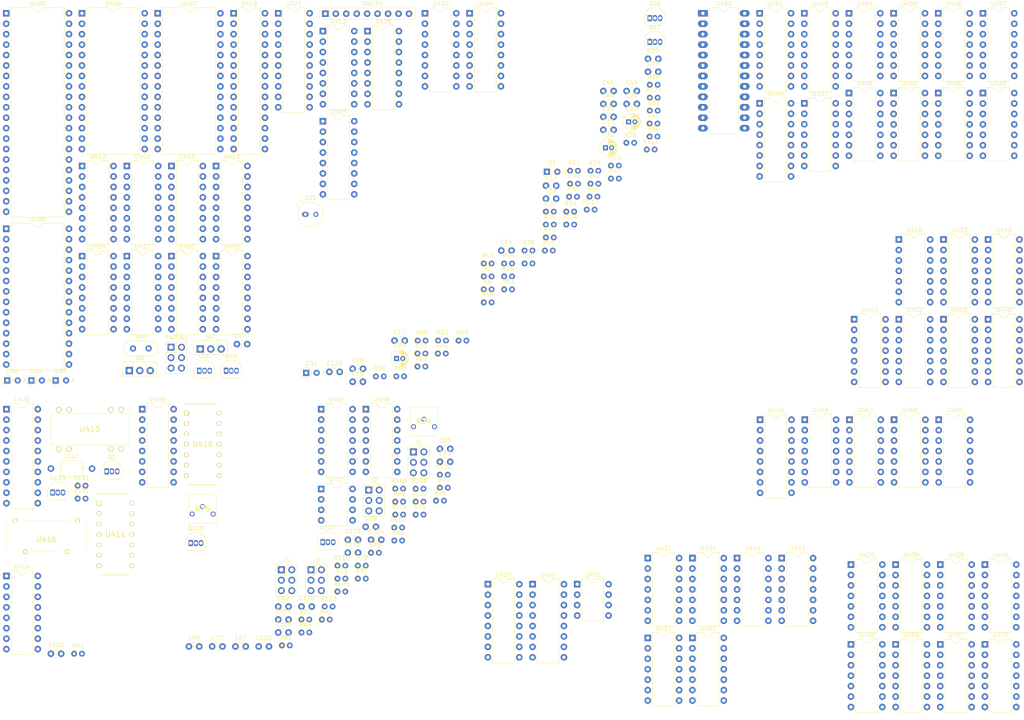
<source format=kicad_pcb>
(kicad_pcb (version 20171130) (host pcbnew "(5.1.6)-1")
  (layers (0 F.Cu signal) (31 B.Cu signal) (34 B.Paste user) (35 F.Paste user) (36 B.SilkS user) (37 F.SilkS user) (38 B.Mask user) (39 F.Mask user) (44 Edge.Cuts user))
  (net 0 "")
  (net 1 /TWO/+5I)
  (net 2 GND)
  (net 3 /TWO/+12I)
  (net 4 "Net-(C13-Pad1)")
  (net 5 "Net-(C15-Pad2)")
  (net 6 "Net-(C15-Pad1)")
  (net 7 "Net-(C16-Pad2)")
  (net 8 "Net-(C16-Pad1)")
  (net 9 "Net-(C17-Pad2)")
  (net 10 "Net-(C17-Pad1)")
  (net 11 /TWO/+5)
  (net 12 "Net-(C20-Pad1)")
  (net 13 /TWO/+12)
  (net 14 "Net-(C21-Pad1)")
  (net 15 "Net-(C44-Pad2)")
  (net 16 "Net-(C64-Pad2)")
  (net 17 "Net-(C64-Pad1)")
  (net 18 "Net-(C72-Pad1)")
  (net 19 "Net-(C73-Pad2)")
  (net 20 "Net-(C82-Pad2)")
  (net 21 "Net-(C82-Pad1)")
  (net 22 "Net-(C85-Pad2)")
  (net 23 "Net-(C85-Pad1)")
  (net 24 /ONE/IFT2)
  (net 25 "Net-(C87-Pad1)")
  (net 26 /ONE/IFT1)
  (net 27 "Net-(C89-Pad1)")
  (net 28 "Net-(C103-Pad2)")
  (net 29 "Net-(C90-Pad1)")
  (net 30 "Net-(C103-Pad1)")
  (net 31 /ONE/BIAS)
  (net 32 "Net-(C118-Pad2)")
  (net 33 /ONE/~FRM)
  (net 34 "Net-(C124-Pad1)")
  (net 35 VCC)
  (net 36 "Net-(C125-Pad1)")
  (net 37 "Net-(C127-Pad1)")
  (net 38 "Net-(C132-Pad1)")
  (net 39 "Net-(C133-Pad2)")
  (net 40 /TWO/-5v)
  (net 41 "Net-(D24-Pad2)")
  (net 42 "Net-(D31-Pad2)")
  (net 43 "Net-(D93-Pad1)")
  (net 44 "Net-(D96-Pad1)")
  (net 45 "Net-(J1-Pad5)")
  (net 46 "Net-(J1-Pad4)")
  (net 47 "Net-(J1-Pad3)")
  (net 48 "Net-(J1-Pad2)")
  (net 49 "Net-(J1-Pad1)")
  (net 50 "Net-(J2-Pad3)")
  (net 51 "Net-(J2-Pad4)")
  (net 52 "Net-(J2-Pad2)")
  (net 53 "Net-(J2-Pad1)")
  (net 54 /ONE/TDTPLP0)
  (net 55 /ONE/~TMS1)
  (net 56 /ONE/TMS1)
  (net 57 /ONE/OTT1)
  (net 58 /ONE/TDTPLP1)
  (net 59 /ONE/~TMS2)
  (net 60 /ONE/TMS2)
  (net 61 /ONE/OTT2)
  (net 62 "Net-(PWRIN1-Pad4)")
  (net 63 /TWO/-12I)
  (net 64 "Net-(PWRIN1-Pad1)")
  (net 65 "Net-(Q1-Pad1)")
  (net 66 /ONE/CMPVID)
  (net 67 "Net-(Q17-Pad1)")
  (net 68 "Net-(Q20-Pad3)")
  (net 69 "Net-(Q49-Pad1)")
  (net 70 "Net-(Q49-Pad3)")
  (net 71 "Net-(Q66-Pad1)")
  (net 72 "Net-(Q66-Pad3)")
  (net 73 /TWO/~RAMENB)
  (net 74 "Net-(R13-Pad2)")
  (net 75 /TWO/RAMINH)
  (net 76 /TWO/~ROMOV)
  (net 77 "Net-(R26-Pad1)")
  (net 78 "Net-(R54-Pad1)")
  (net 79 "Net-(R74-Pad3)")
  (net 80 "Net-(R74-Pad1)")
  (net 81 "Net-(R75-Pad3)")
  (net 82 "Net-(R75-Pad1)")
  (net 83 /ONE/K11)
  (net 84 "Net-(R101-Pad2)")
  (net 85 "Net-(R101-Pad1)")
  (net 86 "Net-(R108-Pad2)")
  (net 87 "Net-(R112-Pad1)")
  (net 88 "Net-(R113-Pad1)")
  (net 89 "Net-(R121-Pad1)")
  (net 90 "Net-(R122-Pad2)")
  (net 91 "Net-(R131-Pad2)")
  (net 92 /TWO/RC3)
  (net 93 "Net-(U443-Pad8)")
  (net 94 "Net-(U462-Pad5)")
  (net 95 "Net-(U107-Pad1)")
  (net 96 /TWO/3.6M)
  (net 97 /TWO/ROW)
  (net 98 AB-6)
  (net 99 /TWO/64A)
  (net 100 "Net-(U402-Pad3)")
  (net 101 /TWO/TVAD)
  (net 102 "Net-(U402-Pad9)")
  (net 103 /TWO/3.5M)
  (net 104 "Net-(U403-Pad13)")
  (net 105 AB-11)
  (net 106 /TWO/32A)
  (net 107 "Net-(U403-Pad4)")
  (net 108 AB-12)
  (net 109 "Net-(U403-Pad3)")
  (net 110 AB-5)
  (net 111 /TWO/1.6M)
  (net 112 /TWO/3.4M)
  (net 113 AB-2)
  (net 114 "Net-(U404-Pad13)")
  (net 115 AB-9)
  (net 116 "Net-(U404-Pad12)")
  (net 117 "Net-(U404-Pad4)")
  (net 118 AB-10)
  (net 119 "Net-(U404-Pad3)")
  (net 120 AB-3)
  (net 121 /TWO/1.5M)
  (net 122 /TWO/1.3M)
  (net 123 AB-0)
  (net 124 "Net-(U405-Pad13)")
  (net 125 AB-7)
  (net 126 "Net-(U405-Pad12)")
  (net 127 "Net-(U405-Pad4)")
  (net 128 AB-8)
  (net 129 "Net-(U405-Pad3)")
  (net 130 AB-1)
  (net 131 /TWO/1.4M)
  (net 132 "Net-(U406-Pad27)")
  (net 133 "Net-(U406-Pad26)")
  (net 134 AB-4)
  (net 135 "Net-(U406-Pad1)")
  (net 136 "Net-(U408-Pad27)")
  (net 137 AB-13)
  (net 138 "Net-(U408-Pad22)")
  (net 139 "Net-(U408-Pad1)")
  (net 140 AB-15)
  (net 141 AB-14)
  (net 142 "Net-(U410-Pad6)")
  (net 143 "Net-(U410-Pad5)")
  (net 144 "Net-(U410-Pad4)")
  (net 145 "Net-(U411-Pad10)")
  (net 146 /ONE/DO)
  (net 147 "Net-(U411-Pad3)")
  (net 148 "Net-(U411-Pad2)")
  (net 149 "Net-(U411-Pad1)")
  (net 150 /TWO/~UST)
  (net 151 /TWO/~COPINT)
  (net 152 "Net-(U413-Pad15)")
  (net 153 /TWO/~ENRG)
  (net 154 "Net-(U415-Pad13)")
  (net 155 "Net-(U415-Pad7)")
  (net 156 "Net-(U415-Pad1)")
  (net 157 "Net-(U417-Pad13)")
  (net 158 /TWO/K4)
  (net 159 /TWO/K6)
  (net 160 "Net-(U417-Pad5)")
  (net 161 "Net-(U417-Pad4)")
  (net 162 /TWO/K3)
  (net 163 "Net-(U417-Pad2)")
  (net 164 /ONE/TPIN)
  (net 165 /TWO/K9)
  (net 166 "Net-(U418-Pad2)")
  (net 167 "Net-(U419-Pad25)")
  (net 168 /TWO/~COP)
  (net 169 /TWO/K7)
  (net 170 /TWO/K8)
  (net 171 /TWO/K2)
  (net 172 /TWO/K1)
  (net 173 "Net-(U419-Pad2)")
  (net 174 /ONE/AB-5)
  (net 175 /ONE/AB-2)
  (net 176 /ONE/AB-4)
  (net 177 /ONE/AB-3)
  (net 178 /ONE/AB-1)
  (net 179 /ONE/AB-6)
  (net 180 "Net-(U420-Pad2)")
  (net 181 /TWO/~CPRQG)
  (net 182 "Net-(U422-Pad15)")
  (net 183 "Net-(U422-Pad7)")
  (net 184 "Net-(U422-Pad10)")
  (net 185 "Net-(U422-Pad2)")
  (net 186 /TWO/~TVL)
  (net 187 "Net-(U422-Pad1)")
  (net 188 "Net-(U423-Pad10)")
  (net 189 "Net-(U424-Pad3)")
  (net 190 "Net-(U424-Pad10)")
  (net 191 "Net-(U424-Pad2)")
  (net 192 /TWO/~FRMR)
  (net 193 "Net-(U425-Pad2)")
  (net 194 "Net-(U425-Pad12)")
  (net 195 "Net-(U425-Pad5)")
  (net 196 "Net-(U425-Pad10)")
  (net 197 /TWO/~1\16)
  (net 198 "Net-(U426-Pad13)")
  (net 199 /ONE/RV)
  (net 200 /ONE/RVF)
  (net 201 /ONE/CRDO)
  (net 202 "Net-(U426-Pad9)")
  (net 203 "Net-(U426-Pad8)")
  (net 204 /TWO/RV)
  (net 205 /TWO/80L)
  (net 206 /TWO/F5)
  (net 207 "Net-(U427-Pad4)")
  (net 208 /TWO/~32\40)
  (net 209 /TWO/UCR)
  (net 210 /TWO/~TVCTL)
  (net 211 "Net-(U428-Pad14)")
  (net 212 "Net-(U428-Pad13)")
  (net 213 /TWO/EXRM1)
  (net 214 "Net-(U428-Pad12)")
  (net 215 /TWO/EXRM2)
  (net 216 /TWO/EXRM0)
  (net 217 /TWO/~EXP1)
  (net 218 /TWO/~USER)
  (net 219 /TWO/PR)
  (net 220 /TWO/~ENRG2)
  (net 221 /TWO/~CLCLK)
  (net 222 /TWO/~CLDMA)
  (net 223 /TWO/~ENRG1)
  (net 224 /TWO/CTR)
  (net 225 /TWO/~ANIN)
  (net 226 /TWO/~VST)
  (net 227 /TWO/CIA)
  (net 228 /ONE/BUSRQ)
  (net 229 /ONE/TVSD)
  (net 230 "Net-(U431-Pad11)")
  (net 231 "Net-(U431-Pad4)")
  (net 232 /TWO/1\8c)
  (net 233 "Net-(U432-Pad3)")
  (net 234 "Net-(U433-Pad13)")
  (net 235 "Net-(U433-Pad6)")
  (net 236 /ONE/UCR)
  (net 237 "Net-(U433-Pad11)")
  (net 238 "Net-(U433-Pad3)")
  (net 239 /ONE/SOGRSR)
  (net 240 /ONE/SOVSR)
  (net 241 "Net-(U434-Pad13)")
  (net 242 "Net-(U434-Pad11)")
  (net 243 /ONE/CMSNC)
  (net 244 /ONE/HSYNC)
  (net 245 "Net-(U434-Pad1)")
  (net 246 /ONE/LLVD)
  (net 247 "Net-(U435-Pad1)")
  (net 248 /ONE/~LDVSR)
  (net 249 "Net-(U436-Pad2)")
  (net 250 /ONE/~GR)
  (net 251 /ONE/TXTQ)
  (net 252 /ONE/FS)
  (net 253 "Net-(U437-Pad3)")
  (net 254 /ONE/TXT)
  (net 255 "Net-(U437-Pad8)")
  (net 256 /ONE/RC3)
  (net 257 "Net-(U438-Pad5)")
  (net 258 "Net-(U438-Pad4)")
  (net 259 "Net-(U438-Pad10)")
  (net 260 "Net-(U438-Pad3)")
  (net 261 /ONE/~TVSD)
  (net 262 "Net-(U439-Pad3)")
  (net 263 /ONE/LDSR)
  (net 264 "Net-(U440-Pad5)")
  (net 265 /ONE/~VDLD)
  (net 266 "Net-(U440-Pad11)")
  (net 267 "Net-(U440-Pad4)")
  (net 268 "Net-(U440-Pad1)")
  (net 269 /TWO/~VDLD)
  (net 270 "Net-(U441-Pad10)")
  (net 271 "Net-(U441-Pad3)")
  (net 272 "Net-(U441-Pad1)")
  (net 273 "Net-(U442-Pad15)")
  (net 274 /TWO/~ROM0)
  (net 275 "Net-(U442-Pad14)")
  (net 276 "Net-(U442-Pad13)")
  (net 277 "Net-(U442-Pad12)")
  (net 278 "Net-(U442-Pad11)")
  (net 279 /TWO/~ROM2)
  (net 280 /TWO/~ROM1)
  (net 281 "Net-(U443-Pad5)")
  (net 282 /TWO/RC1)
  (net 283 "Net-(U443-Pad4)")
  (net 284 /TWO/RC2)
  (net 285 "Net-(U443-Pad3)")
  (net 286 "Net-(U443-Pad2)")
  (net 287 "Net-(U443-Pad1)")
  (net 288 "Net-(U444-Pad11)")
  (net 289 "Net-(U444-Pad3)")
  (net 290 /ONE/~32)
  (net 291 "Net-(U446-Pad6)")
  (net 292 /ONE/FP)
  (net 293 "Net-(U446-Pad5)")
  (net 294 "Net-(U446-Pad10)")
  (net 295 "Net-(U446-Pad4)")
  (net 296 "Net-(U446-Pad3)")
  (net 297 /ONE/32\40)
  (net 298 /ONE/GR)
  (net 299 "Net-(U447-Pad12)")
  (net 300 "Net-(U447-Pad4)")
  (net 301 "Net-(U447-Pad10)")
  (net 302 "Net-(U447-Pad9)")
  (net 303 "Net-(U447-Pad8)")
  (net 304 "Net-(U447-Pad1)")
  (net 305 "Net-(U448-Pad12)")
  (net 306 "Net-(U448-Pad8)")
  (net 307 "Net-(U448-Pad1)")
  (net 308 "Net-(U449-Pad7)")
  (net 309 "Net-(U449-Pad6)")
  (net 310 "Net-(U449-Pad5)")
  (net 311 "Net-(U449-Pad4)")
  (net 312 "Net-(U449-Pad3)")
  (net 313 "Net-(U449-Pad2)")
  (net 314 "Net-(U450-Pad13)")
  (net 315 "Net-(U450-Pad5)")
  (net 316 /ONE/FRM)
  (net 317 /ONE/~FRMR)
  (net 318 /ONE/~CLCLK)
  (net 319 /ONE/~CLKINT)
  (net 320 "Net-(U451-Pad5)")
  (net 321 /ONE/FPO)
  (net 322 /ONE/~TVS)
  (net 323 "Net-(U453-Pad21)")
  (net 324 "Net-(U455-Pad6)")
  (net 325 "Net-(U455-Pad8)")
  (net 326 /ONE/RC1)
  (net 327 /ONE/RC2)
  (net 328 /ONE/RC0)
  (net 329 "Net-(U457-Pad13)")
  (net 330 "Net-(U457-Pad5)")
  (net 331 /ONE/1\4)
  (net 332 "Net-(U457-Pad3)")
  (net 333 /ONE/~RSTFRM)
  (net 334 "Net-(U458-Pad14)")
  (net 335 "Net-(U458-Pad2)")
  (net 336 "Net-(U459-Pad13)")
  (net 337 /ONE/~1\2)
  (net 338 /ONE/BOL)
  (net 339 /TWO/1\16)
  (net 340 "Net-(U460-Pad7)")
  (net 341 "Net-(U460-Pad2)")
  (net 342 "Net-(U461-Pad13)")
  (net 343 "Net-(U461-Pad12)")
  (net 344 "Net-(U461-Pad3)")
  (net 345 "Net-(U461-Pad10)")
  (net 346 /TWO/GO)
  (net 347 /TWO/RCO)
  (net 348 "Net-(U463-Pad4)")
  (net 349 "Net-(U464-Pad12)")
  (net 350 "Net-(U464-Pad4)")
  (net 351 "Net-(U464-Pad9)")
  (net 352 /TWO/CPRQ)
  (net 353 "Net-(U465-Pad13)")
  (net 354 "Net-(U465-Pad2)")
  (net 355 "Net-(U466-Pad2)")
  (net 356 "Net-(U466-Pad1)")
  (net 357 "Net-(U467-Pad5)")
  (net 358 /ONE/1\2)
  (net 359 "Net-(U468-Pad13)")
  (net 360 "Net-(U468-Pad5)")
  (net 361 /ONE/CSYNC)
  (net 362 /ONE/TVP)
  (net 363 "Net-(D21-Pad1)")
  (net 364 "Net-(U417-Pad7)")
  (net 365 DB-0)
  (net 366 DB-1)
  (net 367 DB-2)
  (net 368 DB-3)
  (net 369 DB-4)
  (net 370 DB-5)
  (net 371 DB-6)
  (net 372 DB-7)
  (net 373 "Net-(U401-Pad4)")
  (net 374 /ONE/V0)
  (net 375 ~TM1)
  (net 376 ~TM2)
  (net 377 /TWO/AB-15G)
  (net 378 ~MREQ)
  (net 379 ~IOREQ)
  (net 380 ~RD)
  (net 381 ~WR)
  (net 382 ~WAIT)
  (net 383 ~INT)
  (net 384 ~NMI)
  (net 385 ~BUSRQ)
  (net 386 TDO)
  (net 387 ~HALT)
  (net 388 ~RFSH)
  (net 389 ~M1)
  (net 390 ~RESET)
  (net 391 ~BUSAK)
  (net 392 ~CTSD)
  (net 393 ~CTSP)
  (net 394 RDDK)
  (net 395 ~RTSD)
  (net 396 PO)
  (net 397 PWRUP)
  (net 398 ~CLKINT)
  (net 399 TPIN)
  (net 400 AD1)
  (net 401 TVP)
  (net 402 ~CLK)
  (net 403 TDI)
  (net 404 RD5)
  (net 405 RD2)
  (net 406 RD4)
  (net 407 RD3)
  (net 408 RD1)
  (net 409 RD6)
  (net 410 RD0)
  (net 411 RD7)
  (net 412 /TWO/~AB-14M)
  (net 413 /TWO/~CLUSA)
  (net 414 /TWO/~EXP0)
  (net 415 PRTOV)
  (net 416 ~TVTL)
  (net 417 "Net-(U453-Pad23)")
  (net 418 "Net-(U453-Pad22)")
  (net 419 "Net-(U453-Pad19)")
  (net 420 /ONE/AB-0)
  (net 421 ~TVCLK)
  (net 422 1\8)
  (net 423 ~CKVSR)
  (net 424 /ONE/LDB-7)
  (net 425 /ONE/LDB-3)
  (net 426 /ONE/LDB-6)
  (net 427 /ONE/LDB-2)
  (net 428 /ONE/LDB-5)
  (net 429 /ONE/LDB-1)
  (net 430 /ONE/LDB-4)
  (net 431 /ONE/LDB-0)
  (net 432 /ONE/LAB-8)
  (net 433 /ONE/LAB-0)
  (net 434 /ONE/LAB-1)
  (net 435 /ONE/LAB-2)
  (net 436 /ONE/LAB-3)
  (net 437 /ONE/LAB-4)
  (net 438 /ONE/LAB-5)
  (net 439 /ONE/LAB-6)
  (net 440 /ONE/LAB-7)
  (module SamacSys_Parts_l:HE751A0510 (layer F.Cu) (at 36.08 147.669)
    (fp_text reference U416 (at 5.08 -2.945) (layer F.SilkS) (effects (font (size 1.27 1.27) (thickness 0.254))))
    (fp_text value HE751A0510 hide)
    (pad 14 thru_hole circle (at -2.54 -7.62 90) (size 1.118 1.118) (drill 0.61) (layers *.Cu *.Mask F.SilkS) (net 22 "Net-(C85-Pad2)"))
    (pad 8 thru_hole circle (at 12.7 -7.62 90) (size 1.118 1.118) (drill 0.61) (layers *.Cu *.Mask F.SilkS) (net 55 /ONE/~TMS1))
    (pad 6 thru_hole circle (at 10.16 0 90) (size 1.118 1.118) (drill 0.61) (layers *.Cu *.Mask F.SilkS) (net 375 ~TM1))
    (pad 2 thru_hole circle (at 0 0 90) (size 1.118 1.118) (drill 0.61) (layers *.Cu *.Mask F.SilkS) (net 35 VCC))
  )
  (module SamacSys_Parts_l:HE721A0510 (layer F.Cu) (at 44.16 122.67)
    (fp_text reference U415 (at 7.62 -4.76) (layer F.SilkS) (effects (font (size 1.27 1.27) (thickness 0.254))))
    (fp_text value HE721A0530 hide)
    (pad 14 thru_hole circle (at 0 -9.52 90) (size 1.32 1.32) (drill 0.77) (layers *.Cu *.Mask F.SilkS) (net 20 "Net-(C82-Pad2)"))
    (pad 13 thru_hole circle (at 2.54 -9.52 90) (size 1.32 1.32) (drill 0.77) (layers *.Cu *.Mask F.SilkS) (net 154 "Net-(U415-Pad13)"))
    (pad 9 thru_hole circle (at 12.7 -9.52 90) (size 1.32 1.32) (drill 0.77) (layers *.Cu *.Mask F.SilkS) (net 2 GND))
    (pad 8 thru_hole circle (at 15.24 -9.52 90) (size 1.32 1.32) (drill 0.77) (layers *.Cu *.Mask F.SilkS) (net 59 /ONE/~TMS2))
    (pad 7 thru_hole circle (at 15.24 0 90) (size 1.32 1.32) (drill 0.77) (layers *.Cu *.Mask F.SilkS) (net 155 "Net-(U415-Pad7)"))
    (pad 6 thru_hole circle (at 12.7 0 90) (size 1.32 1.32) (drill 0.77) (layers *.Cu *.Mask F.SilkS) (net 376 ~TM2))
    (pad 2 thru_hole circle (at 2.54 0 90) (size 1.32 1.32) (drill 0.77) (layers *.Cu *.Mask F.SilkS) (net 35 VCC))
    (pad 1 thru_hole circle (at 0 0 90) (size 1.32 1.32) (drill 0.77) (layers *.Cu *.Mask F.SilkS) (net 156 "Net-(U415-Pad1)"))
  )
  (module SamacSys_Parts_l:DIP794W53P254L1930H508Q14N (layer F.Cu) (at 57.935 143.46)
    (fp_text reference U411 (at 0 0) (layer F.SilkS) (effects (font (size 1.27 1.27) (thickness 0.254))))
    (fp_text value MC1488N hide)
    (pad 14 thru_hole circle (at 3.97 -7.62 90) (size 1.13 1.13) (drill 0.73) (layers *.Cu *.Mask F.SilkS) (net 35 VCC))
    (pad 13 thru_hole circle (at 3.97 -5.08 90) (size 1.13 1.13) (drill 0.73) (layers *.Cu *.Mask F.SilkS) (net 395 ~RTSD))
    (pad 12 thru_hole circle (at 3.97 -2.54 90) (size 1.13 1.13) (drill 0.73) (layers *.Cu *.Mask F.SilkS) (net 395 ~RTSD))
    (pad 11 thru_hole circle (at 3.97 0 90) (size 1.13 1.13) (drill 0.73) (layers *.Cu *.Mask F.SilkS) (net 50 "Net-(J2-Pad3)"))
    (pad 10 thru_hole circle (at 3.97 2.54 90) (size 1.13 1.13) (drill 0.73) (layers *.Cu *.Mask F.SilkS) (net 145 "Net-(U411-Pad10)"))
    (pad 9 thru_hole circle (at 3.97 5.08 90) (size 1.13 1.13) (drill 0.73) (layers *.Cu *.Mask F.SilkS) (net 396 PO))
    (pad 8 thru_hole circle (at 3.97 7.62 90) (size 1.13 1.13) (drill 0.73) (layers *.Cu *.Mask F.SilkS) (net 46 "Net-(J1-Pad4)"))
    (pad 7 thru_hole circle (at -3.97 7.62 90) (size 1.13 1.13) (drill 0.73) (layers *.Cu *.Mask F.SilkS) (net 2 GND))
    (pad 6 thru_hole circle (at -3.97 5.08 90) (size 1.13 1.13) (drill 0.73) (layers *.Cu *.Mask F.SilkS) (net 51 "Net-(J2-Pad4)"))
    (pad 5 thru_hole circle (at -3.97 2.54 90) (size 1.13 1.13) (drill 0.73) (layers *.Cu *.Mask F.SilkS) (net 146 /ONE/DO))
    (pad 4 thru_hole circle (at -3.97 0 90) (size 1.13 1.13) (drill 0.73) (layers *.Cu *.Mask F.SilkS) (net 146 /ONE/DO))
    (pad 3 thru_hole circle (at -3.97 -2.54 90) (size 1.13 1.13) (drill 0.73) (layers *.Cu *.Mask F.SilkS) (net 147 "Net-(U411-Pad3)"))
    (pad 2 thru_hole circle (at -3.97 -5.08 90) (size 1.13 1.13) (drill 0.73) (layers *.Cu *.Mask F.SilkS) (net 148 "Net-(U411-Pad2)"))
    (pad 1 thru_hole rect (at -3.97 -7.62 90) (size 1.13 1.13) (drill 0.73) (layers *.Cu *.Mask F.SilkS) (net 149 "Net-(U411-Pad1)"))
  )
  (module SamacSys_Parts_l:DIP794W53P254L1930H508Q14N (layer F.Cu) (at 79.175 121.56)
    (fp_text reference U410 (at 0 0) (layer F.SilkS) (effects (font (size 1.27 1.27) (thickness 0.254))))
    (fp_text value MC1489N hide)
    (pad 14 thru_hole circle (at 3.97 -7.62 90) (size 1.13 1.13) (drill 0.73) (layers *.Cu *.Mask F.SilkS) (net 35 VCC))
    (pad 13 thru_hole circle (at 3.97 -5.08 90) (size 1.13 1.13) (drill 0.73) (layers *.Cu *.Mask F.SilkS) (net 52 "Net-(J2-Pad2)"))
    (pad 12 thru_hole circle (at 3.97 -2.54 90) (size 1.13 1.13) (drill 0.73) (layers *.Cu *.Mask F.SilkS) (net 53 "Net-(J2-Pad1)"))
    (pad 11 thru_hole circle (at 3.97 0 90) (size 1.13 1.13) (drill 0.73) (layers *.Cu *.Mask F.SilkS) (net 392 ~CTSD))
    (pad 10 thru_hole circle (at 3.97 2.54 90) (size 1.13 1.13) (drill 0.73) (layers *.Cu *.Mask F.SilkS) (net 48 "Net-(J1-Pad2)"))
    (pad 9 thru_hole circle (at 3.97 5.08 90) (size 1.13 1.13) (drill 0.73) (layers *.Cu *.Mask F.SilkS) (net 53 "Net-(J2-Pad1)"))
    (pad 8 thru_hole circle (at 3.97 7.62 90) (size 1.13 1.13) (drill 0.73) (layers *.Cu *.Mask F.SilkS) (net 393 ~CTSP))
    (pad 7 thru_hole circle (at -3.97 7.62 90) (size 1.13 1.13) (drill 0.73) (layers *.Cu *.Mask F.SilkS) (net 2 GND))
    (pad 6 thru_hole circle (at -3.97 5.08 90) (size 1.13 1.13) (drill 0.73) (layers *.Cu *.Mask F.SilkS) (net 142 "Net-(U410-Pad6)"))
    (pad 5 thru_hole circle (at -3.97 2.54 90) (size 1.13 1.13) (drill 0.73) (layers *.Cu *.Mask F.SilkS) (net 143 "Net-(U410-Pad5)"))
    (pad 4 thru_hole circle (at -3.97 0 90) (size 1.13 1.13) (drill 0.73) (layers *.Cu *.Mask F.SilkS) (net 144 "Net-(U410-Pad4)"))
    (pad 3 thru_hole circle (at -3.97 -2.54 90) (size 1.13 1.13) (drill 0.73) (layers *.Cu *.Mask F.SilkS) (net 394 RDDK))
    (pad 2 thru_hole circle (at -3.97 -5.08 90) (size 1.13 1.13) (drill 0.73) (layers *.Cu *.Mask F.SilkS) (net 53 "Net-(J2-Pad1)"))
    (pad 1 thru_hole rect (at -3.97 -7.62 90) (size 1.13 1.13) (drill 0.73) (layers *.Cu *.Mask F.SilkS) (net 53 "Net-(J2-Pad1)"))
  )
  (module Package_DIP:DIP-16_W7.62mm (layer F.Cu) (at 159.33 155.575)
    (fp_text reference U460 (at 3.81 -2.33) (layer F.SilkS))
    (fp_text value 74LS112)
    (pad 16 thru_hole oval (at 7.62 0) (size 1.6 1.6) (drill 0.8) (layers *.Cu *.Mask) (net 35 VCC))
    (pad 8 thru_hole oval (at 0 17.78) (size 1.6 1.6) (drill 0.8) (layers *.Cu *.Mask) (net 373 "Net-(U401-Pad4)"))
    (pad 15 thru_hole oval (at 7.62 2.54) (size 1.6 1.6) (drill 0.8) (layers *.Cu *.Mask) (net 35 VCC))
    (pad 7 thru_hole oval (at 0 15.24) (size 1.6 1.6) (drill 0.8) (layers *.Cu *.Mask) (net 340 "Net-(U460-Pad7)"))
    (pad 14 thru_hole oval (at 7.62 5.08) (size 1.6 1.6) (drill 0.8) (layers *.Cu *.Mask) (net 250 /ONE/~GR))
    (pad 6 thru_hole oval (at 0 12.7) (size 1.6 1.6) (drill 0.8) (layers *.Cu *.Mask) (net 262 "Net-(U439-Pad3)"))
    (pad 13 thru_hole oval (at 7.62 7.62) (size 1.6 1.6) (drill 0.8) (layers *.Cu *.Mask) (net 263 /ONE/LDSR))
    (pad 5 thru_hole oval (at 0 10.16) (size 1.6 1.6) (drill 0.8) (layers *.Cu *.Mask) (net 341 "Net-(U460-Pad2)"))
    (pad 12 thru_hole oval (at 7.62 10.16) (size 1.6 1.6) (drill 0.8) (layers *.Cu *.Mask) (net 268 "Net-(U440-Pad1)"))
    (pad 4 thru_hole oval (at 0 7.62) (size 1.6 1.6) (drill 0.8) (layers *.Cu *.Mask) (net 35 VCC))
    (pad 11 thru_hole oval (at 7.62 12.7) (size 1.6 1.6) (drill 0.8) (layers *.Cu *.Mask) (net 255 "Net-(U437-Pad8)"))
    (pad 3 thru_hole oval (at 0 5.08) (size 1.6 1.6) (drill 0.8) (layers *.Cu *.Mask) (net 262 "Net-(U439-Pad3)"))
    (pad 10 thru_hole oval (at 7.62 15.24) (size 1.6 1.6) (drill 0.8) (layers *.Cu *.Mask) (net 35 VCC))
    (pad 2 thru_hole oval (at 0 2.54) (size 1.6 1.6) (drill 0.8) (layers *.Cu *.Mask) (net 341 "Net-(U460-Pad2)"))
    (pad 9 thru_hole oval (at 7.62 17.78) (size 1.6 1.6) (drill 0.8) (layers *.Cu *.Mask) (net 257 "Net-(U438-Pad5)"))
    (pad 1 thru_hole rect (at 0 0) (size 1.6 1.6) (drill 0.8) (layers *.Cu *.Mask) (net 262 "Net-(U439-Pad3)"))
  )
  (module Package_DIP:DIP-16_W7.62mm (layer F.Cu) (at 148.48 155.575)
    (fp_text reference U429 (at 3.81 -2.33) (layer F.SilkS))
    (fp_text value 74LS139)
    (pad 16 thru_hole oval (at 7.62 0) (size 1.6 1.6) (drill 0.8) (layers *.Cu *.Mask) (net 35 VCC))
    (pad 8 thru_hole oval (at 0 17.78) (size 1.6 1.6) (drill 0.8) (layers *.Cu *.Mask) (net 364 "Net-(U417-Pad7)"))
    (pad 15 thru_hole oval (at 7.62 2.54) (size 1.6 1.6) (drill 0.8) (layers *.Cu *.Mask) (net 217 /TWO/~EXP1))
    (pad 7 thru_hole oval (at 0 15.24) (size 1.6 1.6) (drill 0.8) (layers *.Cu *.Mask) (net 218 /TWO/~USER))
    (pad 14 thru_hole oval (at 7.62 5.08) (size 1.6 1.6) (drill 0.8) (layers *.Cu *.Mask) (net 123 AB-0))
    (pad 6 thru_hole oval (at 0 12.7) (size 1.6 1.6) (drill 0.8) (layers *.Cu *.Mask) (net 219 /TWO/PR))
    (pad 13 thru_hole oval (at 7.62 7.62) (size 1.6 1.6) (drill 0.8) (layers *.Cu *.Mask) (net 130 AB-1))
    (pad 5 thru_hole oval (at 0 10.16) (size 1.6 1.6) (drill 0.8) (layers *.Cu *.Mask) (net 220 /TWO/~ENRG2))
    (pad 12 thru_hole oval (at 7.62 10.16) (size 1.6 1.6) (drill 0.8) (layers *.Cu *.Mask) (net 221 /TWO/~CLCLK))
    (pad 4 thru_hole oval (at 0 7.62) (size 1.6 1.6) (drill 0.8) (layers *.Cu *.Mask) (net 413 /TWO/~CLUSA))
    (pad 11 thru_hole oval (at 7.62 12.7) (size 1.6 1.6) (drill 0.8) (layers *.Cu *.Mask) (net 222 /TWO/~CLDMA))
    (pad 3 thru_hole oval (at 0 5.08) (size 1.6 1.6) (drill 0.8) (layers *.Cu *.Mask) (net 130 AB-1))
    (pad 10 thru_hole oval (at 7.62 15.24) (size 1.6 1.6) (drill 0.8) (layers *.Cu *.Mask) (net 168 /TWO/~COP))
    (pad 2 thru_hole oval (at 0 2.54) (size 1.6 1.6) (drill 0.8) (layers *.Cu *.Mask) (net 123 AB-0))
    (pad 9 thru_hole oval (at 7.62 17.78) (size 1.6 1.6) (drill 0.8) (layers *.Cu *.Mask) (net 223 /TWO/~ENRG1))
    (pad 1 thru_hole rect (at 0 0) (size 1.6 1.6) (drill 0.8) (layers *.Cu *.Mask) (net 414 /TWO/~EXP0))
  )
  (module Package_DIP:DIP-8_W7.62mm (layer F.Cu) (at 170.18 155.575)
    (fp_text reference U401 (at 3.81 -2.33) (layer F.SilkS))
    (fp_text value LM358)
    (pad 8 thru_hole oval (at 7.62 0) (size 1.6 1.6) (drill 0.8) (layers *.Cu *.Mask) (net 35 VCC))
    (pad 4 thru_hole oval (at 0 7.62) (size 1.6 1.6) (drill 0.8) (layers *.Cu *.Mask) (net 373 "Net-(U401-Pad4)"))
    (pad 7 thru_hole oval (at 7.62 2.54) (size 1.6 1.6) (drill 0.8) (layers *.Cu *.Mask) (net 6 "Net-(C15-Pad1)"))
    (pad 3 thru_hole oval (at 0 5.08) (size 1.6 1.6) (drill 0.8) (layers *.Cu *.Mask) (net 363 "Net-(D21-Pad1)"))
    (pad 6 thru_hole oval (at 7.62 5.08) (size 1.6 1.6) (drill 0.8) (layers *.Cu *.Mask) (net 5 "Net-(C15-Pad2)"))
    (pad 2 thru_hole oval (at 0 2.54) (size 1.6 1.6) (drill 0.8) (layers *.Cu *.Mask) (net 7 "Net-(C16-Pad2)"))
    (pad 5 thru_hole oval (at 7.62 7.62) (size 1.6 1.6) (drill 0.8) (layers *.Cu *.Mask) (net 363 "Net-(D21-Pad1)"))
    (pad 1 thru_hole rect (at 0 0) (size 1.6 1.6) (drill 0.8) (layers *.Cu *.Mask) (net 8 "Net-(C16-Pad1)"))
  )
  (module Package_DIP:DIP-14_W7.62mm (layer F.Cu) (at 198.175 168.625)
    (fp_text reference U462 (at 3.81 -2.33) (layer F.SilkS))
    (fp_text value 74LS32)
    (pad 14 thru_hole oval (at 7.62 0) (size 1.6 1.6) (drill 0.8) (layers *.Cu *.Mask) (net 35 VCC))
    (pad 7 thru_hole oval (at 0 15.24) (size 1.6 1.6) (drill 0.8) (layers *.Cu *.Mask) (net 2 GND))
    (pad 13 thru_hole oval (at 7.62 2.54) (size 1.6 1.6) (drill 0.8) (layers *.Cu *.Mask) (net 33 /ONE/~FRM))
    (pad 6 thru_hole oval (at 0 12.7) (size 1.6 1.6) (drill 0.8) (layers *.Cu *.Mask) (net 283 "Net-(U443-Pad4)"))
    (pad 12 thru_hole oval (at 7.62 5.08) (size 1.6 1.6) (drill 0.8) (layers *.Cu *.Mask) (net 343 "Net-(U461-Pad12)"))
    (pad 5 thru_hole oval (at 0 10.16) (size 1.6 1.6) (drill 0.8) (layers *.Cu *.Mask) (net 94 "Net-(U462-Pad5)"))
    (pad 11 thru_hole oval (at 7.62 7.62) (size 1.6 1.6) (drill 0.8) (layers *.Cu *.Mask) (net 344 "Net-(U461-Pad3)"))
    (pad 4 thru_hole oval (at 0 7.62) (size 1.6 1.6) (drill 0.8) (layers *.Cu *.Mask) (net 346 /TWO/GO))
    (pad 10 thru_hole oval (at 7.62 10.16) (size 1.6 1.6) (drill 0.8) (layers *.Cu *.Mask) (net 92 /TWO/RC3))
    (pad 3 thru_hole oval (at 0 5.08) (size 1.6 1.6) (drill 0.8) (layers *.Cu *.Mask) (net 281 "Net-(U443-Pad5)"))
    (pad 9 thru_hole oval (at 7.62 12.7) (size 1.6 1.6) (drill 0.8) (layers *.Cu *.Mask) (net 93 "Net-(U443-Pad8)"))
    (pad 2 thru_hole oval (at 0 2.54) (size 1.6 1.6) (drill 0.8) (layers *.Cu *.Mask) (net 347 /TWO/RCO))
    (pad 8 thru_hole oval (at 7.62 15.24) (size 1.6 1.6) (drill 0.8) (layers *.Cu *.Mask) (net 94 "Net-(U462-Pad5)"))
    (pad 1 thru_hole rect (at 0 0) (size 1.6 1.6) (drill 0.8) (layers *.Cu *.Mask) (net 346 /TWO/GO))
  )
  (module Package_DIP:DIP-14_W7.62mm (layer F.Cu) (at 219.875 149.225)
    (fp_text reference U447 (at 3.81 -2.33) (layer F.SilkS))
    (fp_text value 74LS393)
    (pad 14 thru_hole oval (at 7.62 0) (size 1.6 1.6) (drill 0.8) (layers *.Cu *.Mask) (net 35 VCC))
    (pad 7 thru_hole oval (at 0 15.24) (size 1.6 1.6) (drill 0.8) (layers *.Cu *.Mask) (net 373 "Net-(U401-Pad4)"))
    (pad 13 thru_hole oval (at 7.62 2.54) (size 1.6 1.6) (drill 0.8) (layers *.Cu *.Mask) (net 293 "Net-(U446-Pad5)"))
    (pad 6 thru_hole oval (at 0 12.7) (size 1.6 1.6) (drill 0.8) (layers *.Cu *.Mask) (net 293 "Net-(U446-Pad5)"))
    (pad 12 thru_hole oval (at 7.62 5.08) (size 1.6 1.6) (drill 0.8) (layers *.Cu *.Mask) (net 299 "Net-(U447-Pad12)"))
    (pad 5 thru_hole oval (at 0 10.16) (size 1.6 1.6) (drill 0.8) (layers *.Cu *.Mask) (net 293 "Net-(U446-Pad5)"))
    (pad 11 thru_hole oval (at 7.62 7.62) (size 1.6 1.6) (drill 0.8) (layers *.Cu *.Mask) (net 295 "Net-(U446-Pad4)"))
    (pad 4 thru_hole oval (at 0 7.62) (size 1.6 1.6) (drill 0.8) (layers *.Cu *.Mask) (net 300 "Net-(U447-Pad4)"))
    (pad 10 thru_hole oval (at 7.62 10.16) (size 1.6 1.6) (drill 0.8) (layers *.Cu *.Mask) (net 301 "Net-(U447-Pad10)"))
    (pad 3 thru_hole oval (at 0 5.08) (size 1.6 1.6) (drill 0.8) (layers *.Cu *.Mask) (net 234 "Net-(U433-Pad13)"))
    (pad 9 thru_hole oval (at 7.62 12.7) (size 1.6 1.6) (drill 0.8) (layers *.Cu *.Mask) (net 302 "Net-(U447-Pad9)"))
    (pad 2 thru_hole oval (at 0 2.54) (size 1.6 1.6) (drill 0.8) (layers *.Cu *.Mask) (net 299 "Net-(U447-Pad12)"))
    (pad 8 thru_hole oval (at 7.62 15.24) (size 1.6 1.6) (drill 0.8) (layers *.Cu *.Mask) (net 303 "Net-(U447-Pad8)"))
    (pad 1 thru_hole rect (at 0 0) (size 1.6 1.6) (drill 0.8) (layers *.Cu *.Mask) (net 304 "Net-(U447-Pad1)"))
  )
  (module Package_DIP:DIP-14_W7.62mm (layer F.Cu) (at 209.025 149.225)
    (fp_text reference U441 (at 3.81 -2.33) (layer F.SilkS))
    (fp_text value 74LS00)
    (pad 14 thru_hole oval (at 7.62 0) (size 1.6 1.6) (drill 0.8) (layers *.Cu *.Mask) (net 35 VCC))
    (pad 7 thru_hole oval (at 0 15.24) (size 1.6 1.6) (drill 0.8) (layers *.Cu *.Mask) (net 364 "Net-(U417-Pad7)"))
    (pad 13 thru_hole oval (at 7.62 2.54) (size 1.6 1.6) (drill 0.8) (layers *.Cu *.Mask) (net 69 "Net-(Q49-Pad1)"))
    (pad 6 thru_hole oval (at 0 12.7) (size 1.6 1.6) (drill 0.8) (layers *.Cu *.Mask) (net 269 /TWO/~VDLD))
    (pad 12 thru_hole oval (at 7.62 5.08) (size 1.6 1.6) (drill 0.8) (layers *.Cu *.Mask) (net 69 "Net-(Q49-Pad1)"))
    (pad 5 thru_hole oval (at 0 10.16) (size 1.6 1.6) (drill 0.8) (layers *.Cu *.Mask) (net 262 "Net-(U439-Pad3)"))
    (pad 11 thru_hole oval (at 7.62 7.62) (size 1.6 1.6) (drill 0.8) (layers *.Cu *.Mask) (net 262 "Net-(U439-Pad3)"))
    (pad 4 thru_hole oval (at 0 7.62) (size 1.6 1.6) (drill 0.8) (layers *.Cu *.Mask) (net 262 "Net-(U439-Pad3)"))
    (pad 10 thru_hole oval (at 7.62 10.16) (size 1.6 1.6) (drill 0.8) (layers *.Cu *.Mask) (net 270 "Net-(U441-Pad10)"))
    (pad 3 thru_hole oval (at 0 5.08) (size 1.6 1.6) (drill 0.8) (layers *.Cu *.Mask) (net 271 "Net-(U441-Pad3)"))
    (pad 9 thru_hole oval (at 7.62 12.7) (size 1.6 1.6) (drill 0.8) (layers *.Cu *.Mask) (net 270 "Net-(U441-Pad10)"))
    (pad 2 thru_hole oval (at 0 2.54) (size 1.6 1.6) (drill 0.8) (layers *.Cu *.Mask) (net 272 "Net-(U441-Pad1)"))
    (pad 8 thru_hole oval (at 7.62 15.24) (size 1.6 1.6) (drill 0.8) (layers *.Cu *.Mask) (net 423 ~CKVSR))
    (pad 1 thru_hole rect (at 0 0) (size 1.6 1.6) (drill 0.8) (layers *.Cu *.Mask) (net 272 "Net-(U441-Pad1)"))
  )
  (module Package_DIP:DIP-14_W7.62mm (layer F.Cu) (at 198.175 149.225)
    (fp_text reference U434 (at 3.81 -2.33) (layer F.SilkS))
    (fp_text value 74LS86)
    (pad 14 thru_hole oval (at 7.62 0) (size 1.6 1.6) (drill 0.8) (layers *.Cu *.Mask) (net 35 VCC))
    (pad 7 thru_hole oval (at 0 15.24) (size 1.6 1.6) (drill 0.8) (layers *.Cu *.Mask) (net 373 "Net-(U401-Pad4)"))
    (pad 13 thru_hole oval (at 7.62 2.54) (size 1.6 1.6) (drill 0.8) (layers *.Cu *.Mask) (net 241 "Net-(U434-Pad13)"))
    (pad 6 thru_hole oval (at 0 12.7) (size 1.6 1.6) (drill 0.8) (layers *.Cu *.Mask))
    (pad 12 thru_hole oval (at 7.62 5.08) (size 1.6 1.6) (drill 0.8) (layers *.Cu *.Mask) (net 200 /ONE/RVF))
    (pad 5 thru_hole oval (at 0 10.16) (size 1.6 1.6) (drill 0.8) (layers *.Cu *.Mask))
    (pad 11 thru_hole oval (at 7.62 7.62) (size 1.6 1.6) (drill 0.8) (layers *.Cu *.Mask) (net 242 "Net-(U434-Pad11)"))
    (pad 4 thru_hole oval (at 0 7.62) (size 1.6 1.6) (drill 0.8) (layers *.Cu *.Mask))
    (pad 10 thru_hole oval (at 7.62 10.16) (size 1.6 1.6) (drill 0.8) (layers *.Cu *.Mask) (net 386 TDO))
    (pad 3 thru_hole oval (at 0 5.08) (size 1.6 1.6) (drill 0.8) (layers *.Cu *.Mask) (net 243 /ONE/CMSNC))
    (pad 9 thru_hole oval (at 7.62 12.7) (size 1.6 1.6) (drill 0.8) (layers *.Cu *.Mask) (net 164 /ONE/TPIN))
    (pad 2 thru_hole oval (at 0 2.54) (size 1.6 1.6) (drill 0.8) (layers *.Cu *.Mask) (net 244 /ONE/HSYNC))
    (pad 8 thru_hole oval (at 7.62 15.24) (size 1.6 1.6) (drill 0.8) (layers *.Cu *.Mask) (net 403 TDI))
    (pad 1 thru_hole rect (at 0 0) (size 1.6 1.6) (drill 0.8) (layers *.Cu *.Mask) (net 245 "Net-(U434-Pad1)"))
  )
  (module Package_DIP:DIP-14_W7.62mm (layer F.Cu) (at 187.325 168.625)
    (fp_text reference U432 (at 3.81 -2.33) (layer F.SilkS))
    (fp_text value 74LS04)
    (pad 14 thru_hole oval (at 7.62 0) (size 1.6 1.6) (drill 0.8) (layers *.Cu *.Mask) (net 35 VCC))
    (pad 7 thru_hole oval (at 0 15.24) (size 1.6 1.6) (drill 0.8) (layers *.Cu *.Mask) (net 373 "Net-(U401-Pad4)"))
    (pad 13 thru_hole oval (at 7.62 2.54) (size 1.6 1.6) (drill 0.8) (layers *.Cu *.Mask) (net 422 1\8))
    (pad 6 thru_hole oval (at 0 12.7) (size 1.6 1.6) (drill 0.8) (layers *.Cu *.Mask) (net 151 /TWO/~COPINT))
    (pad 12 thru_hole oval (at 7.62 5.08) (size 1.6 1.6) (drill 0.8) (layers *.Cu *.Mask) (net 87 "Net-(R112-Pad1)"))
    (pad 5 thru_hole oval (at 0 10.16) (size 1.6 1.6) (drill 0.8) (layers *.Cu *.Mask) (net 88 "Net-(R113-Pad1)"))
    (pad 11 thru_hole oval (at 7.62 7.62) (size 1.6 1.6) (drill 0.8) (layers *.Cu *.Mask) (net 87 "Net-(R112-Pad1)"))
    (pad 4 thru_hole oval (at 0 7.62) (size 1.6 1.6) (drill 0.8) (layers *.Cu *.Mask) (net 397 PWRUP))
    (pad 10 thru_hole oval (at 7.62 10.16) (size 1.6 1.6) (drill 0.8) (layers *.Cu *.Mask) (net 232 /TWO/1\8c))
    (pad 3 thru_hole oval (at 0 5.08) (size 1.6 1.6) (drill 0.8) (layers *.Cu *.Mask) (net 233 "Net-(U432-Pad3)"))
    (pad 9 thru_hole oval (at 7.62 12.7) (size 1.6 1.6) (drill 0.8) (layers *.Cu *.Mask) (net 17 "Net-(C64-Pad1)"))
    (pad 2 thru_hole oval (at 0 2.54) (size 1.6 1.6) (drill 0.8) (layers *.Cu *.Mask) (net 422 1\8))
    (pad 8 thru_hole oval (at 7.62 15.24) (size 1.6 1.6) (drill 0.8) (layers *.Cu *.Mask) (net 72 "Net-(Q66-Pad3)"))
    (pad 1 thru_hole rect (at 0 0) (size 1.6 1.6) (drill 0.8) (layers *.Cu *.Mask) (net 195 "Net-(U425-Pad5)"))
  )
  (module Package_DIP:DIP-14_W7.62mm (layer F.Cu) (at 187.325 149.225)
    (fp_text reference U431 (at 3.81 -2.33) (layer F.SilkS))
    (fp_text value 74LS32)
    (pad 14 thru_hole oval (at 7.62 0) (size 1.6 1.6) (drill 0.8) (layers *.Cu *.Mask) (net 35 VCC))
    (pad 7 thru_hole oval (at 0 15.24) (size 1.6 1.6) (drill 0.8) (layers *.Cu *.Mask) (net 373 "Net-(U401-Pad4)"))
    (pad 13 thru_hole oval (at 7.62 2.54) (size 1.6 1.6) (drill 0.8) (layers *.Cu *.Mask) (net 123 AB-0))
    (pad 6 thru_hole oval (at 0 12.7) (size 1.6 1.6) (drill 0.8) (layers *.Cu *.Mask) (net 228 /ONE/BUSRQ))
    (pad 12 thru_hole oval (at 7.62 5.08) (size 1.6 1.6) (drill 0.8) (layers *.Cu *.Mask) (net 186 /TWO/~TVL))
    (pad 5 thru_hole oval (at 0 10.16) (size 1.6 1.6) (drill 0.8) (layers *.Cu *.Mask) (net 229 /ONE/TVSD))
    (pad 11 thru_hole oval (at 7.62 7.62) (size 1.6 1.6) (drill 0.8) (layers *.Cu *.Mask) (net 230 "Net-(U431-Pad11)"))
    (pad 4 thru_hole oval (at 0 7.62) (size 1.6 1.6) (drill 0.8) (layers *.Cu *.Mask) (net 231 "Net-(U431-Pad4)"))
    (pad 10 thru_hole oval (at 7.62 10.16) (size 1.6 1.6) (drill 0.8) (layers *.Cu *.Mask))
    (pad 3 thru_hole oval (at 0 5.08) (size 1.6 1.6) (drill 0.8) (layers *.Cu *.Mask))
    (pad 9 thru_hole oval (at 7.62 12.7) (size 1.6 1.6) (drill 0.8) (layers *.Cu *.Mask))
    (pad 2 thru_hole oval (at 0 2.54) (size 1.6 1.6) (drill 0.8) (layers *.Cu *.Mask))
    (pad 8 thru_hole oval (at 7.62 15.24) (size 1.6 1.6) (drill 0.8) (layers *.Cu *.Mask))
    (pad 1 thru_hole rect (at 0 0) (size 1.6 1.6) (drill 0.8) (layers *.Cu *.Mask))
  )
  (module Package_DIP:DIP-14_W7.62mm (layer F.Cu) (at 269.260001 170.200001)
    (fp_text reference U471 (at 3.81 -2.33) (layer F.SilkS))
    (fp_text value 74LS11)
    (pad 14 thru_hole oval (at 7.62 0) (size 1.6 1.6) (drill 0.8) (layers *.Cu *.Mask) (net 35 VCC))
    (pad 7 thru_hole oval (at 0 15.24) (size 1.6 1.6) (drill 0.8) (layers *.Cu *.Mask) (net 364 "Net-(U417-Pad7)"))
    (pad 13 thru_hole oval (at 7.62 2.54) (size 1.6 1.6) (drill 0.8) (layers *.Cu *.Mask) (net 316 /ONE/FRM))
    (pad 6 thru_hole oval (at 0 12.7) (size 1.6 1.6) (drill 0.8) (layers *.Cu *.Mask) (net 361 /ONE/CSYNC))
    (pad 12 thru_hole oval (at 7.62 5.08) (size 1.6 1.6) (drill 0.8) (layers *.Cu *.Mask) (net 321 /ONE/FPO))
    (pad 5 thru_hole oval (at 0 10.16) (size 1.6 1.6) (drill 0.8) (layers *.Cu *.Mask) (net 244 /ONE/HSYNC))
    (pad 11 thru_hole oval (at 7.62 7.62) (size 1.6 1.6) (drill 0.8) (layers *.Cu *.Mask))
    (pad 4 thru_hole oval (at 0 7.62) (size 1.6 1.6) (drill 0.8) (layers *.Cu *.Mask) (net 245 "Net-(U434-Pad1)"))
    (pad 10 thru_hole oval (at 7.62 10.16) (size 1.6 1.6) (drill 0.8) (layers *.Cu *.Mask))
    (pad 3 thru_hole oval (at 0 5.08) (size 1.6 1.6) (drill 0.8) (layers *.Cu *.Mask) (net 362 /ONE/TVP))
    (pad 9 thru_hole oval (at 7.62 12.7) (size 1.6 1.6) (drill 0.8) (layers *.Cu *.Mask))
    (pad 2 thru_hole oval (at 0 2.54) (size 1.6 1.6) (drill 0.8) (layers *.Cu *.Mask) (net 362 /ONE/TVP))
    (pad 8 thru_hole oval (at 7.62 15.24) (size 1.6 1.6) (drill 0.8) (layers *.Cu *.Mask))
    (pad 1 thru_hole rect (at 0 0) (size 1.6 1.6) (drill 0.8) (layers *.Cu *.Mask) (net 39 "Net-(C133-Pad2)"))
  )
  (module Package_DIP:DIP-14_W7.62mm (layer F.Cu) (at 258.410001 170.200001)
    (fp_text reference U467 (at 3.81 -2.33) (layer F.SilkS))
    (fp_text value 74LS04)
    (pad 14 thru_hole oval (at 7.62 0) (size 1.6 1.6) (drill 0.8) (layers *.Cu *.Mask) (net 35 VCC))
    (pad 7 thru_hole oval (at 0 15.24) (size 1.6 1.6) (drill 0.8) (layers *.Cu *.Mask) (net 364 "Net-(U417-Pad7)"))
    (pad 13 thru_hole oval (at 7.62 2.54) (size 1.6 1.6) (drill 0.8) (layers *.Cu *.Mask) (net 290 /ONE/~32))
    (pad 6 thru_hole oval (at 0 12.7) (size 1.6 1.6) (drill 0.8) (layers *.Cu *.Mask) (net 355 "Net-(U466-Pad2)"))
    (pad 12 thru_hole oval (at 7.62 5.08) (size 1.6 1.6) (drill 0.8) (layers *.Cu *.Mask) (net 74 "Net-(R13-Pad2)"))
    (pad 5 thru_hole oval (at 0 10.16) (size 1.6 1.6) (drill 0.8) (layers *.Cu *.Mask) (net 357 "Net-(U467-Pad5)"))
    (pad 11 thru_hole oval (at 7.62 7.62) (size 1.6 1.6) (drill 0.8) (layers *.Cu *.Mask) (net 358 /ONE/1\2))
    (pad 4 thru_hole oval (at 0 7.62) (size 1.6 1.6) (drill 0.8) (layers *.Cu *.Mask) (net 19 "Net-(C73-Pad2)"))
    (pad 10 thru_hole oval (at 7.62 10.16) (size 1.6 1.6) (drill 0.8) (layers *.Cu *.Mask) (net 337 /ONE/~1\2))
    (pad 3 thru_hole oval (at 0 5.08) (size 1.6 1.6) (drill 0.8) (layers *.Cu *.Mask) (net 356 "Net-(U466-Pad1)"))
    (pad 9 thru_hole oval (at 7.62 12.7) (size 1.6 1.6) (drill 0.8) (layers *.Cu *.Mask) (net 303 "Net-(U447-Pad8)"))
    (pad 2 thru_hole oval (at 0 2.54) (size 1.6 1.6) (drill 0.8) (layers *.Cu *.Mask) (net 290 /ONE/~32))
    (pad 8 thru_hole oval (at 7.62 15.24) (size 1.6 1.6) (drill 0.8) (layers *.Cu *.Mask) (net 307 "Net-(U448-Pad1)"))
    (pad 1 thru_hole rect (at 0 0) (size 1.6 1.6) (drill 0.8) (layers *.Cu *.Mask) (net 353 "Net-(U465-Pad13)"))
  )
  (module Package_DIP:DIP-14_W7.62mm (layer F.Cu) (at 247.560001 170.200001)
    (fp_text reference U450 (at 3.81 -2.33) (layer F.SilkS))
    (fp_text value 74LS04)
    (pad 14 thru_hole oval (at 7.62 0) (size 1.6 1.6) (drill 0.8) (layers *.Cu *.Mask) (net 35 VCC))
    (pad 7 thru_hole oval (at 0 15.24) (size 1.6 1.6) (drill 0.8) (layers *.Cu *.Mask) (net 364 "Net-(U417-Pad7)"))
    (pad 13 thru_hole oval (at 7.62 2.54) (size 1.6 1.6) (drill 0.8) (layers *.Cu *.Mask) (net 314 "Net-(U450-Pad13)"))
    (pad 6 thru_hole oval (at 0 12.7) (size 1.6 1.6) (drill 0.8) (layers *.Cu *.Mask) (net 91 "Net-(R131-Pad2)"))
    (pad 12 thru_hole oval (at 7.62 5.08) (size 1.6 1.6) (drill 0.8) (layers *.Cu *.Mask) (net 246 /ONE/LLVD))
    (pad 5 thru_hole oval (at 0 10.16) (size 1.6 1.6) (drill 0.8) (layers *.Cu *.Mask) (net 315 "Net-(U450-Pad5)"))
    (pad 11 thru_hole oval (at 7.62 7.62) (size 1.6 1.6) (drill 0.8) (layers *.Cu *.Mask))
    (pad 4 thru_hole oval (at 0 7.62) (size 1.6 1.6) (drill 0.8) (layers *.Cu *.Mask) (net 33 /ONE/~FRM))
    (pad 10 thru_hole oval (at 7.62 10.16) (size 1.6 1.6) (drill 0.8) (layers *.Cu *.Mask))
    (pad 3 thru_hole oval (at 0 5.08) (size 1.6 1.6) (drill 0.8) (layers *.Cu *.Mask) (net 316 /ONE/FRM))
    (pad 9 thru_hole oval (at 7.62 12.7) (size 1.6 1.6) (drill 0.8) (layers *.Cu *.Mask) (net 238 "Net-(U433-Pad3)"))
    (pad 2 thru_hole oval (at 0 2.54) (size 1.6 1.6) (drill 0.8) (layers *.Cu *.Mask) (net 317 /ONE/~FRMR))
    (pad 8 thru_hole oval (at 7.62 15.24) (size 1.6 1.6) (drill 0.8) (layers *.Cu *.Mask) (net 241 "Net-(U434-Pad13)"))
    (pad 1 thru_hole rect (at 0 0) (size 1.6 1.6) (drill 0.8) (layers *.Cu *.Mask) (net 34 "Net-(C124-Pad1)"))
  )
  (module Package_DIP:DIP-14_W7.62mm (layer F.Cu) (at 269.260001 150.800001)
    (fp_text reference U446 (at 3.81 -2.33) (layer F.SilkS))
    (fp_text value 74LS21)
    (pad 14 thru_hole oval (at 7.62 0) (size 1.6 1.6) (drill 0.8) (layers *.Cu *.Mask) (net 35 VCC))
    (pad 7 thru_hole oval (at 0 15.24) (size 1.6 1.6) (drill 0.8) (layers *.Cu *.Mask) (net 364 "Net-(U417-Pad7)"))
    (pad 13 thru_hole oval (at 7.62 2.54) (size 1.6 1.6) (drill 0.8) (layers *.Cu *.Mask) (net 290 /ONE/~32))
    (pad 6 thru_hole oval (at 0 12.7) (size 1.6 1.6) (drill 0.8) (layers *.Cu *.Mask) (net 291 "Net-(U446-Pad6)"))
    (pad 12 thru_hole oval (at 7.62 5.08) (size 1.6 1.6) (drill 0.8) (layers *.Cu *.Mask) (net 292 /ONE/FP))
    (pad 5 thru_hole oval (at 0 10.16) (size 1.6 1.6) (drill 0.8) (layers *.Cu *.Mask) (net 293 "Net-(U446-Pad5)"))
    (pad 11 thru_hole oval (at 7.62 7.62) (size 1.6 1.6) (drill 0.8) (layers *.Cu *.Mask) (net 294 "Net-(U446-Pad10)"))
    (pad 4 thru_hole oval (at 0 7.62) (size 1.6 1.6) (drill 0.8) (layers *.Cu *.Mask) (net 295 "Net-(U446-Pad4)"))
    (pad 10 thru_hole oval (at 7.62 10.16) (size 1.6 1.6) (drill 0.8) (layers *.Cu *.Mask) (net 294 "Net-(U446-Pad10)"))
    (pad 3 thru_hole oval (at 0 5.08) (size 1.6 1.6) (drill 0.8) (layers *.Cu *.Mask) (net 296 "Net-(U446-Pad3)"))
    (pad 9 thru_hole oval (at 7.62 12.7) (size 1.6 1.6) (drill 0.8) (layers *.Cu *.Mask) (net 229 /ONE/TVSD))
    (pad 2 thru_hole oval (at 0 2.54) (size 1.6 1.6) (drill 0.8) (layers *.Cu *.Mask) (net 297 /ONE/32\40))
    (pad 8 thru_hole oval (at 7.62 15.24) (size 1.6 1.6) (drill 0.8) (layers *.Cu *.Mask) (net 231 "Net-(U431-Pad4)"))
    (pad 1 thru_hole rect (at 0 0) (size 1.6 1.6) (drill 0.8) (layers *.Cu *.Mask) (net 298 /ONE/GR))
  )
  (module Package_DIP:DIP-14_W7.62mm (layer F.Cu) (at 258.410001 150.800001)
    (fp_text reference U439 (at 3.81 -2.33) (layer F.SilkS))
    (fp_text value 74LS04)
    (pad 14 thru_hole oval (at 7.62 0) (size 1.6 1.6) (drill 0.8) (layers *.Cu *.Mask) (net 35 VCC))
    (pad 7 thru_hole oval (at 0 15.24) (size 1.6 1.6) (drill 0.8) (layers *.Cu *.Mask) (net 364 "Net-(U417-Pad7)"))
    (pad 13 thru_hole oval (at 7.62 2.54) (size 1.6 1.6) (drill 0.8) (layers *.Cu *.Mask))
    (pad 6 thru_hole oval (at 0 12.7) (size 1.6 1.6) (drill 0.8) (layers *.Cu *.Mask) (net 261 /ONE/~TVSD))
    (pad 12 thru_hole oval (at 7.62 5.08) (size 1.6 1.6) (drill 0.8) (layers *.Cu *.Mask))
    (pad 5 thru_hole oval (at 0 10.16) (size 1.6 1.6) (drill 0.8) (layers *.Cu *.Mask) (net 229 /ONE/TVSD))
    (pad 11 thru_hole oval (at 7.62 7.62) (size 1.6 1.6) (drill 0.8) (layers *.Cu *.Mask) (net 252 /ONE/FS))
    (pad 4 thru_hole oval (at 0 7.62) (size 1.6 1.6) (drill 0.8) (layers *.Cu *.Mask) (net 197 /TWO/~1\16))
    (pad 10 thru_hole oval (at 7.62 10.16) (size 1.6 1.6) (drill 0.8) (layers *.Cu *.Mask) (net 258 "Net-(U438-Pad4)"))
    (pad 3 thru_hole oval (at 0 5.08) (size 1.6 1.6) (drill 0.8) (layers *.Cu *.Mask) (net 262 "Net-(U439-Pad3)"))
    (pad 9 thru_hole oval (at 7.62 12.7) (size 1.6 1.6) (drill 0.8) (layers *.Cu *.Mask))
    (pad 2 thru_hole oval (at 0 2.54) (size 1.6 1.6) (drill 0.8) (layers *.Cu *.Mask) (net 189 "Net-(U424-Pad3)"))
    (pad 8 thru_hole oval (at 7.62 15.24) (size 1.6 1.6) (drill 0.8) (layers *.Cu *.Mask))
    (pad 1 thru_hole rect (at 0 0) (size 1.6 1.6) (drill 0.8) (layers *.Cu *.Mask) (net 205 /TWO/80L))
  )
  (module Package_DIP:DIP-14_W7.62mm (layer F.Cu) (at 247.560001 150.800001)
    (fp_text reference U438 (at 3.81 -2.33) (layer F.SilkS))
    (fp_text value 74LS08)
    (pad 14 thru_hole oval (at 7.62 0) (size 1.6 1.6) (drill 0.8) (layers *.Cu *.Mask) (net 35 VCC))
    (pad 7 thru_hole oval (at 0 15.24) (size 1.6 1.6) (drill 0.8) (layers *.Cu *.Mask) (net 364 "Net-(U417-Pad7)"))
    (pad 13 thru_hole oval (at 7.62 2.54) (size 1.6 1.6) (drill 0.8) (layers *.Cu *.Mask))
    (pad 6 thru_hole oval (at 0 12.7) (size 1.6 1.6) (drill 0.8) (layers *.Cu *.Mask) (net 198 "Net-(U426-Pad13)"))
    (pad 12 thru_hole oval (at 7.62 5.08) (size 1.6 1.6) (drill 0.8) (layers *.Cu *.Mask))
    (pad 5 thru_hole oval (at 0 10.16) (size 1.6 1.6) (drill 0.8) (layers *.Cu *.Mask) (net 257 "Net-(U438-Pad5)"))
    (pad 11 thru_hole oval (at 7.62 7.62) (size 1.6 1.6) (drill 0.8) (layers *.Cu *.Mask))
    (pad 4 thru_hole oval (at 0 7.62) (size 1.6 1.6) (drill 0.8) (layers *.Cu *.Mask) (net 258 "Net-(U438-Pad4)"))
    (pad 10 thru_hole oval (at 7.62 10.16) (size 1.6 1.6) (drill 0.8) (layers *.Cu *.Mask) (net 259 "Net-(U438-Pad10)"))
    (pad 3 thru_hole oval (at 0 5.08) (size 1.6 1.6) (drill 0.8) (layers *.Cu *.Mask) (net 260 "Net-(U438-Pad3)"))
    (pad 9 thru_hole oval (at 7.62 12.7) (size 1.6 1.6) (drill 0.8) (layers *.Cu *.Mask) (net 421 ~TVCLK))
    (pad 2 thru_hole oval (at 0 2.54) (size 1.6 1.6) (drill 0.8) (layers *.Cu *.Mask) (net 256 /ONE/RC3))
    (pad 8 thru_hole oval (at 7.62 15.24) (size 1.6 1.6) (drill 0.8) (layers *.Cu *.Mask) (net 191 "Net-(U424-Pad2)"))
    (pad 1 thru_hole rect (at 0 0) (size 1.6 1.6) (drill 0.8) (layers *.Cu *.Mask) (net 236 /ONE/UCR))
  )
  (module Package_DIP:DIP-14_W7.62mm (layer F.Cu) (at 236.710001 170.200001)
    (fp_text reference U435 (at 3.81 -2.33) (layer F.SilkS))
    (fp_text value 74LS06)
    (pad 14 thru_hole oval (at 7.62 0) (size 1.6 1.6) (drill 0.8) (layers *.Cu *.Mask) (net 35 VCC))
    (pad 7 thru_hole oval (at 0 15.24) (size 1.6 1.6) (drill 0.8) (layers *.Cu *.Mask) (net 364 "Net-(U417-Pad7)"))
    (pad 13 thru_hole oval (at 7.62 2.54) (size 1.6 1.6) (drill 0.8) (layers *.Cu *.Mask) (net 256 /ONE/RC3))
    (pad 6 thru_hole oval (at 0 12.7) (size 1.6 1.6) (drill 0.8) (layers *.Cu *.Mask) (net 89 "Net-(R121-Pad1)"))
    (pad 12 thru_hole oval (at 7.62 5.08) (size 1.6 1.6) (drill 0.8) (layers *.Cu *.Mask) (net 202 "Net-(U426-Pad9)"))
    (pad 5 thru_hole oval (at 0 10.16) (size 1.6 1.6) (drill 0.8) (layers *.Cu *.Mask) (net 246 /ONE/LLVD))
    (pad 11 thru_hole oval (at 7.62 7.62) (size 1.6 1.6) (drill 0.8) (layers *.Cu *.Mask) (net 228 /ONE/BUSRQ))
    (pad 4 thru_hole oval (at 0 7.62) (size 1.6 1.6) (drill 0.8) (layers *.Cu *.Mask) (net 90 "Net-(R122-Pad2)"))
    (pad 10 thru_hole oval (at 7.62 10.16) (size 1.6 1.6) (drill 0.8) (layers *.Cu *.Mask) (net 385 ~BUSRQ))
    (pad 3 thru_hole oval (at 0 5.08) (size 1.6 1.6) (drill 0.8) (layers *.Cu *.Mask) (net 243 /ONE/CMSNC))
    (pad 9 thru_hole oval (at 7.62 12.7) (size 1.6 1.6) (drill 0.8) (layers *.Cu *.Mask))
    (pad 2 thru_hole oval (at 0 2.54) (size 1.6 1.6) (drill 0.8) (layers *.Cu *.Mask) (net 383 ~INT))
    (pad 8 thru_hole oval (at 7.62 15.24) (size 1.6 1.6) (drill 0.8) (layers *.Cu *.Mask))
    (pad 1 thru_hole rect (at 0 0) (size 1.6 1.6) (drill 0.8) (layers *.Cu *.Mask) (net 247 "Net-(U435-Pad1)"))
  )
  (module Package_DIP:DIP-14_W7.62mm (layer F.Cu) (at 236.710001 150.800001)
    (fp_text reference U425 (at 3.81 -2.33) (layer F.SilkS))
    (fp_text value 74LS74)
    (pad 14 thru_hole oval (at 7.62 0) (size 1.6 1.6) (drill 0.8) (layers *.Cu *.Mask) (net 35 VCC))
    (pad 7 thru_hole oval (at 0 15.24) (size 1.6 1.6) (drill 0.8) (layers *.Cu *.Mask) (net 364 "Net-(U417-Pad7)"))
    (pad 13 thru_hole oval (at 7.62 2.54) (size 1.6 1.6) (drill 0.8) (layers *.Cu *.Mask) (net 186 /TWO/~TVL))
    (pad 6 thru_hole oval (at 0 12.7) (size 1.6 1.6) (drill 0.8) (layers *.Cu *.Mask) (net 193 "Net-(U425-Pad2)"))
    (pad 12 thru_hole oval (at 7.62 5.08) (size 1.6 1.6) (drill 0.8) (layers *.Cu *.Mask) (net 194 "Net-(U425-Pad12)"))
    (pad 5 thru_hole oval (at 0 10.16) (size 1.6 1.6) (drill 0.8) (layers *.Cu *.Mask) (net 195 "Net-(U425-Pad5)"))
    (pad 11 thru_hole oval (at 7.62 7.62) (size 1.6 1.6) (drill 0.8) (layers *.Cu *.Mask) (net 421 ~TVCLK))
    (pad 4 thru_hole oval (at 0 7.62) (size 1.6 1.6) (drill 0.8) (layers *.Cu *.Mask) (net 35 VCC))
    (pad 10 thru_hole oval (at 7.62 10.16) (size 1.6 1.6) (drill 0.8) (layers *.Cu *.Mask) (net 196 "Net-(U425-Pad10)"))
    (pad 3 thru_hole oval (at 0 5.08) (size 1.6 1.6) (drill 0.8) (layers *.Cu *.Mask) (net 197 /TWO/~1\16))
    (pad 9 thru_hole oval (at 7.62 12.7) (size 1.6 1.6) (drill 0.8) (layers *.Cu *.Mask) (net 190 "Net-(U424-Pad10)"))
    (pad 2 thru_hole oval (at 0 2.54) (size 1.6 1.6) (drill 0.8) (layers *.Cu *.Mask) (net 193 "Net-(U425-Pad2)"))
    (pad 8 thru_hole oval (at 7.62 15.24) (size 1.6 1.6) (drill 0.8) (layers *.Cu *.Mask) (net 194 "Net-(U425-Pad12)"))
    (pad 1 thru_hole rect (at 0 0) (size 1.6 1.6) (drill 0.8) (layers *.Cu *.Mask) (net 35 VCC))
  )
  (module Package_TO_SOT_THT:TO-18-2 (layer F.Cu) (at 104.13 65.635)
    (fp_text reference D21 (at 1.27 -4.02) (layer F.SilkS))
    (fp_text value ZN404)
    (pad 2 thru_hole oval (at 2.54 0) (size 1.2 1.2) (drill 0.7) (layers *.Cu *.Mask) (net 2 GND))
    (pad 1 thru_hole oval (at 0 0) (size 1.6 1.2) (drill 0.7) (layers *.Cu *.Mask) (net 363 "Net-(D21-Pad1)"))
  )
  (module Package_DIP:DIP-14_W7.62mm (layer F.Cu) (at 270.04 91.155)
    (fp_text reference U470 (at 3.81 -2.33) (layer F.SilkS))
    (fp_text value 74LS00)
    (pad 14 thru_hole oval (at 7.62 0) (size 1.6 1.6) (drill 0.8) (layers *.Cu *.Mask) (net 35 VCC))
    (pad 7 thru_hole oval (at 0 15.24) (size 1.6 1.6) (drill 0.8) (layers *.Cu *.Mask) (net 364 "Net-(U417-Pad7)"))
    (pad 13 thru_hole oval (at 7.62 2.54) (size 1.6 1.6) (drill 0.8) (layers *.Cu *.Mask) (net 290 /ONE/~32))
    (pad 6 thru_hole oval (at 0 12.7) (size 1.6 1.6) (drill 0.8) (layers *.Cu *.Mask) (net 320 "Net-(U451-Pad5)"))
    (pad 12 thru_hole oval (at 7.62 5.08) (size 1.6 1.6) (drill 0.8) (layers *.Cu *.Mask) (net 359 "Net-(U468-Pad13)"))
    (pad 5 thru_hole oval (at 0 10.16) (size 1.6 1.6) (drill 0.8) (layers *.Cu *.Mask) (net 234 "Net-(U433-Pad13)"))
    (pad 11 thru_hole oval (at 7.62 7.62) (size 1.6 1.6) (drill 0.8) (layers *.Cu *.Mask) (net 310 "Net-(U449-Pad5)"))
    (pad 4 thru_hole oval (at 0 7.62) (size 1.6 1.6) (drill 0.8) (layers *.Cu *.Mask) (net 304 "Net-(U447-Pad1)"))
    (pad 10 thru_hole oval (at 7.62 10.16) (size 1.6 1.6) (drill 0.8) (layers *.Cu *.Mask) (net 151 /TWO/~COPINT))
    (pad 3 thru_hole oval (at 0 5.08) (size 1.6 1.6) (drill 0.8) (layers *.Cu *.Mask) (net 299 "Net-(U447-Pad12)"))
    (pad 9 thru_hole oval (at 7.62 12.7) (size 1.6 1.6) (drill 0.8) (layers *.Cu *.Mask) (net 235 "Net-(U433-Pad6)"))
    (pad 2 thru_hole oval (at 0 2.54) (size 1.6 1.6) (drill 0.8) (layers *.Cu *.Mask) (net 35 VCC))
    (pad 8 thru_hole oval (at 7.62 15.24) (size 1.6 1.6) (drill 0.8) (layers *.Cu *.Mask) (net 247 "Net-(U435-Pad1)"))
    (pad 1 thru_hole rect (at 0 0) (size 1.6 1.6) (drill 0.8) (layers *.Cu *.Mask) (net 38 "Net-(C132-Pad1)"))
  )
  (module Package_DIP:DIP-14_W7.62mm (layer F.Cu) (at 259.19 91.155)
    (fp_text reference U459 (at 3.81 -2.33) (layer F.SilkS))
    (fp_text value 74LS32)
    (pad 14 thru_hole oval (at 7.62 0) (size 1.6 1.6) (drill 0.8) (layers *.Cu *.Mask) (net 35 VCC))
    (pad 7 thru_hole oval (at 0 15.24) (size 1.6 1.6) (drill 0.8) (layers *.Cu *.Mask) (net 364 "Net-(U417-Pad7)"))
    (pad 13 thru_hole oval (at 7.62 2.54) (size 1.6 1.6) (drill 0.8) (layers *.Cu *.Mask) (net 336 "Net-(U459-Pad13)"))
    (pad 6 thru_hole oval (at 0 12.7) (size 1.6 1.6) (drill 0.8) (layers *.Cu *.Mask) (net 330 "Net-(U457-Pad5)"))
    (pad 12 thru_hole oval (at 7.62 5.08) (size 1.6 1.6) (drill 0.8) (layers *.Cu *.Mask) (net 251 /ONE/TXTQ))
    (pad 5 thru_hole oval (at 0 10.16) (size 1.6 1.6) (drill 0.8) (layers *.Cu *.Mask) (net 337 /ONE/~1\2))
    (pad 11 thru_hole oval (at 7.62 7.62) (size 1.6 1.6) (drill 0.8) (layers *.Cu *.Mask) (net 329 "Net-(U457-Pad13)"))
    (pad 4 thru_hole oval (at 0 7.62) (size 1.6 1.6) (drill 0.8) (layers *.Cu *.Mask) (net 338 /ONE/BOL))
    (pad 10 thru_hole oval (at 7.62 10.16) (size 1.6 1.6) (drill 0.8) (layers *.Cu *.Mask) (net 298 /ONE/GR))
    (pad 3 thru_hole oval (at 0 5.08) (size 1.6 1.6) (drill 0.8) (layers *.Cu *.Mask) (net 259 "Net-(U438-Pad10)"))
    (pad 9 thru_hole oval (at 7.62 12.7) (size 1.6 1.6) (drill 0.8) (layers *.Cu *.Mask) (net 203 "Net-(U426-Pad8)"))
    (pad 2 thru_hole oval (at 0 2.54) (size 1.6 1.6) (drill 0.8) (layers *.Cu *.Mask) (net 186 /TWO/~TVL))
    (pad 8 thru_hole oval (at 7.62 15.24) (size 1.6 1.6) (drill 0.8) (layers *.Cu *.Mask) (net 336 "Net-(U459-Pad13)"))
    (pad 1 thru_hole rect (at 0 0) (size 1.6 1.6) (drill 0.8) (layers *.Cu *.Mask) (net 339 /TWO/1\16))
  )
  (module Package_DIP:DIP-14_W7.62mm (layer F.Cu) (at 248.34 91.155)
    (fp_text reference U452 (at 3.81 -2.33) (layer F.SilkS))
    (fp_text value MC14584BDG_UNITS)
    (pad 14 thru_hole oval (at 7.62 0) (size 1.6 1.6) (drill 0.8) (layers *.Cu *.Mask) (net 35 VCC))
    (pad 7 thru_hole oval (at 0 15.24) (size 1.6 1.6) (drill 0.8) (layers *.Cu *.Mask) (net 364 "Net-(U417-Pad7)"))
    (pad 13 thru_hole oval (at 7.62 2.54) (size 1.6 1.6) (drill 0.8) (layers *.Cu *.Mask))
    (pad 6 thru_hole oval (at 0 12.7) (size 1.6 1.6) (drill 0.8) (layers *.Cu *.Mask) (net 390 ~RESET))
    (pad 12 thru_hole oval (at 7.62 5.08) (size 1.6 1.6) (drill 0.8) (layers *.Cu *.Mask))
    (pad 5 thru_hole oval (at 0 10.16) (size 1.6 1.6) (drill 0.8) (layers *.Cu *.Mask) (net 36 "Net-(C125-Pad1)"))
    (pad 11 thru_hole oval (at 7.62 7.62) (size 1.6 1.6) (drill 0.8) (layers *.Cu *.Mask))
    (pad 4 thru_hole oval (at 0 7.62) (size 1.6 1.6) (drill 0.8) (layers *.Cu *.Mask) (net 233 "Net-(U432-Pad3)"))
    (pad 10 thru_hole oval (at 7.62 10.16) (size 1.6 1.6) (drill 0.8) (layers *.Cu *.Mask))
    (pad 3 thru_hole oval (at 0 5.08) (size 1.6 1.6) (drill 0.8) (layers *.Cu *.Mask) (net 37 "Net-(C127-Pad1)"))
    (pad 9 thru_hole oval (at 7.62 12.7) (size 1.6 1.6) (drill 0.8) (layers *.Cu *.Mask))
    (pad 2 thru_hole oval (at 0 2.54) (size 1.6 1.6) (drill 0.8) (layers *.Cu *.Mask))
    (pad 8 thru_hole oval (at 7.62 15.24) (size 1.6 1.6) (drill 0.8) (layers *.Cu *.Mask))
    (pad 1 thru_hole rect (at 0 0) (size 1.6 1.6) (drill 0.8) (layers *.Cu *.Mask))
  )
  (module Package_DIP:DIP-14_W7.62mm (layer F.Cu) (at 270.04 71.755)
    (fp_text reference U443 (at 3.81 -2.33) (layer F.SilkS))
    (fp_text value 74LS11)
    (pad 14 thru_hole oval (at 7.62 0) (size 1.6 1.6) (drill 0.8) (layers *.Cu *.Mask) (net 35 VCC))
    (pad 7 thru_hole oval (at 0 15.24) (size 1.6 1.6) (drill 0.8) (layers *.Cu *.Mask) (net 364 "Net-(U417-Pad7)"))
    (pad 13 thru_hole oval (at 7.62 2.54) (size 1.6 1.6) (drill 0.8) (layers *.Cu *.Mask) (net 107 "Net-(U403-Pad4)"))
    (pad 6 thru_hole oval (at 0 12.7) (size 1.6 1.6) (drill 0.8) (layers *.Cu *.Mask) (net 107 "Net-(U403-Pad4)"))
    (pad 12 thru_hole oval (at 7.62 5.08) (size 1.6 1.6) (drill 0.8) (layers *.Cu *.Mask) (net 188 "Net-(U423-Pad10)"))
    (pad 5 thru_hole oval (at 0 10.16) (size 1.6 1.6) (drill 0.8) (layers *.Cu *.Mask) (net 281 "Net-(U443-Pad5)"))
    (pad 11 thru_hole oval (at 7.62 7.62) (size 1.6 1.6) (drill 0.8) (layers *.Cu *.Mask) (net 282 /TWO/RC1))
    (pad 4 thru_hole oval (at 0 7.62) (size 1.6 1.6) (drill 0.8) (layers *.Cu *.Mask) (net 283 "Net-(U443-Pad4)"))
    (pad 10 thru_hole oval (at 7.62 10.16) (size 1.6 1.6) (drill 0.8) (layers *.Cu *.Mask) (net 284 /TWO/RC2))
    (pad 3 thru_hole oval (at 0 5.08) (size 1.6 1.6) (drill 0.8) (layers *.Cu *.Mask) (net 285 "Net-(U443-Pad3)"))
    (pad 9 thru_hole oval (at 7.62 12.7) (size 1.6 1.6) (drill 0.8) (layers *.Cu *.Mask) (net 209 /TWO/UCR))
    (pad 2 thru_hole oval (at 0 2.54) (size 1.6 1.6) (drill 0.8) (layers *.Cu *.Mask) (net 286 "Net-(U443-Pad2)"))
    (pad 8 thru_hole oval (at 7.62 15.24) (size 1.6 1.6) (drill 0.8) (layers *.Cu *.Mask) (net 93 "Net-(U443-Pad8)"))
    (pad 1 thru_hole rect (at 0 0) (size 1.6 1.6) (drill 0.8) (layers *.Cu *.Mask) (net 287 "Net-(U443-Pad1)"))
  )
  (module Package_DIP:DIP-14_W7.62mm (layer F.Cu) (at 259.19 71.755)
    (fp_text reference U433 (at 3.81 -2.33) (layer F.SilkS))
    (fp_text value 74LS32)
    (pad 14 thru_hole oval (at 7.62 0) (size 1.6 1.6) (drill 0.8) (layers *.Cu *.Mask) (net 35 VCC))
    (pad 7 thru_hole oval (at 0 15.24) (size 1.6 1.6) (drill 0.8) (layers *.Cu *.Mask) (net 364 "Net-(U417-Pad7)"))
    (pad 13 thru_hole oval (at 7.62 2.54) (size 1.6 1.6) (drill 0.8) (layers *.Cu *.Mask) (net 234 "Net-(U433-Pad13)"))
    (pad 6 thru_hole oval (at 0 12.7) (size 1.6 1.6) (drill 0.8) (layers *.Cu *.Mask) (net 235 "Net-(U433-Pad6)"))
    (pad 12 thru_hole oval (at 7.62 5.08) (size 1.6 1.6) (drill 0.8) (layers *.Cu *.Mask) (net 236 /ONE/UCR))
    (pad 5 thru_hole oval (at 0 10.16) (size 1.6 1.6) (drill 0.8) (layers *.Cu *.Mask) (net 398 ~CLKINT))
    (pad 11 thru_hole oval (at 7.62 7.62) (size 1.6 1.6) (drill 0.8) (layers *.Cu *.Mask) (net 237 "Net-(U433-Pad11)"))
    (pad 4 thru_hole oval (at 0 7.62) (size 1.6 1.6) (drill 0.8) (layers *.Cu *.Mask) (net 402 ~CLK))
    (pad 10 thru_hole oval (at 7.62 10.16) (size 1.6 1.6) (drill 0.8) (layers *.Cu *.Mask))
    (pad 3 thru_hole oval (at 0 5.08) (size 1.6 1.6) (drill 0.8) (layers *.Cu *.Mask) (net 238 "Net-(U433-Pad3)"))
    (pad 9 thru_hole oval (at 7.62 12.7) (size 1.6 1.6) (drill 0.8) (layers *.Cu *.Mask))
    (pad 2 thru_hole oval (at 0 2.54) (size 1.6 1.6) (drill 0.8) (layers *.Cu *.Mask) (net 239 /ONE/SOGRSR))
    (pad 8 thru_hole oval (at 7.62 15.24) (size 1.6 1.6) (drill 0.8) (layers *.Cu *.Mask))
    (pad 1 thru_hole rect (at 0 0) (size 1.6 1.6) (drill 0.8) (layers *.Cu *.Mask) (net 240 /ONE/SOVSR))
  )
  (module Package_DIP:DIP-14_W7.62mm (layer F.Cu) (at 248.34 71.755)
    (fp_text reference U418 (at 3.81 -2.33) (layer F.SilkS))
    (fp_text value 74LS00)
    (pad 14 thru_hole oval (at 7.62 0) (size 1.6 1.6) (drill 0.8) (layers *.Cu *.Mask) (net 35 VCC))
    (pad 7 thru_hole oval (at 0 15.24) (size 1.6 1.6) (drill 0.8) (layers *.Cu *.Mask) (net 364 "Net-(U417-Pad7)"))
    (pad 13 thru_hole oval (at 7.62 2.54) (size 1.6 1.6) (drill 0.8) (layers *.Cu *.Mask))
    (pad 6 thru_hole oval (at 0 12.7) (size 1.6 1.6) (drill 0.8) (layers *.Cu *.Mask) (net 44 "Net-(D96-Pad1)"))
    (pad 12 thru_hole oval (at 7.62 5.08) (size 1.6 1.6) (drill 0.8) (layers *.Cu *.Mask))
    (pad 5 thru_hole oval (at 0 10.16) (size 1.6 1.6) (drill 0.8) (layers *.Cu *.Mask) (net 166 "Net-(U418-Pad2)"))
    (pad 11 thru_hole oval (at 7.62 7.62) (size 1.6 1.6) (drill 0.8) (layers *.Cu *.Mask))
    (pad 4 thru_hole oval (at 0 7.62) (size 1.6 1.6) (drill 0.8) (layers *.Cu *.Mask) (net 163 "Net-(U417-Pad2)"))
    (pad 10 thru_hole oval (at 7.62 10.16) (size 1.6 1.6) (drill 0.8) (layers *.Cu *.Mask))
    (pad 3 thru_hole oval (at 0 5.08) (size 1.6 1.6) (drill 0.8) (layers *.Cu *.Mask) (net 43 "Net-(D93-Pad1)"))
    (pad 9 thru_hole oval (at 7.62 12.7) (size 1.6 1.6) (drill 0.8) (layers *.Cu *.Mask))
    (pad 2 thru_hole oval (at 0 2.54) (size 1.6 1.6) (drill 0.8) (layers *.Cu *.Mask) (net 166 "Net-(U418-Pad2)"))
    (pad 8 thru_hole oval (at 7.62 15.24) (size 1.6 1.6) (drill 0.8) (layers *.Cu *.Mask))
    (pad 1 thru_hole rect (at 0 0) (size 1.6 1.6) (drill 0.8) (layers *.Cu *.Mask) (net 161 "Net-(U417-Pad4)"))
  )
  (module Package_DIP:DIP-14_W7.62mm (layer F.Cu) (at 237.49 91.155)
    (fp_text reference U417 (at 3.81 -2.33) (layer F.SilkS))
    (fp_text value MC14584BDG)
    (pad 14 thru_hole oval (at 7.62 0) (size 1.6 1.6) (drill 0.8) (layers *.Cu *.Mask) (net 35 VCC))
    (pad 7 thru_hole oval (at 0 15.24) (size 1.6 1.6) (drill 0.8) (layers *.Cu *.Mask) (net 364 "Net-(U417-Pad7)"))
    (pad 13 thru_hole oval (at 7.62 2.54) (size 1.6 1.6) (drill 0.8) (layers *.Cu *.Mask) (net 157 "Net-(U417-Pad13)"))
    (pad 6 thru_hole oval (at 0 12.7) (size 1.6 1.6) (drill 0.8) (layers *.Cu *.Mask) (net 158 /TWO/K4))
    (pad 12 thru_hole oval (at 7.62 5.08) (size 1.6 1.6) (drill 0.8) (layers *.Cu *.Mask) (net 159 /TWO/K6))
    (pad 5 thru_hole oval (at 0 10.16) (size 1.6 1.6) (drill 0.8) (layers *.Cu *.Mask) (net 160 "Net-(U417-Pad5)"))
    (pad 11 thru_hole oval (at 7.62 7.62) (size 1.6 1.6) (drill 0.8) (layers *.Cu *.Mask))
    (pad 4 thru_hole oval (at 0 7.62) (size 1.6 1.6) (drill 0.8) (layers *.Cu *.Mask) (net 161 "Net-(U417-Pad4)"))
    (pad 10 thru_hole oval (at 7.62 10.16) (size 1.6 1.6) (drill 0.8) (layers *.Cu *.Mask))
    (pad 3 thru_hole oval (at 0 5.08) (size 1.6 1.6) (drill 0.8) (layers *.Cu *.Mask) (net 162 /TWO/K3))
    (pad 9 thru_hole oval (at 7.62 12.7) (size 1.6 1.6) (drill 0.8) (layers *.Cu *.Mask) (net 85 "Net-(R101-Pad1)"))
    (pad 2 thru_hole oval (at 0 2.54) (size 1.6 1.6) (drill 0.8) (layers *.Cu *.Mask) (net 163 "Net-(U417-Pad2)"))
    (pad 8 thru_hole oval (at 7.62 15.24) (size 1.6 1.6) (drill 0.8) (layers *.Cu *.Mask) (net 164 /ONE/TPIN))
    (pad 1 thru_hole rect (at 0 0) (size 1.6 1.6) (drill 0.8) (layers *.Cu *.Mask) (net 165 /TWO/K9))
  )
  (module Package_DIP:DIP-14_W7.62mm (layer F.Cu) (at 258.03 115.57)
    (fp_text reference U469 (at 3.81 -2.33) (layer F.SilkS))
    (fp_text value 74LS10)
    (pad 14 thru_hole oval (at 7.62 0) (size 1.6 1.6) (drill 0.8) (layers *.Cu *.Mask) (net 35 VCC))
    (pad 7 thru_hole oval (at 0 15.24) (size 1.6 1.6) (drill 0.8) (layers *.Cu *.Mask) (net 2 GND))
    (pad 13 thru_hole oval (at 7.62 2.54) (size 1.6 1.6) (drill 0.8) (layers *.Cu *.Mask) (net 356 "Net-(U466-Pad1)"))
    (pad 6 thru_hole oval (at 0 12.7) (size 1.6 1.6) (drill 0.8) (layers *.Cu *.Mask) (net 313 "Net-(U449-Pad2)"))
    (pad 12 thru_hole oval (at 7.62 5.08) (size 1.6 1.6) (drill 0.8) (layers *.Cu *.Mask) (net 309 "Net-(U449-Pad6)"))
    (pad 5 thru_hole oval (at 0 10.16) (size 1.6 1.6) (drill 0.8) (layers *.Cu *.Mask) (net 353 "Net-(U465-Pad13)"))
    (pad 11 thru_hole oval (at 7.62 7.62) (size 1.6 1.6) (drill 0.8) (layers *.Cu *.Mask) (net 353 "Net-(U465-Pad13)"))
    (pad 4 thru_hole oval (at 0 7.62) (size 1.6 1.6) (drill 0.8) (layers *.Cu *.Mask) (net 357 "Net-(U467-Pad5)"))
    (pad 10 thru_hole oval (at 7.62 10.16) (size 1.6 1.6) (drill 0.8) (layers *.Cu *.Mask) (net 356 "Net-(U466-Pad1)"))
    (pad 3 thru_hole oval (at 0 5.08) (size 1.6 1.6) (drill 0.8) (layers *.Cu *.Mask) (net 359 "Net-(U468-Pad13)"))
    (pad 9 thru_hole oval (at 7.62 12.7) (size 1.6 1.6) (drill 0.8) (layers *.Cu *.Mask) (net 359 "Net-(U468-Pad13)"))
    (pad 2 thru_hole oval (at 0 2.54) (size 1.6 1.6) (drill 0.8) (layers *.Cu *.Mask) (net 359 "Net-(U468-Pad13)"))
    (pad 8 thru_hole oval (at 7.62 15.24) (size 1.6 1.6) (drill 0.8) (layers *.Cu *.Mask) (net 312 "Net-(U449-Pad3)"))
    (pad 1 thru_hole rect (at 0 0) (size 1.6 1.6) (drill 0.8) (layers *.Cu *.Mask) (net 290 /ONE/~32))
  )
  (module Package_DIP:DIP-14_W7.62mm (layer F.Cu) (at 247.18 115.57)
    (fp_text reference U468 (at 3.81 -2.33) (layer F.SilkS))
    (fp_text value 74LS393)
    (pad 14 thru_hole oval (at 7.62 0) (size 1.6 1.6) (drill 0.8) (layers *.Cu *.Mask) (net 35 VCC))
    (pad 7 thru_hole oval (at 0 15.24) (size 1.6 1.6) (drill 0.8) (layers *.Cu *.Mask) (net 2 GND))
    (pad 13 thru_hole oval (at 7.62 2.54) (size 1.6 1.6) (drill 0.8) (layers *.Cu *.Mask) (net 359 "Net-(U468-Pad13)"))
    (pad 6 thru_hole oval (at 0 12.7) (size 1.6 1.6) (drill 0.8) (layers *.Cu *.Mask) (net 359 "Net-(U468-Pad13)"))
    (pad 12 thru_hole oval (at 7.62 5.08) (size 1.6 1.6) (drill 0.8) (layers *.Cu *.Mask) (net 2 GND))
    (pad 5 thru_hole oval (at 0 10.16) (size 1.6 1.6) (drill 0.8) (layers *.Cu *.Mask) (net 360 "Net-(U468-Pad5)"))
    (pad 11 thru_hole oval (at 7.62 7.62) (size 1.6 1.6) (drill 0.8) (layers *.Cu *.Mask) (net 356 "Net-(U466-Pad1)"))
    (pad 4 thru_hole oval (at 0 7.62) (size 1.6 1.6) (drill 0.8) (layers *.Cu *.Mask) (net 358 /ONE/1\2))
    (pad 10 thru_hole oval (at 7.62 10.16) (size 1.6 1.6) (drill 0.8) (layers *.Cu *.Mask) (net 357 "Net-(U467-Pad5)"))
    (pad 3 thru_hole oval (at 0 5.08) (size 1.6 1.6) (drill 0.8) (layers *.Cu *.Mask) (net 331 /ONE/1\4))
    (pad 9 thru_hole oval (at 7.62 12.7) (size 1.6 1.6) (drill 0.8) (layers *.Cu *.Mask) (net 354 "Net-(U465-Pad2)"))
    (pad 2 thru_hole oval (at 0 2.54) (size 1.6 1.6) (drill 0.8) (layers *.Cu *.Mask) (net 2 GND))
    (pad 8 thru_hole oval (at 7.62 15.24) (size 1.6 1.6) (drill 0.8) (layers *.Cu *.Mask) (net 353 "Net-(U465-Pad13)"))
    (pad 1 thru_hole rect (at 0 0) (size 1.6 1.6) (drill 0.8) (layers *.Cu *.Mask) (net 422 1\8))
  )
  (module Package_DIP:DIP-14_W7.62mm (layer F.Cu) (at 236.33 115.57)
    (fp_text reference U463 (at 3.81 -2.33) (layer F.SilkS))
    (fp_text value 74LS32)
    (pad 14 thru_hole oval (at 7.62 0) (size 1.6 1.6) (drill 0.8) (layers *.Cu *.Mask) (net 35 VCC))
    (pad 7 thru_hole oval (at 0 15.24) (size 1.6 1.6) (drill 0.8) (layers *.Cu *.Mask) (net 2 GND))
    (pad 13 thru_hole oval (at 7.62 2.54) (size 1.6 1.6) (drill 0.8) (layers *.Cu *.Mask) (net 272 "Net-(U441-Pad1)"))
    (pad 6 thru_hole oval (at 0 12.7) (size 1.6 1.6) (drill 0.8) (layers *.Cu *.Mask) (net 335 "Net-(U458-Pad2)"))
    (pad 12 thru_hole oval (at 7.62 5.08) (size 1.6 1.6) (drill 0.8) (layers *.Cu *.Mask) (net 342 "Net-(U461-Pad13)"))
    (pad 5 thru_hole oval (at 0 10.16) (size 1.6 1.6) (drill 0.8) (layers *.Cu *.Mask) (net 260 "Net-(U438-Pad3)"))
    (pad 11 thru_hole oval (at 7.62 7.62) (size 1.6 1.6) (drill 0.8) (layers *.Cu *.Mask) (net 264 "Net-(U440-Pad5)"))
    (pad 4 thru_hole oval (at 0 7.62) (size 1.6 1.6) (drill 0.8) (layers *.Cu *.Mask) (net 348 "Net-(U463-Pad4)"))
    (pad 10 thru_hole oval (at 7.62 10.16) (size 1.6 1.6) (drill 0.8) (layers *.Cu *.Mask))
    (pad 3 thru_hole oval (at 0 5.08) (size 1.6 1.6) (drill 0.8) (layers *.Cu *.Mask) (net 39 "Net-(C133-Pad2)"))
    (pad 9 thru_hole oval (at 7.62 12.7) (size 1.6 1.6) (drill 0.8) (layers *.Cu *.Mask))
    (pad 2 thru_hole oval (at 0 2.54) (size 1.6 1.6) (drill 0.8) (layers *.Cu *.Mask) (net 272 "Net-(U441-Pad1)"))
    (pad 8 thru_hole oval (at 7.62 15.24) (size 1.6 1.6) (drill 0.8) (layers *.Cu *.Mask))
    (pad 1 thru_hole rect (at 0 0) (size 1.6 1.6) (drill 0.8) (layers *.Cu *.Mask) (net 267 "Net-(U440-Pad4)"))
  )
  (module Package_DIP:DIP-14_W7.62mm (layer F.Cu) (at 225.48 115.57)
    (fp_text reference U448 (at 3.81 -2.33) (layer F.SilkS))
    (fp_text value 74LS10)
    (pad 14 thru_hole oval (at 7.62 0) (size 1.6 1.6) (drill 0.8) (layers *.Cu *.Mask) (net 35 VCC))
    (pad 7 thru_hole oval (at 0 15.24) (size 1.6 1.6) (drill 0.8) (layers *.Cu *.Mask) (net 2 GND))
    (pad 13 thru_hole oval (at 7.62 2.54) (size 1.6 1.6) (drill 0.8) (layers *.Cu *.Mask) (net 293 "Net-(U446-Pad5)"))
    (pad 6 thru_hole oval (at 0 12.7) (size 1.6 1.6) (drill 0.8) (layers *.Cu *.Mask))
    (pad 12 thru_hole oval (at 7.62 5.08) (size 1.6 1.6) (drill 0.8) (layers *.Cu *.Mask) (net 305 "Net-(U448-Pad12)"))
    (pad 5 thru_hole oval (at 0 10.16) (size 1.6 1.6) (drill 0.8) (layers *.Cu *.Mask))
    (pad 11 thru_hole oval (at 7.62 7.62) (size 1.6 1.6) (drill 0.8) (layers *.Cu *.Mask) (net 303 "Net-(U447-Pad8)"))
    (pad 4 thru_hole oval (at 0 7.62) (size 1.6 1.6) (drill 0.8) (layers *.Cu *.Mask))
    (pad 10 thru_hole oval (at 7.62 10.16) (size 1.6 1.6) (drill 0.8) (layers *.Cu *.Mask) (net 295 "Net-(U446-Pad4)"))
    (pad 3 thru_hole oval (at 0 5.08) (size 1.6 1.6) (drill 0.8) (layers *.Cu *.Mask))
    (pad 9 thru_hole oval (at 7.62 12.7) (size 1.6 1.6) (drill 0.8) (layers *.Cu *.Mask) (net 237 "Net-(U433-Pad11)"))
    (pad 2 thru_hole oval (at 0 2.54) (size 1.6 1.6) (drill 0.8) (layers *.Cu *.Mask) (net 295 "Net-(U446-Pad4)"))
    (pad 8 thru_hole oval (at 7.62 15.24) (size 1.6 1.6) (drill 0.8) (layers *.Cu *.Mask) (net 306 "Net-(U448-Pad8)"))
    (pad 1 thru_hole rect (at 0 0) (size 1.6 1.6) (drill 0.8) (layers *.Cu *.Mask) (net 307 "Net-(U448-Pad1)"))
  )
  (module Package_DIP:DIP-16_W7.62mm (layer F.Cu) (at 214.63 115.57)
    (fp_text reference U445 (at 3.81 -2.33) (layer F.SilkS))
    (fp_text value 74LS112)
    (pad 16 thru_hole oval (at 7.62 0) (size 1.6 1.6) (drill 0.8) (layers *.Cu *.Mask) (net 35 VCC))
    (pad 8 thru_hole oval (at 0 17.78) (size 1.6 1.6) (drill 0.8) (layers *.Cu *.Mask) (net 2 GND))
    (pad 15 thru_hole oval (at 7.62 2.54) (size 1.6 1.6) (drill 0.8) (layers *.Cu *.Mask) (net 192 /TWO/~FRMR))
    (pad 7 thru_hole oval (at 0 15.24) (size 1.6 1.6) (drill 0.8) (layers *.Cu *.Mask) (net 288 "Net-(U444-Pad11)"))
    (pad 14 thru_hole oval (at 7.62 5.08) (size 1.6 1.6) (drill 0.8) (layers *.Cu *.Mask) (net 192 /TWO/~FRMR))
    (pad 6 thru_hole oval (at 0 12.7) (size 1.6 1.6) (drill 0.8) (layers *.Cu *.Mask) (net 289 "Net-(U444-Pad3)"))
    (pad 13 thru_hole oval (at 7.62 7.62) (size 1.6 1.6) (drill 0.8) (layers *.Cu *.Mask) (net 286 "Net-(U443-Pad2)"))
    (pad 5 thru_hole oval (at 0 10.16) (size 1.6 1.6) (drill 0.8) (layers *.Cu *.Mask) (net 106 /TWO/32A))
    (pad 12 thru_hole oval (at 7.62 10.16) (size 1.6 1.6) (drill 0.8) (layers *.Cu *.Mask) (net 35 VCC))
    (pad 4 thru_hole oval (at 0 7.62) (size 1.6 1.6) (drill 0.8) (layers *.Cu *.Mask) (net 35 VCC))
    (pad 11 thru_hole oval (at 7.62 12.7) (size 1.6 1.6) (drill 0.8) (layers *.Cu *.Mask) (net 35 VCC))
    (pad 3 thru_hole oval (at 0 5.08) (size 1.6 1.6) (drill 0.8) (layers *.Cu *.Mask) (net 35 VCC))
    (pad 10 thru_hole oval (at 7.62 15.24) (size 1.6 1.6) (drill 0.8) (layers *.Cu *.Mask) (net 230 "Net-(U431-Pad11)"))
    (pad 2 thru_hole oval (at 0 2.54) (size 1.6 1.6) (drill 0.8) (layers *.Cu *.Mask) (net 35 VCC))
    (pad 9 thru_hole oval (at 7.62 17.78) (size 1.6 1.6) (drill 0.8) (layers *.Cu *.Mask) (net 99 /TWO/64A))
    (pad 1 thru_hole rect (at 0 0) (size 1.6 1.6) (drill 0.8) (layers *.Cu *.Mask) (net 107 "Net-(U403-Pad4)"))
  )
  (module Crystal:Crystal_HC52-6mm_Vertical (layer F.Cu) (at 62.23 98.235)
    (fp_text reference X48 (at 1.9 -2.85) (layer F.SilkS))
    (fp_text value Crystal)
    (pad 2 thru_hole circle (at 3.8 0) (size 1.5 1.5) (drill 0.8) (layers *.Cu *.Mask) (net 69 "Net-(Q49-Pad1)"))
    (pad 1 thru_hole circle (at 0 0) (size 1.5 1.5) (drill 0.8) (layers *.Cu *.Mask) (net 9 "Net-(C17-Pad2)"))
  )
  (module Package_DIP:DIP-14_W7.62mm (layer F.Cu) (at 257.92 36.135)
    (fp_text reference U466 (at 3.81 -2.33) (layer F.SilkS))
    (fp_text value 74LS21)
    (pad 14 thru_hole oval (at 7.62 0) (size 1.6 1.6) (drill 0.8) (layers *.Cu *.Mask) (net 35 VCC))
    (pad 7 thru_hole oval (at 0 15.24) (size 1.6 1.6) (drill 0.8) (layers *.Cu *.Mask) (net 2 GND))
    (pad 13 thru_hole oval (at 7.62 2.54) (size 1.6 1.6) (drill 0.8) (layers *.Cu *.Mask) (net 293 "Net-(U446-Pad5)"))
    (pad 6 thru_hole oval (at 0 12.7) (size 1.6 1.6) (drill 0.8) (layers *.Cu *.Mask) (net 244 /ONE/HSYNC))
    (pad 12 thru_hole oval (at 7.62 5.08) (size 1.6 1.6) (drill 0.8) (layers *.Cu *.Mask) (net 291 "Net-(U446-Pad6)"))
    (pad 5 thru_hole oval (at 0 10.16) (size 1.6 1.6) (drill 0.8) (layers *.Cu *.Mask) (net 353 "Net-(U465-Pad13)"))
    (pad 11 thru_hole oval (at 7.62 7.62) (size 1.6 1.6) (drill 0.8) (layers *.Cu *.Mask))
    (pad 4 thru_hole oval (at 0 7.62) (size 1.6 1.6) (drill 0.8) (layers *.Cu *.Mask) (net 354 "Net-(U465-Pad2)"))
    (pad 10 thru_hole oval (at 7.62 10.16) (size 1.6 1.6) (drill 0.8) (layers *.Cu *.Mask) (net 303 "Net-(U447-Pad8)"))
    (pad 3 thru_hole oval (at 0 5.08) (size 1.6 1.6) (drill 0.8) (layers *.Cu *.Mask))
    (pad 9 thru_hole oval (at 7.62 12.7) (size 1.6 1.6) (drill 0.8) (layers *.Cu *.Mask) (net 244 /ONE/HSYNC))
    (pad 2 thru_hole oval (at 0 2.54) (size 1.6 1.6) (drill 0.8) (layers *.Cu *.Mask) (net 355 "Net-(U466-Pad2)"))
    (pad 8 thru_hole oval (at 7.62 15.24) (size 1.6 1.6) (drill 0.8) (layers *.Cu *.Mask) (net 315 "Net-(U450-Pad5)"))
    (pad 1 thru_hole rect (at 0 0) (size 1.6 1.6) (drill 0.8) (layers *.Cu *.Mask) (net 356 "Net-(U466-Pad1)"))
  )
  (module Package_DIP:DIP-14_W7.62mm (layer F.Cu) (at 247.07 36.135)
    (fp_text reference U465 (at 3.81 -2.33) (layer F.SilkS))
    (fp_text value 74LS11)
    (pad 14 thru_hole oval (at 7.62 0) (size 1.6 1.6) (drill 0.8) (layers *.Cu *.Mask) (net 35 VCC))
    (pad 7 thru_hole oval (at 0 15.24) (size 1.6 1.6) (drill 0.8) (layers *.Cu *.Mask) (net 2 GND))
    (pad 13 thru_hole oval (at 7.62 2.54) (size 1.6 1.6) (drill 0.8) (layers *.Cu *.Mask) (net 353 "Net-(U465-Pad13)"))
    (pad 6 thru_hole oval (at 0 12.7) (size 1.6 1.6) (drill 0.8) (layers *.Cu *.Mask) (net 334 "Net-(U458-Pad14)"))
    (pad 12 thru_hole oval (at 7.62 5.08) (size 1.6 1.6) (drill 0.8) (layers *.Cu *.Mask) (net 350 "Net-(U464-Pad4)"))
    (pad 5 thru_hole oval (at 0 10.16) (size 1.6 1.6) (drill 0.8) (layers *.Cu *.Mask) (net 18 "Net-(C72-Pad1)"))
    (pad 11 thru_hole oval (at 7.62 7.62) (size 1.6 1.6) (drill 0.8) (layers *.Cu *.Mask) (net 73 /TWO/~RAMENB))
    (pad 4 thru_hole oval (at 0 7.62) (size 1.6 1.6) (drill 0.8) (layers *.Cu *.Mask) (net 18 "Net-(C72-Pad1)"))
    (pad 10 thru_hole oval (at 7.62 10.16) (size 1.6 1.6) (drill 0.8) (layers *.Cu *.Mask) (net 377 /TWO/AB-15G))
    (pad 3 thru_hole oval (at 0 5.08) (size 1.6 1.6) (drill 0.8) (layers *.Cu *.Mask) (net 18 "Net-(C72-Pad1)"))
    (pad 9 thru_hole oval (at 7.62 12.7) (size 1.6 1.6) (drill 0.8) (layers *.Cu *.Mask) (net 388 ~RFSH))
    (pad 2 thru_hole oval (at 0 2.54) (size 1.6 1.6) (drill 0.8) (layers *.Cu *.Mask) (net 354 "Net-(U465-Pad2)"))
    (pad 8 thru_hole oval (at 7.62 15.24) (size 1.6 1.6) (drill 0.8) (layers *.Cu *.Mask) (net 351 "Net-(U464-Pad9)"))
    (pad 1 thru_hole rect (at 0 0) (size 1.6 1.6) (drill 0.8) (layers *.Cu *.Mask) (net 19 "Net-(C73-Pad2)"))
  )
  (module Package_DIP:DIP-14_W7.62mm (layer F.Cu) (at 236.22 16.735)
    (fp_text reference U464 (at 3.81 -2.33) (layer F.SilkS))
    (fp_text value 74LS11)
    (pad 14 thru_hole oval (at 7.62 0) (size 1.6 1.6) (drill 0.8) (layers *.Cu *.Mask) (net 35 VCC))
    (pad 7 thru_hole oval (at 0 15.24) (size 1.6 1.6) (drill 0.8) (layers *.Cu *.Mask) (net 2 GND))
    (pad 13 thru_hole oval (at 7.62 2.54) (size 1.6 1.6) (drill 0.8) (layers *.Cu *.Mask) (net 316 /ONE/FRM))
    (pad 6 thru_hole oval (at 0 12.7) (size 1.6 1.6) (drill 0.8) (layers *.Cu *.Mask) (net 314 "Net-(U450-Pad13)"))
    (pad 12 thru_hole oval (at 7.62 5.08) (size 1.6 1.6) (drill 0.8) (layers *.Cu *.Mask) (net 349 "Net-(U464-Pad12)"))
    (pad 5 thru_hole oval (at 0 10.16) (size 1.6 1.6) (drill 0.8) (layers *.Cu *.Mask) (net 242 "Net-(U434-Pad11)"))
    (pad 11 thru_hole oval (at 7.62 7.62) (size 1.6 1.6) (drill 0.8) (layers *.Cu *.Mask) (net 75 /TWO/RAMINH))
    (pad 4 thru_hole oval (at 0 7.62) (size 1.6 1.6) (drill 0.8) (layers *.Cu *.Mask) (net 350 "Net-(U464-Pad4)"))
    (pad 10 thru_hole oval (at 7.62 10.16) (size 1.6 1.6) (drill 0.8) (layers *.Cu *.Mask) (net 378 ~MREQ))
    (pad 3 thru_hole oval (at 0 5.08) (size 1.6 1.6) (drill 0.8) (layers *.Cu *.Mask) (net 349 "Net-(U464-Pad12)"))
    (pad 9 thru_hole oval (at 7.62 12.7) (size 1.6 1.6) (drill 0.8) (layers *.Cu *.Mask) (net 351 "Net-(U464-Pad9)"))
    (pad 2 thru_hole oval (at 0 2.54) (size 1.6 1.6) (drill 0.8) (layers *.Cu *.Mask) (net 295 "Net-(U446-Pad4)"))
    (pad 8 thru_hole oval (at 7.62 15.24) (size 1.6 1.6) (drill 0.8) (layers *.Cu *.Mask) (net 352 /TWO/CPRQ))
    (pad 1 thru_hole rect (at 0 0) (size 1.6 1.6) (drill 0.8) (layers *.Cu *.Mask) (net 293 "Net-(U446-Pad5)"))
  )
  (module Package_DIP:DIP-14_W7.62mm (layer F.Cu) (at 107.97 113.015)
    (fp_text reference U461 (at 3.81 -2.33) (layer F.SilkS))
    (fp_text value 74LS95)
    (pad 14 thru_hole oval (at 7.62 0) (size 1.6 1.6) (drill 0.8) (layers *.Cu *.Mask) (net 35 VCC))
    (pad 7 thru_hole oval (at 0 15.24) (size 1.6 1.6) (drill 0.8) (layers *.Cu *.Mask) (net 2 GND))
    (pad 13 thru_hole oval (at 7.62 2.54) (size 1.6 1.6) (drill 0.8) (layers *.Cu *.Mask) (net 342 "Net-(U461-Pad13)"))
    (pad 6 thru_hole oval (at 0 12.7) (size 1.6 1.6) (drill 0.8) (layers *.Cu *.Mask) (net 271 "Net-(U441-Pad3)"))
    (pad 12 thru_hole oval (at 7.62 5.08) (size 1.6 1.6) (drill 0.8) (layers *.Cu *.Mask) (net 343 "Net-(U461-Pad12)"))
    (pad 5 thru_hole oval (at 0 10.16) (size 1.6 1.6) (drill 0.8) (layers *.Cu *.Mask) (net 344 "Net-(U461-Pad3)"))
    (pad 11 thru_hole oval (at 7.62 7.62) (size 1.6 1.6) (drill 0.8) (layers *.Cu *.Mask) (net 272 "Net-(U441-Pad1)"))
    (pad 4 thru_hole oval (at 0 7.62) (size 1.6 1.6) (drill 0.8) (layers *.Cu *.Mask) (net 344 "Net-(U461-Pad3)"))
    (pad 10 thru_hole oval (at 7.62 10.16) (size 1.6 1.6) (drill 0.8) (layers *.Cu *.Mask) (net 345 "Net-(U461-Pad10)"))
    (pad 3 thru_hole oval (at 0 5.08) (size 1.6 1.6) (drill 0.8) (layers *.Cu *.Mask) (net 344 "Net-(U461-Pad3)"))
    (pad 9 thru_hole oval (at 7.62 12.7) (size 1.6 1.6) (drill 0.8) (layers *.Cu *.Mask) (net 333 /ONE/~RSTFRM))
    (pad 2 thru_hole oval (at 0 2.54) (size 1.6 1.6) (drill 0.8) (layers *.Cu *.Mask) (net 264 "Net-(U440-Pad5)"))
    (pad 8 thru_hole oval (at 7.62 15.24) (size 1.6 1.6) (drill 0.8) (layers *.Cu *.Mask) (net 244 /ONE/HSYNC))
    (pad 1 thru_hole rect (at 0 0) (size 1.6 1.6) (drill 0.8) (layers *.Cu *.Mask) (net 333 /ONE/~RSTFRM))
  )
  (module Package_DIP:DIP-14_W7.62mm (layer F.Cu) (at 118.82 113.015)
    (fp_text reference U458 (at 3.81 -2.33) (layer F.SilkS))
    (fp_text value 74LS90)
    (pad 14 thru_hole oval (at 7.62 0) (size 1.6 1.6) (drill 0.8) (layers *.Cu *.Mask) (net 334 "Net-(U458-Pad14)"))
    (pad 7 thru_hole oval (at 0 15.24) (size 1.6 1.6) (drill 0.8) (layers *.Cu *.Mask) (net 2 GND))
    (pad 13 thru_hole oval (at 7.62 2.54) (size 1.6 1.6) (drill 0.8) (layers *.Cu *.Mask))
    (pad 6 thru_hole oval (at 0 12.7) (size 1.6 1.6) (drill 0.8) (layers *.Cu *.Mask) (net 2 GND))
    (pad 12 thru_hole oval (at 7.62 5.08) (size 1.6 1.6) (drill 0.8) (layers *.Cu *.Mask) (net 328 /ONE/RC0))
    (pad 5 thru_hole oval (at 0 10.16) (size 1.6 1.6) (drill 0.8) (layers *.Cu *.Mask) (net 35 VCC))
    (pad 11 thru_hole oval (at 7.62 7.62) (size 1.6 1.6) (drill 0.8) (layers *.Cu *.Mask) (net 256 /ONE/RC3))
    (pad 4 thru_hole oval (at 0 7.62) (size 1.6 1.6) (drill 0.8) (layers *.Cu *.Mask))
    (pad 10 thru_hole oval (at 7.62 10.16) (size 1.6 1.6) (drill 0.8) (layers *.Cu *.Mask) (net 2 GND))
    (pad 3 thru_hole oval (at 0 5.08) (size 1.6 1.6) (drill 0.8) (layers *.Cu *.Mask) (net 335 "Net-(U458-Pad2)"))
    (pad 9 thru_hole oval (at 7.62 12.7) (size 1.6 1.6) (drill 0.8) (layers *.Cu *.Mask) (net 326 /ONE/RC1))
    (pad 2 thru_hole oval (at 0 2.54) (size 1.6 1.6) (drill 0.8) (layers *.Cu *.Mask) (net 335 "Net-(U458-Pad2)"))
    (pad 8 thru_hole oval (at 7.62 15.24) (size 1.6 1.6) (drill 0.8) (layers *.Cu *.Mask) (net 327 /ONE/RC2))
    (pad 1 thru_hole rect (at 0 0) (size 1.6 1.6) (drill 0.8) (layers *.Cu *.Mask) (net 304 "Net-(U447-Pad1)"))
  )
  (module Package_DIP:DIP-14_W7.62mm (layer F.Cu) (at 268.77 16.735)
    (fp_text reference U457 (at 3.81 -2.33) (layer F.SilkS))
    (fp_text value 74LS10)
    (pad 14 thru_hole oval (at 7.62 0) (size 1.6 1.6) (drill 0.8) (layers *.Cu *.Mask) (net 35 VCC))
    (pad 7 thru_hole oval (at 0 15.24) (size 1.6 1.6) (drill 0.8) (layers *.Cu *.Mask) (net 2 GND))
    (pad 13 thru_hole oval (at 7.62 2.54) (size 1.6 1.6) (drill 0.8) (layers *.Cu *.Mask) (net 329 "Net-(U457-Pad13)"))
    (pad 6 thru_hole oval (at 0 12.7) (size 1.6 1.6) (drill 0.8) (layers *.Cu *.Mask) (net 266 "Net-(U440-Pad11)"))
    (pad 12 thru_hole oval (at 7.62 5.08) (size 1.6 1.6) (drill 0.8) (layers *.Cu *.Mask) (net 248 /ONE/~LDVSR))
    (pad 5 thru_hole oval (at 0 10.16) (size 1.6 1.6) (drill 0.8) (layers *.Cu *.Mask) (net 330 "Net-(U457-Pad5)"))
    (pad 11 thru_hole oval (at 7.62 7.62) (size 1.6 1.6) (drill 0.8) (layers *.Cu *.Mask) (net 254 /ONE/TXT))
    (pad 4 thru_hole oval (at 0 7.62) (size 1.6 1.6) (drill 0.8) (layers *.Cu *.Mask) (net 331 /ONE/1\4))
    (pad 10 thru_hole oval (at 7.62 10.16) (size 1.6 1.6) (drill 0.8) (layers *.Cu *.Mask) (net 324 "Net-(U455-Pad6)"))
    (pad 3 thru_hole oval (at 0 5.08) (size 1.6 1.6) (drill 0.8) (layers *.Cu *.Mask) (net 332 "Net-(U457-Pad3)"))
    (pad 9 thru_hole oval (at 7.62 12.7) (size 1.6 1.6) (drill 0.8) (layers *.Cu *.Mask) (net 325 "Net-(U455-Pad8)"))
    (pad 2 thru_hole oval (at 0 2.54) (size 1.6 1.6) (drill 0.8) (layers *.Cu *.Mask) (net 229 /ONE/TVSD))
    (pad 8 thru_hole oval (at 7.62 15.24) (size 1.6 1.6) (drill 0.8) (layers *.Cu *.Mask) (net 333 /ONE/~RSTFRM))
    (pad 1 thru_hole rect (at 0 0) (size 1.6 1.6) (drill 0.8) (layers *.Cu *.Mask) (net 263 /ONE/LDSR))
  )
  (module Package_DIP:DIP-14_W7.62mm (layer F.Cu) (at 236.22 36.135)
    (fp_text reference U456 (at 3.81 -2.33) (layer F.SilkS))
    (fp_text value 74LS32)
    (pad 14 thru_hole oval (at 7.62 0) (size 1.6 1.6) (drill 0.8) (layers *.Cu *.Mask) (net 35 VCC))
    (pad 7 thru_hole oval (at 0 15.24) (size 1.6 1.6) (drill 0.8) (layers *.Cu *.Mask) (net 2 GND))
    (pad 13 thru_hole oval (at 7.62 2.54) (size 1.6 1.6) (drill 0.8) (layers *.Cu *.Mask) (net 253 "Net-(U437-Pad3)"))
    (pad 6 thru_hole oval (at 0 12.7) (size 1.6 1.6) (drill 0.8) (layers *.Cu *.Mask) (net 251 /ONE/TXTQ))
    (pad 12 thru_hole oval (at 7.62 5.08) (size 1.6 1.6) (drill 0.8) (layers *.Cu *.Mask) (net 326 /ONE/RC1))
    (pad 5 thru_hole oval (at 0 10.16) (size 1.6 1.6) (drill 0.8) (layers *.Cu *.Mask) (net 236 /ONE/UCR))
    (pad 11 thru_hole oval (at 7.62 7.62) (size 1.6 1.6) (drill 0.8) (layers *.Cu *.Mask) (net 418 "Net-(U453-Pad22)"))
    (pad 4 thru_hole oval (at 0 7.62) (size 1.6 1.6) (drill 0.8) (layers *.Cu *.Mask) (net 254 /ONE/TXT))
    (pad 10 thru_hole oval (at 7.62 10.16) (size 1.6 1.6) (drill 0.8) (layers *.Cu *.Mask) (net 253 "Net-(U437-Pad3)"))
    (pad 3 thru_hole oval (at 0 5.08) (size 1.6 1.6) (drill 0.8) (layers *.Cu *.Mask) (net 417 "Net-(U453-Pad23)"))
    (pad 9 thru_hole oval (at 7.62 12.7) (size 1.6 1.6) (drill 0.8) (layers *.Cu *.Mask) (net 327 /ONE/RC2))
    (pad 2 thru_hole oval (at 0 2.54) (size 1.6 1.6) (drill 0.8) (layers *.Cu *.Mask) (net 253 "Net-(U437-Pad3)"))
    (pad 8 thru_hole oval (at 7.62 15.24) (size 1.6 1.6) (drill 0.8) (layers *.Cu *.Mask) (net 419 "Net-(U453-Pad19)"))
    (pad 1 thru_hole rect (at 0 0) (size 1.6 1.6) (drill 0.8) (layers *.Cu *.Mask) (net 328 /ONE/RC0))
  )
  (module Package_DIP:DIP-14_W7.62mm (layer F.Cu) (at 247.07 16.735)
    (fp_text reference U455 (at 3.81 -2.33) (layer F.SilkS))
    (fp_text value 74LS27)
    (pad 14 thru_hole oval (at 7.62 0) (size 1.6 1.6) (drill 0.8) (layers *.Cu *.Mask) (net 35 VCC))
    (pad 7 thru_hole oval (at 0 15.24) (size 1.6 1.6) (drill 0.8) (layers *.Cu *.Mask) (net 2 GND))
    (pad 13 thru_hole oval (at 7.62 2.54) (size 1.6 1.6) (drill 0.8) (layers *.Cu *.Mask) (net 439 /ONE/LAB-6))
    (pad 6 thru_hole oval (at 0 12.7) (size 1.6 1.6) (drill 0.8) (layers *.Cu *.Mask) (net 324 "Net-(U455-Pad6)"))
    (pad 12 thru_hole oval (at 7.62 5.08) (size 1.6 1.6) (drill 0.8) (layers *.Cu *.Mask) (net 254 /ONE/TXT))
    (pad 5 thru_hole oval (at 0 10.16) (size 1.6 1.6) (drill 0.8) (layers *.Cu *.Mask) (net 436 /ONE/LAB-3))
    (pad 11 thru_hole oval (at 7.62 7.62) (size 1.6 1.6) (drill 0.8) (layers *.Cu *.Mask) (net 433 /ONE/LAB-0))
    (pad 4 thru_hole oval (at 0 7.62) (size 1.6 1.6) (drill 0.8) (layers *.Cu *.Mask) (net 437 /ONE/LAB-4))
    (pad 10 thru_hole oval (at 7.62 10.16) (size 1.6 1.6) (drill 0.8) (layers *.Cu *.Mask) (net 434 /ONE/LAB-1))
    (pad 3 thru_hole oval (at 0 5.08) (size 1.6 1.6) (drill 0.8) (layers *.Cu *.Mask) (net 180 "Net-(U420-Pad2)"))
    (pad 9 thru_hole oval (at 7.62 12.7) (size 1.6 1.6) (drill 0.8) (layers *.Cu *.Mask) (net 435 /ONE/LAB-2))
    (pad 2 thru_hole oval (at 0 2.54) (size 1.6 1.6) (drill 0.8) (layers *.Cu *.Mask) (net 261 /ONE/~TVSD))
    (pad 8 thru_hole oval (at 7.62 15.24) (size 1.6 1.6) (drill 0.8) (layers *.Cu *.Mask) (net 325 "Net-(U455-Pad8)"))
    (pad 1 thru_hole rect (at 0 0) (size 1.6 1.6) (drill 0.8) (layers *.Cu *.Mask) (net 438 /ONE/LAB-5))
  )
  (module Package_DIP:DIP-16_W7.62mm (layer F.Cu) (at 31.48 153.575)
    (fp_text reference U454 (at 3.81 -2.33) (layer F.SilkS))
    (fp_text value 74LS166)
    (pad 16 thru_hole oval (at 7.62 0) (size 1.6 1.6) (drill 0.8) (layers *.Cu *.Mask) (net 35 VCC))
    (pad 8 thru_hole oval (at 0 17.78) (size 1.6 1.6) (drill 0.8) (layers *.Cu *.Mask) (net 2 GND))
    (pad 15 thru_hole oval (at 7.62 2.54) (size 1.6 1.6) (drill 0.8) (layers *.Cu *.Mask) (net 248 /ONE/~LDVSR))
    (pad 7 thru_hole oval (at 0 15.24) (size 1.6 1.6) (drill 0.8) (layers *.Cu *.Mask) (net 423 ~CKVSR))
    (pad 14 thru_hole oval (at 7.62 5.08) (size 1.6 1.6) (drill 0.8) (layers *.Cu *.Mask) (net 420 /ONE/AB-0))
    (pad 6 thru_hole oval (at 0 12.7) (size 1.6 1.6) (drill 0.8) (layers *.Cu *.Mask) (net 2 GND))
    (pad 13 thru_hole oval (at 7.62 7.62) (size 1.6 1.6) (drill 0.8) (layers *.Cu *.Mask) (net 239 /ONE/SOGRSR))
    (pad 5 thru_hole oval (at 0 10.16) (size 1.6 1.6) (drill 0.8) (layers *.Cu *.Mask) (net 176 /ONE/AB-4))
    (pad 12 thru_hole oval (at 7.62 10.16) (size 1.6 1.6) (drill 0.8) (layers *.Cu *.Mask) (net 178 /ONE/AB-1))
    (pad 4 thru_hole oval (at 0 7.62) (size 1.6 1.6) (drill 0.8) (layers *.Cu *.Mask) (net 174 /ONE/AB-5))
    (pad 11 thru_hole oval (at 7.62 12.7) (size 1.6 1.6) (drill 0.8) (layers *.Cu *.Mask) (net 175 /ONE/AB-2))
    (pad 3 thru_hole oval (at 0 5.08) (size 1.6 1.6) (drill 0.8) (layers *.Cu *.Mask) (net 179 /ONE/AB-6))
    (pad 10 thru_hole oval (at 7.62 15.24) (size 1.6 1.6) (drill 0.8) (layers *.Cu *.Mask) (net 177 /ONE/AB-3))
    (pad 2 thru_hole oval (at 0 2.54) (size 1.6 1.6) (drill 0.8) (layers *.Cu *.Mask) (net 180 "Net-(U420-Pad2)"))
    (pad 9 thru_hole oval (at 7.62 17.78) (size 1.6 1.6) (drill 0.8) (layers *.Cu *.Mask) (net 298 /ONE/GR))
    (pad 1 thru_hole rect (at 0 0) (size 1.6 1.6) (drill 0.8) (layers *.Cu *.Mask) (net 2 GND))
  )
  (module Package_DIP:DIP-24_W10.16mm_LongPads (layer F.Cu) (at 200.72 16.735)
    (fp_text reference U453 (at 5.08 -2.33) (layer F.SilkS))
    (fp_text value 2716-Memory_EPROM)
    (pad 24 thru_hole oval (at 10.16 0) (size 2.4 1.6) (drill 0.8) (layers *.Cu *.Mask) (net 35 VCC))
    (pad 12 thru_hole oval (at 0 27.94) (size 2.4 1.6) (drill 0.8) (layers *.Cu *.Mask) (net 2 GND))
    (pad 23 thru_hole oval (at 10.16 2.54) (size 2.4 1.6) (drill 0.8) (layers *.Cu *.Mask) (net 417 "Net-(U453-Pad23)"))
    (pad 11 thru_hole oval (at 0 25.4) (size 2.4 1.6) (drill 0.8) (layers *.Cu *.Mask) (net 427 /ONE/LDB-2))
    (pad 22 thru_hole oval (at 10.16 5.08) (size 2.4 1.6) (drill 0.8) (layers *.Cu *.Mask) (net 418 "Net-(U453-Pad22)"))
    (pad 10 thru_hole oval (at 0 22.86) (size 2.4 1.6) (drill 0.8) (layers *.Cu *.Mask) (net 429 /ONE/LDB-1))
    (pad 21 thru_hole oval (at 10.16 7.62) (size 2.4 1.6) (drill 0.8) (layers *.Cu *.Mask) (net 323 "Net-(U453-Pad21)"))
    (pad 9 thru_hole oval (at 0 20.32) (size 2.4 1.6) (drill 0.8) (layers *.Cu *.Mask) (net 431 /ONE/LDB-0))
    (pad 20 thru_hole oval (at 10.16 10.16) (size 2.4 1.6) (drill 0.8) (layers *.Cu *.Mask) (net 2 GND))
    (pad 8 thru_hole oval (at 0 17.78) (size 2.4 1.6) (drill 0.8) (layers *.Cu *.Mask) (net 433 /ONE/LAB-0))
    (pad 19 thru_hole oval (at 10.16 12.7) (size 2.4 1.6) (drill 0.8) (layers *.Cu *.Mask) (net 419 "Net-(U453-Pad19)"))
    (pad 7 thru_hole oval (at 0 15.24) (size 2.4 1.6) (drill 0.8) (layers *.Cu *.Mask) (net 434 /ONE/LAB-1))
    (pad 18 thru_hole oval (at 10.16 15.24) (size 2.4 1.6) (drill 0.8) (layers *.Cu *.Mask) (net 236 /ONE/UCR))
    (pad 6 thru_hole oval (at 0 12.7) (size 2.4 1.6) (drill 0.8) (layers *.Cu *.Mask) (net 435 /ONE/LAB-2))
    (pad 17 thru_hole oval (at 10.16 17.78) (size 2.4 1.6) (drill 0.8) (layers *.Cu *.Mask) (net 424 /ONE/LDB-7))
    (pad 5 thru_hole oval (at 0 10.16) (size 2.4 1.6) (drill 0.8) (layers *.Cu *.Mask) (net 436 /ONE/LAB-3))
    (pad 16 thru_hole oval (at 10.16 20.32) (size 2.4 1.6) (drill 0.8) (layers *.Cu *.Mask) (net 426 /ONE/LDB-6))
    (pad 4 thru_hole oval (at 0 7.62) (size 2.4 1.6) (drill 0.8) (layers *.Cu *.Mask) (net 437 /ONE/LAB-4))
    (pad 15 thru_hole oval (at 10.16 22.86) (size 2.4 1.6) (drill 0.8) (layers *.Cu *.Mask) (net 428 /ONE/LDB-5))
    (pad 3 thru_hole oval (at 0 5.08) (size 2.4 1.6) (drill 0.8) (layers *.Cu *.Mask) (net 438 /ONE/LAB-5))
    (pad 14 thru_hole oval (at 10.16 25.4) (size 2.4 1.6) (drill 0.8) (layers *.Cu *.Mask) (net 430 /ONE/LDB-4))
    (pad 2 thru_hole oval (at 0 2.54) (size 2.4 1.6) (drill 0.8) (layers *.Cu *.Mask) (net 439 /ONE/LAB-6))
    (pad 13 thru_hole oval (at 10.16 27.94) (size 2.4 1.6) (drill 0.8) (layers *.Cu *.Mask) (net 425 /ONE/LDB-3))
    (pad 1 thru_hole rect (at 0 0) (size 2.4 1.6) (drill 0.8) (layers *.Cu *.Mask) (net 440 /ONE/LAB-7))
  )
  (module Package_DIP:DIP-16_W7.62mm (layer F.Cu) (at 214.52 16.735)
    (fp_text reference U451 (at 3.81 -2.33) (layer F.SilkS))
    (fp_text value SN74LS279AN)
    (pad 16 thru_hole oval (at 7.62 0) (size 1.6 1.6) (drill 0.8) (layers *.Cu *.Mask) (net 35 VCC))
    (pad 8 thru_hole oval (at 0 17.78) (size 1.6 1.6) (drill 0.8) (layers *.Cu *.Mask) (net 2 GND))
    (pad 15 thru_hole oval (at 7.62 2.54) (size 1.6 1.6) (drill 0.8) (layers *.Cu *.Mask) (net 318 /ONE/~CLCLK))
    (pad 7 thru_hole oval (at 0 15.24) (size 1.6 1.6) (drill 0.8) (layers *.Cu *.Mask) (net 245 "Net-(U434-Pad1)"))
    (pad 14 thru_hole oval (at 7.62 5.08) (size 1.6 1.6) (drill 0.8) (layers *.Cu *.Mask) (net 317 /ONE/~FRMR))
    (pad 6 thru_hole oval (at 0 12.7) (size 1.6 1.6) (drill 0.8) (layers *.Cu *.Mask) (net 91 "Net-(R131-Pad2)"))
    (pad 13 thru_hole oval (at 7.62 7.62) (size 1.6 1.6) (drill 0.8) (layers *.Cu *.Mask) (net 319 /ONE/~CLKINT))
    (pad 5 thru_hole oval (at 0 10.16) (size 1.6 1.6) (drill 0.8) (layers *.Cu *.Mask) (net 320 "Net-(U451-Pad5)"))
    (pad 12 thru_hole oval (at 7.62 10.16) (size 1.6 1.6) (drill 0.8) (layers *.Cu *.Mask) (net 311 "Net-(U449-Pad4)"))
    (pad 4 thru_hole oval (at 0 7.62) (size 1.6 1.6) (drill 0.8) (layers *.Cu *.Mask) (net 316 /ONE/FRM))
    (pad 11 thru_hole oval (at 7.62 12.7) (size 1.6 1.6) (drill 0.8) (layers *.Cu *.Mask) (net 321 /ONE/FPO))
    (pad 3 thru_hole oval (at 0 5.08) (size 1.6 1.6) (drill 0.8) (layers *.Cu *.Mask) (net 305 "Net-(U448-Pad12)"))
    (pad 10 thru_hole oval (at 7.62 15.24) (size 1.6 1.6) (drill 0.8) (layers *.Cu *.Mask) (net 308 "Net-(U449-Pad7)"))
    (pad 2 thru_hole oval (at 0 2.54) (size 1.6 1.6) (drill 0.8) (layers *.Cu *.Mask) (net 305 "Net-(U448-Pad12)"))
    (pad 9 thru_hole oval (at 7.62 17.78) (size 1.6 1.6) (drill 0.8) (layers *.Cu *.Mask) (net 322 /ONE/~TVS))
    (pad 1 thru_hole rect (at 0 0) (size 1.6 1.6) (drill 0.8) (layers *.Cu *.Mask) (net 306 "Net-(U448-Pad8)"))
  )
  (module Package_DIP:DIP-16_W7.62mm (layer F.Cu) (at 225.37 16.735)
    (fp_text reference U449 (at 3.81 -2.33) (layer F.SilkS))
    (fp_text value 74LS157)
    (pad 16 thru_hole oval (at 7.62 0) (size 1.6 1.6) (drill 0.8) (layers *.Cu *.Mask) (net 35 VCC))
    (pad 8 thru_hole oval (at 0 17.78) (size 1.6 1.6) (drill 0.8) (layers *.Cu *.Mask) (net 2 GND))
    (pad 15 thru_hole oval (at 7.62 2.54) (size 1.6 1.6) (drill 0.8) (layers *.Cu *.Mask) (net 2 GND))
    (pad 7 thru_hole oval (at 0 15.24) (size 1.6 1.6) (drill 0.8) (layers *.Cu *.Mask) (net 308 "Net-(U449-Pad7)"))
    (pad 14 thru_hole oval (at 7.62 5.08) (size 1.6 1.6) (drill 0.8) (layers *.Cu *.Mask))
    (pad 6 thru_hole oval (at 0 12.7) (size 1.6 1.6) (drill 0.8) (layers *.Cu *.Mask) (net 309 "Net-(U449-Pad6)"))
    (pad 13 thru_hole oval (at 7.62 7.62) (size 1.6 1.6) (drill 0.8) (layers *.Cu *.Mask))
    (pad 5 thru_hole oval (at 0 10.16) (size 1.6 1.6) (drill 0.8) (layers *.Cu *.Mask) (net 310 "Net-(U449-Pad5)"))
    (pad 12 thru_hole oval (at 7.62 10.16) (size 1.6 1.6) (drill 0.8) (layers *.Cu *.Mask))
    (pad 4 thru_hole oval (at 0 7.62) (size 1.6 1.6) (drill 0.8) (layers *.Cu *.Mask) (net 311 "Net-(U449-Pad4)"))
    (pad 11 thru_hole oval (at 7.62 12.7) (size 1.6 1.6) (drill 0.8) (layers *.Cu *.Mask))
    (pad 3 thru_hole oval (at 0 5.08) (size 1.6 1.6) (drill 0.8) (layers *.Cu *.Mask) (net 312 "Net-(U449-Pad3)"))
    (pad 10 thru_hole oval (at 7.62 15.24) (size 1.6 1.6) (drill 0.8) (layers *.Cu *.Mask))
    (pad 2 thru_hole oval (at 0 2.54) (size 1.6 1.6) (drill 0.8) (layers *.Cu *.Mask) (net 313 "Net-(U449-Pad2)"))
    (pad 9 thru_hole oval (at 7.62 17.78) (size 1.6 1.6) (drill 0.8) (layers *.Cu *.Mask))
    (pad 1 thru_hole rect (at 0 0) (size 1.6 1.6) (drill 0.8) (layers *.Cu *.Mask) (net 296 "Net-(U446-Pad3)"))
  )
  (module Package_DIP:DIP-16_W7.62mm (layer F.Cu) (at 214.52 38.635)
    (fp_text reference U444 (at 3.81 -2.33) (layer F.SilkS))
    (fp_text value 74LS157_UNITS)
    (pad 16 thru_hole oval (at 7.62 0) (size 1.6 1.6) (drill 0.8) (layers *.Cu *.Mask) (net 35 VCC))
    (pad 8 thru_hole oval (at 0 17.78) (size 1.6 1.6) (drill 0.8) (layers *.Cu *.Mask) (net 2 GND))
    (pad 15 thru_hole oval (at 7.62 2.54) (size 1.6 1.6) (drill 0.8) (layers *.Cu *.Mask) (net 2 GND))
    (pad 7 thru_hole oval (at 0 15.24) (size 1.6 1.6) (drill 0.8) (layers *.Cu *.Mask) (net 270 "Net-(U441-Pad10)"))
    (pad 14 thru_hole oval (at 7.62 5.08) (size 1.6 1.6) (drill 0.8) (layers *.Cu *.Mask) (net 99 /TWO/64A))
    (pad 6 thru_hole oval (at 0 12.7) (size 1.6 1.6) (drill 0.8) (layers *.Cu *.Mask) (net 262 "Net-(U439-Pad3)"))
    (pad 13 thru_hole oval (at 7.62 7.62) (size 1.6 1.6) (drill 0.8) (layers *.Cu *.Mask) (net 106 /TWO/32A))
    (pad 5 thru_hole oval (at 0 10.16) (size 1.6 1.6) (drill 0.8) (layers *.Cu *.Mask) (net 262 "Net-(U439-Pad3)"))
    (pad 12 thru_hole oval (at 7.62 10.16) (size 1.6 1.6) (drill 0.8) (layers *.Cu *.Mask) (net 285 "Net-(U443-Pad3)"))
    (pad 4 thru_hole oval (at 0 7.62) (size 1.6 1.6) (drill 0.8) (layers *.Cu *.Mask) (net 286 "Net-(U443-Pad2)"))
    (pad 11 thru_hole oval (at 7.62 12.7) (size 1.6 1.6) (drill 0.8) (layers *.Cu *.Mask) (net 288 "Net-(U444-Pad11)"))
    (pad 3 thru_hole oval (at 0 5.08) (size 1.6 1.6) (drill 0.8) (layers *.Cu *.Mask) (net 289 "Net-(U444-Pad3)"))
    (pad 10 thru_hole oval (at 7.62 15.24) (size 1.6 1.6) (drill 0.8) (layers *.Cu *.Mask) (net 107 "Net-(U403-Pad4)"))
    (pad 2 thru_hole oval (at 0 2.54) (size 1.6 1.6) (drill 0.8) (layers *.Cu *.Mask) (net 107 "Net-(U403-Pad4)"))
    (pad 9 thru_hole oval (at 7.62 17.78) (size 1.6 1.6) (drill 0.8) (layers *.Cu *.Mask) (net 287 "Net-(U443-Pad1)"))
    (pad 1 thru_hole rect (at 0 0) (size 1.6 1.6) (drill 0.8) (layers *.Cu *.Mask) (net 205 /TWO/80L))
  )
  (module Package_DIP:DIP-16_W7.62mm (layer F.Cu) (at 82.43 75.785)
    (fp_text reference U442 (at 3.81 -2.33) (layer F.SilkS))
    (fp_text value 74LS138)
    (pad 16 thru_hole oval (at 7.62 0) (size 1.6 1.6) (drill 0.8) (layers *.Cu *.Mask) (net 35 VCC))
    (pad 8 thru_hole oval (at 0 17.78) (size 1.6 1.6) (drill 0.8) (layers *.Cu *.Mask) (net 2 GND))
    (pad 15 thru_hole oval (at 7.62 2.54) (size 1.6 1.6) (drill 0.8) (layers *.Cu *.Mask) (net 273 "Net-(U442-Pad15)"))
    (pad 7 thru_hole oval (at 0 15.24) (size 1.6 1.6) (drill 0.8) (layers *.Cu *.Mask) (net 274 /TWO/~ROM0))
    (pad 14 thru_hole oval (at 7.62 5.08) (size 1.6 1.6) (drill 0.8) (layers *.Cu *.Mask) (net 275 "Net-(U442-Pad14)"))
    (pad 6 thru_hole oval (at 0 12.7) (size 1.6 1.6) (drill 0.8) (layers *.Cu *.Mask) (net 388 ~RFSH))
    (pad 13 thru_hole oval (at 7.62 7.62) (size 1.6 1.6) (drill 0.8) (layers *.Cu *.Mask) (net 276 "Net-(U442-Pad13)"))
    (pad 5 thru_hole oval (at 0 10.16) (size 1.6 1.6) (drill 0.8) (layers *.Cu *.Mask) (net 378 ~MREQ))
    (pad 12 thru_hole oval (at 7.62 10.16) (size 1.6 1.6) (drill 0.8) (layers *.Cu *.Mask) (net 277 "Net-(U442-Pad12)"))
    (pad 4 thru_hole oval (at 0 7.62) (size 1.6 1.6) (drill 0.8) (layers *.Cu *.Mask) (net 378 ~MREQ))
    (pad 11 thru_hole oval (at 7.62 12.7) (size 1.6 1.6) (drill 0.8) (layers *.Cu *.Mask) (net 278 "Net-(U442-Pad11)"))
    (pad 3 thru_hole oval (at 0 5.08) (size 1.6 1.6) (drill 0.8) (layers *.Cu *.Mask) (net 377 /TWO/AB-15G))
    (pad 10 thru_hole oval (at 7.62 15.24) (size 1.6 1.6) (drill 0.8) (layers *.Cu *.Mask) (net 279 /TWO/~ROM2))
    (pad 2 thru_hole oval (at 0 2.54) (size 1.6 1.6) (drill 0.8) (layers *.Cu *.Mask) (net 77 "Net-(R26-Pad1)"))
    (pad 9 thru_hole oval (at 7.62 17.78) (size 1.6 1.6) (drill 0.8) (layers *.Cu *.Mask) (net 280 /TWO/~ROM1))
    (pad 1 thru_hole rect (at 0 0) (size 1.6 1.6) (drill 0.8) (layers *.Cu *.Mask) (net 78 "Net-(R54-Pad1)"))
  )
  (module Package_DIP:DIP-14_W7.62mm (layer F.Cu) (at 257.92 16.735)
    (fp_text reference U440 (at 3.81 -2.33) (layer F.SilkS))
    (fp_text value 74LS02)
    (pad 14 thru_hole oval (at 7.62 0) (size 1.6 1.6) (drill 0.8) (layers *.Cu *.Mask) (net 35 VCC))
    (pad 7 thru_hole oval (at 0 15.24) (size 1.6 1.6) (drill 0.8) (layers *.Cu *.Mask) (net 2 GND))
    (pad 13 thru_hole oval (at 7.62 2.54) (size 1.6 1.6) (drill 0.8) (layers *.Cu *.Mask) (net 263 /ONE/LDSR))
    (pad 6 thru_hole oval (at 0 12.7) (size 1.6 1.6) (drill 0.8) (layers *.Cu *.Mask) (net 264 "Net-(U440-Pad5)"))
    (pad 12 thru_hole oval (at 7.62 5.08) (size 1.6 1.6) (drill 0.8) (layers *.Cu *.Mask) (net 265 /ONE/~VDLD))
    (pad 5 thru_hole oval (at 0 10.16) (size 1.6 1.6) (drill 0.8) (layers *.Cu *.Mask) (net 264 "Net-(U440-Pad5)"))
    (pad 11 thru_hole oval (at 7.62 7.62) (size 1.6 1.6) (drill 0.8) (layers *.Cu *.Mask) (net 266 "Net-(U440-Pad11)"))
    (pad 4 thru_hole oval (at 0 7.62) (size 1.6 1.6) (drill 0.8) (layers *.Cu *.Mask) (net 267 "Net-(U440-Pad4)"))
    (pad 10 thru_hole oval (at 7.62 10.16) (size 1.6 1.6) (drill 0.8) (layers *.Cu *.Mask))
    (pad 3 thru_hole oval (at 0 5.08) (size 1.6 1.6) (drill 0.8) (layers *.Cu *.Mask) (net 255 "Net-(U437-Pad8)"))
    (pad 9 thru_hole oval (at 7.62 12.7) (size 1.6 1.6) (drill 0.8) (layers *.Cu *.Mask))
    (pad 2 thru_hole oval (at 0 2.54) (size 1.6 1.6) (drill 0.8) (layers *.Cu *.Mask) (net 255 "Net-(U437-Pad8)"))
    (pad 8 thru_hole oval (at 7.62 15.24) (size 1.6 1.6) (drill 0.8) (layers *.Cu *.Mask))
    (pad 1 thru_hole rect (at 0 0) (size 1.6 1.6) (drill 0.8) (layers *.Cu *.Mask) (net 268 "Net-(U440-Pad1)"))
  )
  (module Package_DIP:DIP-14_W7.62mm (layer F.Cu) (at 225.37 38.635)
    (fp_text reference U437 (at 3.81 -2.33) (layer F.SilkS))
    (fp_text value 74LS08)
    (pad 14 thru_hole oval (at 7.62 0) (size 1.6 1.6) (drill 0.8) (layers *.Cu *.Mask) (net 35 VCC))
    (pad 7 thru_hole oval (at 0 15.24) (size 1.6 1.6) (drill 0.8) (layers *.Cu *.Mask) (net 2 GND))
    (pad 13 thru_hole oval (at 7.62 2.54) (size 1.6 1.6) (drill 0.8) (layers *.Cu *.Mask) (net 431 /ONE/LDB-0))
    (pad 6 thru_hole oval (at 0 12.7) (size 1.6 1.6) (drill 0.8) (layers *.Cu *.Mask) (net 432 /ONE/LAB-8))
    (pad 12 thru_hole oval (at 7.62 5.08) (size 1.6 1.6) (drill 0.8) (layers *.Cu *.Mask) (net 251 /ONE/TXTQ))
    (pad 5 thru_hole oval (at 0 10.16) (size 1.6 1.6) (drill 0.8) (layers *.Cu *.Mask) (net 252 /ONE/FS))
    (pad 11 thru_hole oval (at 7.62 7.62) (size 1.6 1.6) (drill 0.8) (layers *.Cu *.Mask) (net 249 "Net-(U436-Pad2)"))
    (pad 4 thru_hole oval (at 0 7.62) (size 1.6 1.6) (drill 0.8) (layers *.Cu *.Mask) (net 180 "Net-(U420-Pad2)"))
    (pad 10 thru_hole oval (at 7.62 10.16) (size 1.6 1.6) (drill 0.8) (layers *.Cu *.Mask) (net 180 "Net-(U420-Pad2)"))
    (pad 3 thru_hole oval (at 0 5.08) (size 1.6 1.6) (drill 0.8) (layers *.Cu *.Mask) (net 253 "Net-(U437-Pad3)"))
    (pad 9 thru_hole oval (at 7.62 12.7) (size 1.6 1.6) (drill 0.8) (layers *.Cu *.Mask) (net 229 /ONE/TVSD))
    (pad 2 thru_hole oval (at 0 2.54) (size 1.6 1.6) (drill 0.8) (layers *.Cu *.Mask) (net 254 /ONE/TXT))
    (pad 8 thru_hole oval (at 7.62 15.24) (size 1.6 1.6) (drill 0.8) (layers *.Cu *.Mask) (net 255 "Net-(U437-Pad8)"))
    (pad 1 thru_hole rect (at 0 0) (size 1.6 1.6) (drill 0.8) (layers *.Cu *.Mask) (net 256 /ONE/RC3))
  )
  (module Package_DIP:DIP-16_W7.62mm (layer F.Cu) (at 64.48 113.015)
    (fp_text reference U436 (at 3.81 -2.33) (layer F.SilkS))
    (fp_text value 74LS166)
    (pad 16 thru_hole oval (at 7.62 0) (size 1.6 1.6) (drill 0.8) (layers *.Cu *.Mask) (net 35 VCC))
    (pad 8 thru_hole oval (at 0 17.78) (size 1.6 1.6) (drill 0.8) (layers *.Cu *.Mask) (net 2 GND))
    (pad 15 thru_hole oval (at 7.62 2.54) (size 1.6 1.6) (drill 0.8) (layers *.Cu *.Mask) (net 248 /ONE/~LDVSR))
    (pad 7 thru_hole oval (at 0 15.24) (size 1.6 1.6) (drill 0.8) (layers *.Cu *.Mask) (net 423 ~CKVSR))
    (pad 14 thru_hole oval (at 7.62 5.08) (size 1.6 1.6) (drill 0.8) (layers *.Cu *.Mask) (net 424 /ONE/LDB-7))
    (pad 6 thru_hole oval (at 0 12.7) (size 1.6 1.6) (drill 0.8) (layers *.Cu *.Mask) (net 2 GND))
    (pad 13 thru_hole oval (at 7.62 7.62) (size 1.6 1.6) (drill 0.8) (layers *.Cu *.Mask) (net 240 /ONE/SOVSR))
    (pad 5 thru_hole oval (at 0 10.16) (size 1.6 1.6) (drill 0.8) (layers *.Cu *.Mask) (net 425 /ONE/LDB-3))
    (pad 12 thru_hole oval (at 7.62 10.16) (size 1.6 1.6) (drill 0.8) (layers *.Cu *.Mask) (net 426 /ONE/LDB-6))
    (pad 4 thru_hole oval (at 0 7.62) (size 1.6 1.6) (drill 0.8) (layers *.Cu *.Mask) (net 427 /ONE/LDB-2))
    (pad 11 thru_hole oval (at 7.62 12.7) (size 1.6 1.6) (drill 0.8) (layers *.Cu *.Mask) (net 428 /ONE/LDB-5))
    (pad 3 thru_hole oval (at 0 5.08) (size 1.6 1.6) (drill 0.8) (layers *.Cu *.Mask) (net 429 /ONE/LDB-1))
    (pad 10 thru_hole oval (at 7.62 15.24) (size 1.6 1.6) (drill 0.8) (layers *.Cu *.Mask) (net 430 /ONE/LDB-4))
    (pad 2 thru_hole oval (at 0 2.54) (size 1.6 1.6) (drill 0.8) (layers *.Cu *.Mask) (net 249 "Net-(U436-Pad2)"))
    (pad 9 thru_hole oval (at 7.62 17.78) (size 1.6 1.6) (drill 0.8) (layers *.Cu *.Mask) (net 250 /ONE/~GR))
    (pad 1 thru_hole rect (at 0 0) (size 1.6 1.6) (drill 0.8) (layers *.Cu *.Mask) (net 2 GND))
  )
  (module Package_DIP:DIP-16_W7.62mm (layer F.Cu) (at 133.18 16.735)
    (fp_text reference U430 (at 3.81 -2.33) (layer F.SilkS))
    (fp_text value 74LS138)
    (pad 16 thru_hole oval (at 7.62 0) (size 1.6 1.6) (drill 0.8) (layers *.Cu *.Mask) (net 35 VCC))
    (pad 8 thru_hole oval (at 0 17.78) (size 1.6 1.6) (drill 0.8) (layers *.Cu *.Mask) (net 2 GND))
    (pad 15 thru_hole oval (at 7.62 2.54) (size 1.6 1.6) (drill 0.8) (layers *.Cu *.Mask) (net 414 /TWO/~EXP0))
    (pad 7 thru_hole oval (at 0 15.24) (size 1.6 1.6) (drill 0.8) (layers *.Cu *.Mask) (net 224 /TWO/CTR))
    (pad 14 thru_hole oval (at 7.62 5.08) (size 1.6 1.6) (drill 0.8) (layers *.Cu *.Mask) (net 217 /TWO/~EXP1))
    (pad 6 thru_hole oval (at 0 12.7) (size 1.6 1.6) (drill 0.8) (layers *.Cu *.Mask) (net 389 ~M1))
    (pad 13 thru_hole oval (at 7.62 7.62) (size 1.6 1.6) (drill 0.8) (layers *.Cu *.Mask) (net 186 /TWO/~TVL))
    (pad 5 thru_hole oval (at 0 10.16) (size 1.6 1.6) (drill 0.8) (layers *.Cu *.Mask) (net 415 PRTOV))
    (pad 12 thru_hole oval (at 7.62 10.16) (size 1.6 1.6) (drill 0.8) (layers *.Cu *.Mask) (net 416 ~TVTL))
    (pad 4 thru_hole oval (at 0 7.62) (size 1.6 1.6) (drill 0.8) (layers *.Cu *.Mask) (net 379 ~IOREQ))
    (pad 11 thru_hole oval (at 7.62 12.7) (size 1.6 1.6) (drill 0.8) (layers *.Cu *.Mask) (net 225 /TWO/~ANIN))
    (pad 3 thru_hole oval (at 0 5.08) (size 1.6 1.6) (drill 0.8) (layers *.Cu *.Mask) (net 134 AB-4))
    (pad 10 thru_hole oval (at 7.62 15.24) (size 1.6 1.6) (drill 0.8) (layers *.Cu *.Mask) (net 226 /TWO/~VST))
    (pad 2 thru_hole oval (at 0 2.54) (size 1.6 1.6) (drill 0.8) (layers *.Cu *.Mask) (net 120 AB-3))
    (pad 9 thru_hole oval (at 7.62 17.78) (size 1.6 1.6) (drill 0.8) (layers *.Cu *.Mask) (net 227 /TWO/CIA))
    (pad 1 thru_hole rect (at 0 0) (size 1.6 1.6) (drill 0.8) (layers *.Cu *.Mask) (net 113 AB-2))
  )
  (module Package_DIP:DIP-16_W7.62mm (layer F.Cu) (at 119.23 21.085)
    (fp_text reference U428 (at 3.81 -2.33) (layer F.SilkS))
    (fp_text value 74LS257)
    (pad 16 thru_hole oval (at 7.62 0) (size 1.6 1.6) (drill 0.8) (layers *.Cu *.Mask) (net 35 VCC))
    (pad 8 thru_hole oval (at 0 17.78) (size 1.6 1.6) (drill 0.8) (layers *.Cu *.Mask) (net 2 GND))
    (pad 15 thru_hole oval (at 7.62 2.54) (size 1.6 1.6) (drill 0.8) (layers *.Cu *.Mask) (net 397 PWRUP))
    (pad 7 thru_hole oval (at 0 15.24) (size 1.6 1.6) (drill 0.8) (layers *.Cu *.Mask) (net 77 "Net-(R26-Pad1)"))
    (pad 14 thru_hole oval (at 7.62 5.08) (size 1.6 1.6) (drill 0.8) (layers *.Cu *.Mask) (net 211 "Net-(U428-Pad14)"))
    (pad 6 thru_hole oval (at 0 12.7) (size 1.6 1.6) (drill 0.8) (layers *.Cu *.Mask) (net 141 AB-14))
    (pad 13 thru_hole oval (at 7.62 7.62) (size 1.6 1.6) (drill 0.8) (layers *.Cu *.Mask) (net 212 "Net-(U428-Pad13)"))
    (pad 5 thru_hole oval (at 0 10.16) (size 1.6 1.6) (drill 0.8) (layers *.Cu *.Mask) (net 213 /TWO/EXRM1))
    (pad 12 thru_hole oval (at 7.62 10.16) (size 1.6 1.6) (drill 0.8) (layers *.Cu *.Mask) (net 214 "Net-(U428-Pad12)"))
    (pad 4 thru_hole oval (at 0 7.62) (size 1.6 1.6) (drill 0.8) (layers *.Cu *.Mask) (net 78 "Net-(R54-Pad1)"))
    (pad 11 thru_hole oval (at 7.62 12.7) (size 1.6 1.6) (drill 0.8) (layers *.Cu *.Mask) (net 215 /TWO/EXRM2))
    (pad 3 thru_hole oval (at 0 5.08) (size 1.6 1.6) (drill 0.8) (layers *.Cu *.Mask) (net 137 AB-13))
    (pad 10 thru_hole oval (at 7.62 15.24) (size 1.6 1.6) (drill 0.8) (layers *.Cu *.Mask) (net 140 AB-15))
    (pad 2 thru_hole oval (at 0 2.54) (size 1.6 1.6) (drill 0.8) (layers *.Cu *.Mask) (net 216 /TWO/EXRM0))
    (pad 9 thru_hole oval (at 7.62 17.78) (size 1.6 1.6) (drill 0.8) (layers *.Cu *.Mask) (net 377 /TWO/AB-15G))
    (pad 1 thru_hole rect (at 0 0) (size 1.6 1.6) (drill 0.8) (layers *.Cu *.Mask) (net 76 /TWO/~ROMOV))
  )
  (module Package_DIP:DIP-16_W7.62mm (layer F.Cu) (at 60.73 75.785)
    (fp_text reference U427 (at 3.81 -2.33) (layer F.SilkS))
    (fp_text value 74LS174)
    (pad 16 thru_hole oval (at 7.62 0) (size 1.6 1.6) (drill 0.8) (layers *.Cu *.Mask) (net 35 VCC))
    (pad 8 thru_hole oval (at 0 17.78) (size 1.6 1.6) (drill 0.8) (layers *.Cu *.Mask) (net 2 GND))
    (pad 15 thru_hole oval (at 7.62 2.54) (size 1.6 1.6) (drill 0.8) (layers *.Cu *.Mask) (net 204 /TWO/RV))
    (pad 7 thru_hole oval (at 0 15.24) (size 1.6 1.6) (drill 0.8) (layers *.Cu *.Mask) (net 205 /TWO/80L))
    (pad 14 thru_hole oval (at 7.62 5.08) (size 1.6 1.6) (drill 0.8) (layers *.Cu *.Mask) (net 365 DB-0))
    (pad 6 thru_hole oval (at 0 12.7) (size 1.6 1.6) (drill 0.8) (layers *.Cu *.Mask) (net 371 DB-6))
    (pad 13 thru_hole oval (at 7.62 7.62) (size 1.6 1.6) (drill 0.8) (layers *.Cu *.Mask) (net 366 DB-1))
    (pad 5 thru_hole oval (at 0 10.16) (size 1.6 1.6) (drill 0.8) (layers *.Cu *.Mask) (net 153 /TWO/~ENRG))
    (pad 12 thru_hole oval (at 7.62 10.16) (size 1.6 1.6) (drill 0.8) (layers *.Cu *.Mask) (net 206 /TWO/F5))
    (pad 4 thru_hole oval (at 0 7.62) (size 1.6 1.6) (drill 0.8) (layers *.Cu *.Mask) (net 207 "Net-(U427-Pad4)"))
    (pad 11 thru_hole oval (at 7.62 12.7) (size 1.6 1.6) (drill 0.8) (layers *.Cu *.Mask) (net 367 DB-2))
    (pad 3 thru_hole oval (at 0 5.08) (size 1.6 1.6) (drill 0.8) (layers *.Cu *.Mask) (net 368 DB-3))
    (pad 10 thru_hole oval (at 7.62 15.24) (size 1.6 1.6) (drill 0.8) (layers *.Cu *.Mask) (net 208 /TWO/~32\40))
    (pad 2 thru_hole oval (at 0 2.54) (size 1.6 1.6) (drill 0.8) (layers *.Cu *.Mask) (net 209 /TWO/UCR))
    (pad 9 thru_hole oval (at 7.62 17.78) (size 1.6 1.6) (drill 0.8) (layers *.Cu *.Mask) (net 210 /TWO/~TVCTL))
    (pad 1 thru_hole rect (at 0 0) (size 1.6 1.6) (drill 0.8) (layers *.Cu *.Mask) (net 35 VCC))
  )
  (module Package_DIP:DIP-14_W7.62mm (layer F.Cu) (at 268.77 36.135)
    (fp_text reference U426 (at 3.81 -2.33) (layer F.SilkS))
    (fp_text value 74LS86)
    (pad 14 thru_hole oval (at 7.62 0) (size 1.6 1.6) (drill 0.8) (layers *.Cu *.Mask) (net 35 VCC))
    (pad 7 thru_hole oval (at 0 15.24) (size 1.6 1.6) (drill 0.8) (layers *.Cu *.Mask) (net 2 GND))
    (pad 13 thru_hole oval (at 7.62 2.54) (size 1.6 1.6) (drill 0.8) (layers *.Cu *.Mask) (net 198 "Net-(U426-Pad13)"))
    (pad 6 thru_hole oval (at 0 12.7) (size 1.6 1.6) (drill 0.8) (layers *.Cu *.Mask) (net 412 /TWO/~AB-14M))
    (pad 12 thru_hole oval (at 7.62 5.08) (size 1.6 1.6) (drill 0.8) (layers *.Cu *.Mask) (net 199 /ONE/RV))
    (pad 5 thru_hole oval (at 0 10.16) (size 1.6 1.6) (drill 0.8) (layers *.Cu *.Mask) (net 75 /TWO/RAMINH))
    (pad 11 thru_hole oval (at 7.62 7.62) (size 1.6 1.6) (drill 0.8) (layers *.Cu *.Mask) (net 200 /ONE/RVF))
    (pad 4 thru_hole oval (at 0 7.62) (size 1.6 1.6) (drill 0.8) (layers *.Cu *.Mask) (net 102 "Net-(U402-Pad9)"))
    (pad 10 thru_hole oval (at 7.62 10.16) (size 1.6 1.6) (drill 0.8) (layers *.Cu *.Mask) (net 201 /ONE/CRDO))
    (pad 3 thru_hole oval (at 0 5.08) (size 1.6 1.6) (drill 0.8) (layers *.Cu *.Mask))
    (pad 9 thru_hole oval (at 7.62 12.7) (size 1.6 1.6) (drill 0.8) (layers *.Cu *.Mask) (net 202 "Net-(U426-Pad9)"))
    (pad 2 thru_hole oval (at 0 2.54) (size 1.6 1.6) (drill 0.8) (layers *.Cu *.Mask))
    (pad 8 thru_hole oval (at 7.62 15.24) (size 1.6 1.6) (drill 0.8) (layers *.Cu *.Mask) (net 203 "Net-(U426-Pad8)"))
    (pad 1 thru_hole rect (at 0 0) (size 1.6 1.6) (drill 0.8) (layers *.Cu *.Mask))
  )
  (module Package_DIP:DIP-16_W7.62mm (layer F.Cu) (at 49.88 75.785)
    (fp_text reference U424 (at 3.81 -2.33) (layer F.SilkS))
    (fp_text value 74LS161)
    (pad 16 thru_hole oval (at 7.62 0) (size 1.6 1.6) (drill 0.8) (layers *.Cu *.Mask) (net 35 VCC))
    (pad 8 thru_hole oval (at 0 17.78) (size 1.6 1.6) (drill 0.8) (layers *.Cu *.Mask) (net 2 GND))
    (pad 15 thru_hole oval (at 7.62 2.54) (size 1.6 1.6) (drill 0.8) (layers *.Cu *.Mask) (net 183 "Net-(U422-Pad7)"))
    (pad 7 thru_hole oval (at 0 15.24) (size 1.6 1.6) (drill 0.8) (layers *.Cu *.Mask) (net 35 VCC))
    (pad 14 thru_hole oval (at 7.62 5.08) (size 1.6 1.6) (drill 0.8) (layers *.Cu *.Mask) (net 126 "Net-(U405-Pad12)"))
    (pad 6 thru_hole oval (at 0 12.7) (size 1.6 1.6) (drill 0.8) (layers *.Cu *.Mask) (net 2 GND))
    (pad 13 thru_hole oval (at 7.62 7.62) (size 1.6 1.6) (drill 0.8) (layers *.Cu *.Mask) (net 117 "Net-(U404-Pad4)"))
    (pad 5 thru_hole oval (at 0 10.16) (size 1.6 1.6) (drill 0.8) (layers *.Cu *.Mask) (net 2 GND))
    (pad 12 thru_hole oval (at 7.62 10.16) (size 1.6 1.6) (drill 0.8) (layers *.Cu *.Mask) (net 116 "Net-(U404-Pad12)"))
    (pad 4 thru_hole oval (at 0 7.62) (size 1.6 1.6) (drill 0.8) (layers *.Cu *.Mask) (net 205 /TWO/80L))
    (pad 11 thru_hole oval (at 7.62 12.7) (size 1.6 1.6) (drill 0.8) (layers *.Cu *.Mask) (net 107 "Net-(U403-Pad4)"))
    (pad 3 thru_hole oval (at 0 5.08) (size 1.6 1.6) (drill 0.8) (layers *.Cu *.Mask) (net 189 "Net-(U424-Pad3)"))
    (pad 10 thru_hole oval (at 7.62 15.24) (size 1.6 1.6) (drill 0.8) (layers *.Cu *.Mask) (net 190 "Net-(U424-Pad10)"))
    (pad 2 thru_hole oval (at 0 2.54) (size 1.6 1.6) (drill 0.8) (layers *.Cu *.Mask) (net 191 "Net-(U424-Pad2)"))
    (pad 9 thru_hole oval (at 7.62 17.78) (size 1.6 1.6) (drill 0.8) (layers *.Cu *.Mask) (net 186 /TWO/~TVL))
    (pad 1 thru_hole rect (at 0 0) (size 1.6 1.6) (drill 0.8) (layers *.Cu *.Mask) (net 192 /TWO/~FRMR))
  )
  (module Package_DIP:DIP-16_W7.62mm (layer F.Cu) (at 82.43 53.885)
    (fp_text reference U423 (at 3.81 -2.33) (layer F.SilkS))
    (fp_text value 74LS161)
    (pad 16 thru_hole oval (at 7.62 0) (size 1.6 1.6) (drill 0.8) (layers *.Cu *.Mask) (net 2 GND))
    (pad 8 thru_hole oval (at 0 17.78) (size 1.6 1.6) (drill 0.8) (layers *.Cu *.Mask) (net 2 GND))
    (pad 15 thru_hole oval (at 7.62 2.54) (size 1.6 1.6) (drill 0.8) (layers *.Cu *.Mask) (net 184 "Net-(U422-Pad10)"))
    (pad 7 thru_hole oval (at 0 15.24) (size 1.6 1.6) (drill 0.8) (layers *.Cu *.Mask) (net 183 "Net-(U422-Pad7)"))
    (pad 14 thru_hole oval (at 7.62 5.08) (size 1.6 1.6) (drill 0.8) (layers *.Cu *.Mask) (net 129 "Net-(U405-Pad3)"))
    (pad 6 thru_hole oval (at 0 12.7) (size 1.6 1.6) (drill 0.8) (layers *.Cu *.Mask) (net 368 DB-3))
    (pad 13 thru_hole oval (at 7.62 7.62) (size 1.6 1.6) (drill 0.8) (layers *.Cu *.Mask) (net 124 "Net-(U405-Pad13)"))
    (pad 5 thru_hole oval (at 0 10.16) (size 1.6 1.6) (drill 0.8) (layers *.Cu *.Mask) (net 367 DB-2))
    (pad 12 thru_hole oval (at 7.62 10.16) (size 1.6 1.6) (drill 0.8) (layers *.Cu *.Mask) (net 119 "Net-(U404-Pad3)"))
    (pad 4 thru_hole oval (at 0 7.62) (size 1.6 1.6) (drill 0.8) (layers *.Cu *.Mask) (net 366 DB-1))
    (pad 11 thru_hole oval (at 7.62 12.7) (size 1.6 1.6) (drill 0.8) (layers *.Cu *.Mask) (net 114 "Net-(U404-Pad13)"))
    (pad 3 thru_hole oval (at 0 5.08) (size 1.6 1.6) (drill 0.8) (layers *.Cu *.Mask) (net 365 DB-0))
    (pad 10 thru_hole oval (at 7.62 15.24) (size 1.6 1.6) (drill 0.8) (layers *.Cu *.Mask) (net 188 "Net-(U423-Pad10)"))
    (pad 2 thru_hole oval (at 0 2.54) (size 1.6 1.6) (drill 0.8) (layers *.Cu *.Mask) (net 185 "Net-(U422-Pad2)"))
    (pad 9 thru_hole oval (at 7.62 17.78) (size 1.6 1.6) (drill 0.8) (layers *.Cu *.Mask) (net 186 /TWO/~TVL))
    (pad 1 thru_hole rect (at 0 0) (size 1.6 1.6) (drill 0.8) (layers *.Cu *.Mask) (net 187 "Net-(U422-Pad1)"))
  )
  (module Package_DIP:DIP-16_W7.62mm (layer F.Cu) (at 71.58 53.885)
    (fp_text reference U422 (at 3.81 -2.33) (layer F.SilkS))
    (fp_text value 74LS161)
    (pad 16 thru_hole oval (at 7.62 0) (size 1.6 1.6) (drill 0.8) (layers *.Cu *.Mask) (net 2 GND))
    (pad 8 thru_hole oval (at 0 17.78) (size 1.6 1.6) (drill 0.8) (layers *.Cu *.Mask) (net 2 GND))
    (pad 15 thru_hole oval (at 7.62 2.54) (size 1.6 1.6) (drill 0.8) (layers *.Cu *.Mask) (net 182 "Net-(U422-Pad15)"))
    (pad 7 thru_hole oval (at 0 15.24) (size 1.6 1.6) (drill 0.8) (layers *.Cu *.Mask) (net 183 "Net-(U422-Pad7)"))
    (pad 14 thru_hole oval (at 7.62 5.08) (size 1.6 1.6) (drill 0.8) (layers *.Cu *.Mask) (net 109 "Net-(U403-Pad3)"))
    (pad 6 thru_hole oval (at 0 12.7) (size 1.6 1.6) (drill 0.8) (layers *.Cu *.Mask) (net 372 DB-7))
    (pad 13 thru_hole oval (at 7.62 7.62) (size 1.6 1.6) (drill 0.8) (layers *.Cu *.Mask) (net 104 "Net-(U403-Pad13)"))
    (pad 5 thru_hole oval (at 0 10.16) (size 1.6 1.6) (drill 0.8) (layers *.Cu *.Mask) (net 371 DB-6))
    (pad 12 thru_hole oval (at 7.62 10.16) (size 1.6 1.6) (drill 0.8) (layers *.Cu *.Mask) (net 100 "Net-(U402-Pad3)"))
    (pad 4 thru_hole oval (at 0 7.62) (size 1.6 1.6) (drill 0.8) (layers *.Cu *.Mask) (net 370 DB-5))
    (pad 11 thru_hole oval (at 7.62 12.7) (size 1.6 1.6) (drill 0.8) (layers *.Cu *.Mask) (net 2 GND))
    (pad 3 thru_hole oval (at 0 5.08) (size 1.6 1.6) (drill 0.8) (layers *.Cu *.Mask) (net 369 DB-4))
    (pad 10 thru_hole oval (at 7.62 15.24) (size 1.6 1.6) (drill 0.8) (layers *.Cu *.Mask) (net 184 "Net-(U422-Pad10)"))
    (pad 2 thru_hole oval (at 0 2.54) (size 1.6 1.6) (drill 0.8) (layers *.Cu *.Mask) (net 185 "Net-(U422-Pad2)"))
    (pad 9 thru_hole oval (at 7.62 17.78) (size 1.6 1.6) (drill 0.8) (layers *.Cu *.Mask) (net 186 /TWO/~TVL))
    (pad 1 thru_hole rect (at 0 0) (size 1.6 1.6) (drill 0.8) (layers *.Cu *.Mask) (net 187 "Net-(U422-Pad1)"))
  )
  (module Package_DIP:DIP-20_W7.62mm (layer F.Cu) (at 97.53 16.735)
    (fp_text reference U421 (at 3.81 -2.33) (layer F.SilkS))
    (fp_text value 74LS06)
    (pad 20 thru_hole oval (at 7.62 0) (size 1.6 1.6) (drill 0.8) (layers *.Cu *.Mask) (net 35 VCC))
    (pad 10 thru_hole oval (at 0 22.86) (size 1.6 1.6) (drill 0.8) (layers *.Cu *.Mask) (net 2 GND))
    (pad 19 thru_hole oval (at 7.62 2.54) (size 1.6 1.6) (drill 0.8) (layers *.Cu *.Mask) (net 181 /TWO/~CPRQG))
    (pad 9 thru_hole oval (at 0 20.32) (size 1.6 1.6) (drill 0.8) (layers *.Cu *.Mask) (net 365 DB-0))
    (pad 18 thru_hole oval (at 7.62 5.08) (size 1.6 1.6) (drill 0.8) (layers *.Cu *.Mask) (net 411 RD7))
    (pad 8 thru_hole oval (at 0 17.78) (size 1.6 1.6) (drill 0.8) (layers *.Cu *.Mask) (net 366 DB-1))
    (pad 17 thru_hole oval (at 7.62 7.62) (size 1.6 1.6) (drill 0.8) (layers *.Cu *.Mask) (net 409 RD6))
    (pad 7 thru_hole oval (at 0 15.24) (size 1.6 1.6) (drill 0.8) (layers *.Cu *.Mask) (net 367 DB-2))
    (pad 16 thru_hole oval (at 7.62 10.16) (size 1.6 1.6) (drill 0.8) (layers *.Cu *.Mask) (net 404 RD5))
    (pad 6 thru_hole oval (at 0 12.7) (size 1.6 1.6) (drill 0.8) (layers *.Cu *.Mask) (net 368 DB-3))
    (pad 15 thru_hole oval (at 7.62 12.7) (size 1.6 1.6) (drill 0.8) (layers *.Cu *.Mask) (net 406 RD4))
    (pad 5 thru_hole oval (at 0 10.16) (size 1.6 1.6) (drill 0.8) (layers *.Cu *.Mask) (net 369 DB-4))
    (pad 14 thru_hole oval (at 7.62 15.24) (size 1.6 1.6) (drill 0.8) (layers *.Cu *.Mask) (net 407 RD3))
    (pad 4 thru_hole oval (at 0 7.62) (size 1.6 1.6) (drill 0.8) (layers *.Cu *.Mask) (net 370 DB-5))
    (pad 13 thru_hole oval (at 7.62 17.78) (size 1.6 1.6) (drill 0.8) (layers *.Cu *.Mask) (net 405 RD2))
    (pad 3 thru_hole oval (at 0 5.08) (size 1.6 1.6) (drill 0.8) (layers *.Cu *.Mask) (net 371 DB-6))
    (pad 12 thru_hole oval (at 7.62 20.32) (size 1.6 1.6) (drill 0.8) (layers *.Cu *.Mask) (net 408 RD1))
    (pad 2 thru_hole oval (at 0 2.54) (size 1.6 1.6) (drill 0.8) (layers *.Cu *.Mask) (net 372 DB-7))
    (pad 11 thru_hole oval (at 7.62 22.86) (size 1.6 1.6) (drill 0.8) (layers *.Cu *.Mask) (net 410 RD0))
    (pad 1 thru_hole rect (at 0 0) (size 1.6 1.6) (drill 0.8) (layers *.Cu *.Mask) (net 380 ~RD))
  )
  (module Package_DIP:DIP-20_W7.62mm (layer F.Cu) (at 31.48 113.015)
    (fp_text reference U420 (at 3.81 -2.33) (layer F.SilkS))
    (fp_text value 74LS374)
    (pad 20 thru_hole oval (at 7.62 0) (size 1.6 1.6) (drill 0.8) (layers *.Cu *.Mask) (net 35 VCC))
    (pad 10 thru_hole oval (at 0 22.86) (size 1.6 1.6) (drill 0.8) (layers *.Cu *.Mask) (net 2 GND))
    (pad 19 thru_hole oval (at 7.62 2.54) (size 1.6 1.6) (drill 0.8) (layers *.Cu *.Mask) (net 174 /ONE/AB-5))
    (pad 9 thru_hole oval (at 0 20.32) (size 1.6 1.6) (drill 0.8) (layers *.Cu *.Mask) (net 175 /ONE/AB-2))
    (pad 18 thru_hole oval (at 7.62 5.08) (size 1.6 1.6) (drill 0.8) (layers *.Cu *.Mask) (net 404 RD5))
    (pad 8 thru_hole oval (at 0 17.78) (size 1.6 1.6) (drill 0.8) (layers *.Cu *.Mask) (net 405 RD2))
    (pad 17 thru_hole oval (at 7.62 7.62) (size 1.6 1.6) (drill 0.8) (layers *.Cu *.Mask) (net 406 RD4))
    (pad 7 thru_hole oval (at 0 15.24) (size 1.6 1.6) (drill 0.8) (layers *.Cu *.Mask) (net 407 RD3))
    (pad 16 thru_hole oval (at 7.62 10.16) (size 1.6 1.6) (drill 0.8) (layers *.Cu *.Mask) (net 176 /ONE/AB-4))
    (pad 6 thru_hole oval (at 0 12.7) (size 1.6 1.6) (drill 0.8) (layers *.Cu *.Mask) (net 177 /ONE/AB-3))
    (pad 15 thru_hole oval (at 7.62 12.7) (size 1.6 1.6) (drill 0.8) (layers *.Cu *.Mask) (net 178 /ONE/AB-1))
    (pad 5 thru_hole oval (at 0 10.16) (size 1.6 1.6) (drill 0.8) (layers *.Cu *.Mask) (net 179 /ONE/AB-6))
    (pad 14 thru_hole oval (at 7.62 15.24) (size 1.6 1.6) (drill 0.8) (layers *.Cu *.Mask) (net 408 RD1))
    (pad 4 thru_hole oval (at 0 7.62) (size 1.6 1.6) (drill 0.8) (layers *.Cu *.Mask) (net 409 RD6))
    (pad 13 thru_hole oval (at 7.62 17.78) (size 1.6 1.6) (drill 0.8) (layers *.Cu *.Mask) (net 410 RD0))
    (pad 3 thru_hole oval (at 0 5.08) (size 1.6 1.6) (drill 0.8) (layers *.Cu *.Mask) (net 411 RD7))
    (pad 12 thru_hole oval (at 7.62 20.32) (size 1.6 1.6) (drill 0.8) (layers *.Cu *.Mask) (net 420 /ONE/AB-0))
    (pad 2 thru_hole oval (at 0 2.54) (size 1.6 1.6) (drill 0.8) (layers *.Cu *.Mask) (net 180 "Net-(U420-Pad2)"))
    (pad 11 thru_hole oval (at 7.62 22.86) (size 1.6 1.6) (drill 0.8) (layers *.Cu *.Mask) (net 421 ~TVCLK))
    (pad 1 thru_hole rect (at 0 0) (size 1.6 1.6) (drill 0.8) (layers *.Cu *.Mask) (net 2 GND))
  )
  (module Package_DIP:DIP-28_W7.62mm (layer F.Cu) (at 86.68 16.735)
    (fp_text reference U419 (at 3.81 -2.33) (layer F.SilkS))
    (fp_text value COP420L)
    (pad 28 thru_hole oval (at 7.62 0) (size 1.6 1.6) (drill 0.8) (layers *.Cu *.Mask) (net 160 "Net-(U417-Pad5)"))
    (pad 14 thru_hole oval (at 0 33.02) (size 1.6 1.6) (drill 0.8) (layers *.Cu *.Mask) (net 366 DB-1))
    (pad 27 thru_hole oval (at 7.62 2.54) (size 1.6 1.6) (drill 0.8) (layers *.Cu *.Mask) (net 386 TDO))
    (pad 13 thru_hole oval (at 0 30.48) (size 1.6 1.6) (drill 0.8) (layers *.Cu *.Mask) (net 367 DB-2))
    (pad 26 thru_hole oval (at 7.62 5.08) (size 1.6 1.6) (drill 0.8) (layers *.Cu *.Mask) (net 157 "Net-(U417-Pad13)"))
    (pad 12 thru_hole oval (at 0 27.94) (size 1.6 1.6) (drill 0.8) (layers *.Cu *.Mask) (net 368 DB-3))
    (pad 25 thru_hole oval (at 7.62 7.62) (size 1.6 1.6) (drill 0.8) (layers *.Cu *.Mask) (net 167 "Net-(U419-Pad25)"))
    (pad 11 thru_hole oval (at 0 25.4) (size 1.6 1.6) (drill 0.8) (layers *.Cu *.Mask) (net 35 VCC))
    (pad 24 thru_hole oval (at 7.62 10.16) (size 1.6 1.6) (drill 0.8) (layers *.Cu *.Mask) (net 162 /TWO/K3))
    (pad 10 thru_hole oval (at 0 22.86) (size 1.6 1.6) (drill 0.8) (layers *.Cu *.Mask) (net 168 /TWO/~COP))
    (pad 23 thru_hole oval (at 7.62 12.7) (size 1.6 1.6) (drill 0.8) (layers *.Cu *.Mask) (net 169 /TWO/K7))
    (pad 9 thru_hole oval (at 0 20.32) (size 1.6 1.6) (drill 0.8) (layers *.Cu *.Mask) (net 380 ~RD))
    (pad 22 thru_hole oval (at 7.62 15.24) (size 1.6 1.6) (drill 0.8) (layers *.Cu *.Mask) (net 166 "Net-(U418-Pad2)"))
    (pad 8 thru_hole oval (at 0 17.78) (size 1.6 1.6) (drill 0.8) (layers *.Cu *.Mask) (net 369 DB-4))
    (pad 21 thru_hole oval (at 7.62 17.78) (size 1.6 1.6) (drill 0.8) (layers *.Cu *.Mask) (net 88 "Net-(R113-Pad1)"))
    (pad 7 thru_hole oval (at 0 15.24) (size 1.6 1.6) (drill 0.8) (layers *.Cu *.Mask) (net 370 DB-5))
    (pad 20 thru_hole oval (at 7.62 20.32) (size 1.6 1.6) (drill 0.8) (layers *.Cu *.Mask) (net 381 ~WR))
    (pad 6 thru_hole oval (at 0 12.7) (size 1.6 1.6) (drill 0.8) (layers *.Cu *.Mask) (net 371 DB-6))
    (pad 19 thru_hole oval (at 7.62 22.86) (size 1.6 1.6) (drill 0.8) (layers *.Cu *.Mask) (net 170 /TWO/K8))
    (pad 5 thru_hole oval (at 0 10.16) (size 1.6 1.6) (drill 0.8) (layers *.Cu *.Mask) (net 372 DB-7))
    (pad 18 thru_hole oval (at 7.62 25.4) (size 1.6 1.6) (drill 0.8) (layers *.Cu *.Mask) (net 171 /TWO/K2))
    (pad 4 thru_hole oval (at 0 7.62) (size 1.6 1.6) (drill 0.8) (layers *.Cu *.Mask) (net 390 ~RESET))
    (pad 17 thru_hole oval (at 7.62 27.94) (size 1.6 1.6) (drill 0.8) (layers *.Cu *.Mask) (net 172 /TWO/K1))
    (pad 3 thru_hole oval (at 0 5.08) (size 1.6 1.6) (drill 0.8) (layers *.Cu *.Mask) (net 87 "Net-(R112-Pad1)"))
    (pad 16 thru_hole oval (at 7.62 30.48) (size 1.6 1.6) (drill 0.8) (layers *.Cu *.Mask) (net 403 TDI))
    (pad 2 thru_hole oval (at 0 2.54) (size 1.6 1.6) (drill 0.8) (layers *.Cu *.Mask) (net 173 "Net-(U419-Pad2)"))
    (pad 15 thru_hole oval (at 7.62 33.02) (size 1.6 1.6) (drill 0.8) (layers *.Cu *.Mask) (net 365 DB-0))
    (pad 1 thru_hole rect (at 0 0) (size 1.6 1.6) (drill 0.8) (layers *.Cu *.Mask) (net 2 GND))
  )
  (module Package_DIP:DIP-8_W7.62mm (layer F.Cu) (at 107.97 132.415)
    (fp_text reference U414 (at 3.81 -2.33) (layer F.SilkS))
    (fp_text value LM358)
    (pad 8 thru_hole oval (at 7.62 0) (size 1.6 1.6) (drill 0.8) (layers *.Cu *.Mask) (net 2 GND))
    (pad 4 thru_hole oval (at 0 7.62) (size 1.6 1.6) (drill 0.8) (layers *.Cu *.Mask) (net 374 /ONE/V0))
    (pad 7 thru_hole oval (at 7.62 2.54) (size 1.6 1.6) (drill 0.8) (layers *.Cu *.Mask))
    (pad 3 thru_hole oval (at 0 5.08) (size 1.6 1.6) (drill 0.8) (layers *.Cu *.Mask) (net 31 /ONE/BIAS))
    (pad 6 thru_hole oval (at 7.62 5.08) (size 1.6 1.6) (drill 0.8) (layers *.Cu *.Mask))
    (pad 2 thru_hole oval (at 0 2.54) (size 1.6 1.6) (drill 0.8) (layers *.Cu *.Mask) (net 84 "Net-(R101-Pad2)"))
    (pad 5 thru_hole oval (at 7.62 7.62) (size 1.6 1.6) (drill 0.8) (layers *.Cu *.Mask))
    (pad 1 thru_hole rect (at 0 0) (size 1.6 1.6) (drill 0.8) (layers *.Cu *.Mask) (net 85 "Net-(R101-Pad1)"))
  )
  (module Package_DIP:DIP-16_W7.62mm (layer F.Cu) (at 108.38 21.085)
    (fp_text reference U413 (at 3.81 -2.33) (layer F.SilkS))
    (fp_text value 74LS174)
    (pad 16 thru_hole oval (at 7.62 0) (size 1.6 1.6) (drill 0.8) (layers *.Cu *.Mask) (net 35 VCC))
    (pad 8 thru_hole oval (at 0 17.78) (size 1.6 1.6) (drill 0.8) (layers *.Cu *.Mask) (net 2 GND))
    (pad 15 thru_hole oval (at 7.62 2.54) (size 1.6 1.6) (drill 0.8) (layers *.Cu *.Mask) (net 152 "Net-(U413-Pad15)"))
    (pad 7 thru_hole oval (at 0 15.24) (size 1.6 1.6) (drill 0.8) (layers *.Cu *.Mask) (net 365 DB-0))
    (pad 14 thru_hole oval (at 7.62 5.08) (size 1.6 1.6) (drill 0.8) (layers *.Cu *.Mask) (net 371 DB-6))
    (pad 6 thru_hole oval (at 0 12.7) (size 1.6 1.6) (drill 0.8) (layers *.Cu *.Mask) (net 370 DB-5))
    (pad 13 thru_hole oval (at 7.62 7.62) (size 1.6 1.6) (drill 0.8) (layers *.Cu *.Mask) (net 372 DB-7))
    (pad 5 thru_hole oval (at 0 10.16) (size 1.6 1.6) (drill 0.8) (layers *.Cu *.Mask) (net 401 TVP))
    (pad 12 thru_hole oval (at 7.62 10.16) (size 1.6 1.6) (drill 0.8) (layers *.Cu *.Mask) (net 396 PO))
    (pad 4 thru_hole oval (at 0 7.62) (size 1.6 1.6) (drill 0.8) (layers *.Cu *.Mask) (net 367 DB-2))
    (pad 11 thru_hole oval (at 7.62 12.7) (size 1.6 1.6) (drill 0.8) (layers *.Cu *.Mask) (net 369 DB-4))
    (pad 3 thru_hole oval (at 0 5.08) (size 1.6 1.6) (drill 0.8) (layers *.Cu *.Mask) (net 365 DB-0))
    (pad 10 thru_hole oval (at 7.62 15.24) (size 1.6 1.6) (drill 0.8) (layers *.Cu *.Mask) (net 395 ~RTSD))
    (pad 2 thru_hole oval (at 0 2.54) (size 1.6 1.6) (drill 0.8) (layers *.Cu *.Mask) (net 402 ~CLK))
    (pad 9 thru_hole oval (at 7.62 17.78) (size 1.6 1.6) (drill 0.8) (layers *.Cu *.Mask) (net 153 /TWO/~ENRG))
    (pad 1 thru_hole rect (at 0 0) (size 1.6 1.6) (drill 0.8) (layers *.Cu *.Mask) (net 390 ~RESET))
  )
  (module Package_DIP:DIP-16_W7.62mm (layer F.Cu) (at 49.88 53.885)
    (fp_text reference U412 (at 3.81 -2.33) (layer F.SilkS))
    (fp_text value 74LS257)
    (pad 16 thru_hole oval (at 7.62 0) (size 1.6 1.6) (drill 0.8) (layers *.Cu *.Mask) (net 35 VCC))
    (pad 8 thru_hole oval (at 0 17.78) (size 1.6 1.6) (drill 0.8) (layers *.Cu *.Mask) (net 2 GND))
    (pad 15 thru_hole oval (at 7.62 2.54) (size 1.6 1.6) (drill 0.8) (layers *.Cu *.Mask) (net 150 /TWO/~UST))
    (pad 7 thru_hole oval (at 0 15.24) (size 1.6 1.6) (drill 0.8) (layers *.Cu *.Mask) (net 366 DB-1))
    (pad 14 thru_hole oval (at 7.62 5.08) (size 1.6 1.6) (drill 0.8) (layers *.Cu *.Mask) (net 151 /TWO/~COPINT))
    (pad 6 thru_hole oval (at 0 12.7) (size 1.6 1.6) (drill 0.8) (layers *.Cu *.Mask) (net 392 ~CTSD))
    (pad 13 thru_hole oval (at 7.62 7.62) (size 1.6 1.6) (drill 0.8) (layers *.Cu *.Mask) (net 393 ~CTSP))
    (pad 5 thru_hole oval (at 0 10.16) (size 1.6 1.6) (drill 0.8) (layers *.Cu *.Mask) (net 397 PWRUP))
    (pad 12 thru_hole oval (at 7.62 10.16) (size 1.6 1.6) (drill 0.8) (layers *.Cu *.Mask) (net 370 DB-5))
    (pad 4 thru_hole oval (at 0 7.62) (size 1.6 1.6) (drill 0.8) (layers *.Cu *.Mask) (net 365 DB-0))
    (pad 11 thru_hole oval (at 7.62 12.7) (size 1.6 1.6) (drill 0.8) (layers *.Cu *.Mask) (net 398 ~CLKINT))
    (pad 3 thru_hole oval (at 0 5.08) (size 1.6 1.6) (drill 0.8) (layers *.Cu *.Mask) (net 151 /TWO/~COPINT))
    (pad 10 thru_hole oval (at 7.62 15.24) (size 1.6 1.6) (drill 0.8) (layers *.Cu *.Mask) (net 399 TPIN))
    (pad 2 thru_hole oval (at 0 2.54) (size 1.6 1.6) (drill 0.8) (layers *.Cu *.Mask) (net 35 VCC))
    (pad 9 thru_hole oval (at 7.62 17.78) (size 1.6 1.6) (drill 0.8) (layers *.Cu *.Mask) (net 372 DB-7))
    (pad 1 thru_hole rect (at 0 0) (size 1.6 1.6) (drill 0.8) (layers *.Cu *.Mask) (net 400 AD1))
  )
  (module Package_DIP:DIP-40_W15.24mm (layer F.Cu) (at 31.43 16.735)
    (fp_text reference U409 (at 7.62 -2.33) (layer F.SilkS))
    (fp_text value Z80CPU-DIP)
    (pad 40 thru_hole oval (at 15.24 0) (size 1.6 1.6) (drill 0.8) (layers *.Cu *.Mask) (net 118 AB-10))
    (pad 20 thru_hole oval (at 0 48.26) (size 1.6 1.6) (drill 0.8) (layers *.Cu *.Mask) (net 379 ~IOREQ))
    (pad 39 thru_hole oval (at 15.24 2.54) (size 1.6 1.6) (drill 0.8) (layers *.Cu *.Mask) (net 115 AB-9))
    (pad 19 thru_hole oval (at 0 45.72) (size 1.6 1.6) (drill 0.8) (layers *.Cu *.Mask) (net 378 ~MREQ))
    (pad 38 thru_hole oval (at 15.24 5.08) (size 1.6 1.6) (drill 0.8) (layers *.Cu *.Mask) (net 128 AB-8))
    (pad 18 thru_hole oval (at 0 43.18) (size 1.6 1.6) (drill 0.8) (layers *.Cu *.Mask) (net 387 ~HALT))
    (pad 37 thru_hole oval (at 15.24 7.62) (size 1.6 1.6) (drill 0.8) (layers *.Cu *.Mask) (net 125 AB-7))
    (pad 17 thru_hole oval (at 0 40.64) (size 1.6 1.6) (drill 0.8) (layers *.Cu *.Mask) (net 384 ~NMI))
    (pad 36 thru_hole oval (at 15.24 10.16) (size 1.6 1.6) (drill 0.8) (layers *.Cu *.Mask) (net 98 AB-6))
    (pad 16 thru_hole oval (at 0 38.1) (size 1.6 1.6) (drill 0.8) (layers *.Cu *.Mask) (net 383 ~INT))
    (pad 35 thru_hole oval (at 15.24 12.7) (size 1.6 1.6) (drill 0.8) (layers *.Cu *.Mask) (net 110 AB-5))
    (pad 15 thru_hole oval (at 0 35.56) (size 1.6 1.6) (drill 0.8) (layers *.Cu *.Mask) (net 366 DB-1))
    (pad 34 thru_hole oval (at 15.24 15.24) (size 1.6 1.6) (drill 0.8) (layers *.Cu *.Mask) (net 134 AB-4))
    (pad 14 thru_hole oval (at 0 33.02) (size 1.6 1.6) (drill 0.8) (layers *.Cu *.Mask) (net 365 DB-0))
    (pad 33 thru_hole oval (at 15.24 17.78) (size 1.6 1.6) (drill 0.8) (layers *.Cu *.Mask) (net 120 AB-3))
    (pad 13 thru_hole oval (at 0 30.48) (size 1.6 1.6) (drill 0.8) (layers *.Cu *.Mask) (net 372 DB-7))
    (pad 32 thru_hole oval (at 15.24 20.32) (size 1.6 1.6) (drill 0.8) (layers *.Cu *.Mask) (net 113 AB-2))
    (pad 12 thru_hole oval (at 0 27.94) (size 1.6 1.6) (drill 0.8) (layers *.Cu *.Mask) (net 367 DB-2))
    (pad 31 thru_hole oval (at 15.24 22.86) (size 1.6 1.6) (drill 0.8) (layers *.Cu *.Mask) (net 130 AB-1))
    (pad 11 thru_hole oval (at 0 25.4) (size 1.6 1.6) (drill 0.8) (layers *.Cu *.Mask) (net 35 VCC))
    (pad 30 thru_hole oval (at 15.24 25.4) (size 1.6 1.6) (drill 0.8) (layers *.Cu *.Mask) (net 123 AB-0))
    (pad 10 thru_hole oval (at 0 22.86) (size 1.6 1.6) (drill 0.8) (layers *.Cu *.Mask) (net 371 DB-6))
    (pad 29 thru_hole oval (at 15.24 27.94) (size 1.6 1.6) (drill 0.8) (layers *.Cu *.Mask) (net 2 GND))
    (pad 9 thru_hole oval (at 0 20.32) (size 1.6 1.6) (drill 0.8) (layers *.Cu *.Mask) (net 370 DB-5))
    (pad 28 thru_hole oval (at 15.24 30.48) (size 1.6 1.6) (drill 0.8) (layers *.Cu *.Mask) (net 388 ~RFSH))
    (pad 8 thru_hole oval (at 0 17.78) (size 1.6 1.6) (drill 0.8) (layers *.Cu *.Mask) (net 368 DB-3))
    (pad 27 thru_hole oval (at 15.24 33.02) (size 1.6 1.6) (drill 0.8) (layers *.Cu *.Mask) (net 389 ~M1))
    (pad 7 thru_hole oval (at 0 15.24) (size 1.6 1.6) (drill 0.8) (layers *.Cu *.Mask) (net 369 DB-4))
    (pad 26 thru_hole oval (at 15.24 35.56) (size 1.6 1.6) (drill 0.8) (layers *.Cu *.Mask) (net 390 ~RESET))
    (pad 6 thru_hole oval (at 0 12.7) (size 1.6 1.6) (drill 0.8) (layers *.Cu *.Mask) (net 72 "Net-(Q66-Pad3)"))
    (pad 25 thru_hole oval (at 15.24 38.1) (size 1.6 1.6) (drill 0.8) (layers *.Cu *.Mask) (net 385 ~BUSRQ))
    (pad 5 thru_hole oval (at 0 10.16) (size 1.6 1.6) (drill 0.8) (layers *.Cu *.Mask) (net 140 AB-15))
    (pad 24 thru_hole oval (at 15.24 40.64) (size 1.6 1.6) (drill 0.8) (layers *.Cu *.Mask) (net 382 ~WAIT))
    (pad 4 thru_hole oval (at 0 7.62) (size 1.6 1.6) (drill 0.8) (layers *.Cu *.Mask) (net 141 AB-14))
    (pad 23 thru_hole oval (at 15.24 43.18) (size 1.6 1.6) (drill 0.8) (layers *.Cu *.Mask) (net 391 ~BUSAK))
    (pad 3 thru_hole oval (at 0 5.08) (size 1.6 1.6) (drill 0.8) (layers *.Cu *.Mask) (net 137 AB-13))
    (pad 22 thru_hole oval (at 15.24 45.72) (size 1.6 1.6) (drill 0.8) (layers *.Cu *.Mask) (net 381 ~WR))
    (pad 2 thru_hole oval (at 0 2.54) (size 1.6 1.6) (drill 0.8) (layers *.Cu *.Mask) (net 108 AB-12))
    (pad 21 thru_hole oval (at 15.24 48.26) (size 1.6 1.6) (drill 0.8) (layers *.Cu *.Mask) (net 380 ~RD))
    (pad 1 thru_hole rect (at 0 0) (size 1.6 1.6) (drill 0.8) (layers *.Cu *.Mask) (net 105 AB-11))
  )
  (module Package_DIP:DIP-28_W15.24mm (layer F.Cu) (at 31.43 69.135)
    (fp_text reference U408 (at 7.62 -2.33) (layer F.SilkS))
    (fp_text value NEC-PD23128)
    (pad 28 thru_hole oval (at 15.24 0) (size 1.6 1.6) (drill 0.8) (layers *.Cu *.Mask) (net 35 VCC))
    (pad 14 thru_hole oval (at 0 33.02) (size 1.6 1.6) (drill 0.8) (layers *.Cu *.Mask) (net 2 GND))
    (pad 27 thru_hole oval (at 15.24 2.54) (size 1.6 1.6) (drill 0.8) (layers *.Cu *.Mask) (net 136 "Net-(U408-Pad27)"))
    (pad 13 thru_hole oval (at 0 30.48) (size 1.6 1.6) (drill 0.8) (layers *.Cu *.Mask) (net 367 DB-2))
    (pad 26 thru_hole oval (at 15.24 5.08) (size 1.6 1.6) (drill 0.8) (layers *.Cu *.Mask) (net 137 AB-13))
    (pad 12 thru_hole oval (at 0 27.94) (size 1.6 1.6) (drill 0.8) (layers *.Cu *.Mask) (net 366 DB-1))
    (pad 25 thru_hole oval (at 15.24 7.62) (size 1.6 1.6) (drill 0.8) (layers *.Cu *.Mask) (net 128 AB-8))
    (pad 11 thru_hole oval (at 0 25.4) (size 1.6 1.6) (drill 0.8) (layers *.Cu *.Mask) (net 365 DB-0))
    (pad 24 thru_hole oval (at 15.24 10.16) (size 1.6 1.6) (drill 0.8) (layers *.Cu *.Mask) (net 115 AB-9))
    (pad 10 thru_hole oval (at 0 22.86) (size 1.6 1.6) (drill 0.8) (layers *.Cu *.Mask) (net 123 AB-0))
    (pad 23 thru_hole oval (at 15.24 12.7) (size 1.6 1.6) (drill 0.8) (layers *.Cu *.Mask) (net 105 AB-11))
    (pad 9 thru_hole oval (at 0 20.32) (size 1.6 1.6) (drill 0.8) (layers *.Cu *.Mask) (net 130 AB-1))
    (pad 22 thru_hole oval (at 15.24 15.24) (size 1.6 1.6) (drill 0.8) (layers *.Cu *.Mask) (net 138 "Net-(U408-Pad22)"))
    (pad 8 thru_hole oval (at 0 17.78) (size 1.6 1.6) (drill 0.8) (layers *.Cu *.Mask) (net 113 AB-2))
    (pad 21 thru_hole oval (at 15.24 17.78) (size 1.6 1.6) (drill 0.8) (layers *.Cu *.Mask) (net 118 AB-10))
    (pad 7 thru_hole oval (at 0 15.24) (size 1.6 1.6) (drill 0.8) (layers *.Cu *.Mask) (net 120 AB-3))
    (pad 20 thru_hole oval (at 15.24 20.32) (size 1.6 1.6) (drill 0.8) (layers *.Cu *.Mask) (net 274 /TWO/~ROM0))
    (pad 6 thru_hole oval (at 0 12.7) (size 1.6 1.6) (drill 0.8) (layers *.Cu *.Mask) (net 134 AB-4))
    (pad 19 thru_hole oval (at 15.24 22.86) (size 1.6 1.6) (drill 0.8) (layers *.Cu *.Mask) (net 372 DB-7))
    (pad 5 thru_hole oval (at 0 10.16) (size 1.6 1.6) (drill 0.8) (layers *.Cu *.Mask) (net 110 AB-5))
    (pad 18 thru_hole oval (at 15.24 25.4) (size 1.6 1.6) (drill 0.8) (layers *.Cu *.Mask) (net 371 DB-6))
    (pad 4 thru_hole oval (at 0 7.62) (size 1.6 1.6) (drill 0.8) (layers *.Cu *.Mask) (net 98 AB-6))
    (pad 17 thru_hole oval (at 15.24 27.94) (size 1.6 1.6) (drill 0.8) (layers *.Cu *.Mask) (net 370 DB-5))
    (pad 3 thru_hole oval (at 0 5.08) (size 1.6 1.6) (drill 0.8) (layers *.Cu *.Mask) (net 125 AB-7))
    (pad 16 thru_hole oval (at 15.24 30.48) (size 1.6 1.6) (drill 0.8) (layers *.Cu *.Mask) (net 369 DB-4))
    (pad 2 thru_hole oval (at 0 2.54) (size 1.6 1.6) (drill 0.8) (layers *.Cu *.Mask) (net 108 AB-12))
    (pad 15 thru_hole oval (at 15.24 33.02) (size 1.6 1.6) (drill 0.8) (layers *.Cu *.Mask) (net 368 DB-3))
    (pad 1 thru_hole rect (at 0 0) (size 1.6 1.6) (drill 0.8) (layers *.Cu *.Mask) (net 139 "Net-(U408-Pad1)"))
  )
  (module Package_DIP:DIP-28_W15.24mm (layer F.Cu) (at 68.23 16.735)
    (fp_text reference U407 (at 7.62 -2.33) (layer F.SilkS))
    (fp_text value NEC-PD2364)
    (pad 28 thru_hole oval (at 15.24 0) (size 1.6 1.6) (drill 0.8) (layers *.Cu *.Mask))
    (pad 14 thru_hole oval (at 0 33.02) (size 1.6 1.6) (drill 0.8) (layers *.Cu *.Mask) (net 369 DB-4))
    (pad 27 thru_hole oval (at 15.24 2.54) (size 1.6 1.6) (drill 0.8) (layers *.Cu *.Mask))
    (pad 13 thru_hole oval (at 0 30.48) (size 1.6 1.6) (drill 0.8) (layers *.Cu *.Mask) (net 368 DB-3))
    (pad 26 thru_hole oval (at 15.24 5.08) (size 1.6 1.6) (drill 0.8) (layers *.Cu *.Mask))
    (pad 12 thru_hole oval (at 0 27.94) (size 1.6 1.6) (drill 0.8) (layers *.Cu *.Mask) (net 2 GND))
    (pad 25 thru_hole oval (at 15.24 7.62) (size 1.6 1.6) (drill 0.8) (layers *.Cu *.Mask))
    (pad 11 thru_hole oval (at 0 25.4) (size 1.6 1.6) (drill 0.8) (layers *.Cu *.Mask) (net 367 DB-2))
    (pad 24 thru_hole oval (at 15.24 10.16) (size 1.6 1.6) (drill 0.8) (layers *.Cu *.Mask) (net 35 VCC))
    (pad 10 thru_hole oval (at 0 22.86) (size 1.6 1.6) (drill 0.8) (layers *.Cu *.Mask) (net 366 DB-1))
    (pad 23 thru_hole oval (at 15.24 12.7) (size 1.6 1.6) (drill 0.8) (layers *.Cu *.Mask) (net 128 AB-8))
    (pad 9 thru_hole oval (at 0 20.32) (size 1.6 1.6) (drill 0.8) (layers *.Cu *.Mask) (net 365 DB-0))
    (pad 22 thru_hole oval (at 15.24 15.24) (size 1.6 1.6) (drill 0.8) (layers *.Cu *.Mask) (net 115 AB-9))
    (pad 8 thru_hole oval (at 0 17.78) (size 1.6 1.6) (drill 0.8) (layers *.Cu *.Mask) (net 123 AB-0))
    (pad 21 thru_hole oval (at 15.24 17.78) (size 1.6 1.6) (drill 0.8) (layers *.Cu *.Mask) (net 108 AB-12))
    (pad 7 thru_hole oval (at 0 15.24) (size 1.6 1.6) (drill 0.8) (layers *.Cu *.Mask) (net 130 AB-1))
    (pad 20 thru_hole oval (at 15.24 20.32) (size 1.6 1.6) (drill 0.8) (layers *.Cu *.Mask) (net 280 /TWO/~ROM1))
    (pad 6 thru_hole oval (at 0 12.7) (size 1.6 1.6) (drill 0.8) (layers *.Cu *.Mask) (net 113 AB-2))
    (pad 19 thru_hole oval (at 15.24 22.86) (size 1.6 1.6) (drill 0.8) (layers *.Cu *.Mask) (net 118 AB-10))
    (pad 5 thru_hole oval (at 0 10.16) (size 1.6 1.6) (drill 0.8) (layers *.Cu *.Mask) (net 120 AB-3))
    (pad 18 thru_hole oval (at 15.24 25.4) (size 1.6 1.6) (drill 0.8) (layers *.Cu *.Mask) (net 105 AB-11))
    (pad 4 thru_hole oval (at 0 7.62) (size 1.6 1.6) (drill 0.8) (layers *.Cu *.Mask) (net 134 AB-4))
    (pad 17 thru_hole oval (at 15.24 27.94) (size 1.6 1.6) (drill 0.8) (layers *.Cu *.Mask) (net 372 DB-7))
    (pad 3 thru_hole oval (at 0 5.08) (size 1.6 1.6) (drill 0.8) (layers *.Cu *.Mask) (net 110 AB-5))
    (pad 16 thru_hole oval (at 15.24 30.48) (size 1.6 1.6) (drill 0.8) (layers *.Cu *.Mask) (net 371 DB-6))
    (pad 2 thru_hole oval (at 0 2.54) (size 1.6 1.6) (drill 0.8) (layers *.Cu *.Mask) (net 98 AB-6))
    (pad 15 thru_hole oval (at 15.24 33.02) (size 1.6 1.6) (drill 0.8) (layers *.Cu *.Mask) (net 370 DB-5))
    (pad 1 thru_hole rect (at 0 0) (size 1.6 1.6) (drill 0.8) (layers *.Cu *.Mask) (net 125 AB-7))
  )
  (module Package_DIP:DIP-28_W15.24mm (layer F.Cu) (at 49.83 16.735)
    (fp_text reference U406 (at 7.62 -2.33) (layer F.SilkS))
    (fp_text value 2764)
    (pad 28 thru_hole oval (at 15.24 0) (size 1.6 1.6) (drill 0.8) (layers *.Cu *.Mask) (net 35 VCC))
    (pad 14 thru_hole oval (at 0 33.02) (size 1.6 1.6) (drill 0.8) (layers *.Cu *.Mask) (net 2 GND))
    (pad 27 thru_hole oval (at 15.24 2.54) (size 1.6 1.6) (drill 0.8) (layers *.Cu *.Mask) (net 132 "Net-(U406-Pad27)"))
    (pad 13 thru_hole oval (at 0 30.48) (size 1.6 1.6) (drill 0.8) (layers *.Cu *.Mask) (net 367 DB-2))
    (pad 26 thru_hole oval (at 15.24 5.08) (size 1.6 1.6) (drill 0.8) (layers *.Cu *.Mask) (net 133 "Net-(U406-Pad26)"))
    (pad 12 thru_hole oval (at 0 27.94) (size 1.6 1.6) (drill 0.8) (layers *.Cu *.Mask) (net 366 DB-1))
    (pad 25 thru_hole oval (at 15.24 7.62) (size 1.6 1.6) (drill 0.8) (layers *.Cu *.Mask) (net 128 AB-8))
    (pad 11 thru_hole oval (at 0 25.4) (size 1.6 1.6) (drill 0.8) (layers *.Cu *.Mask) (net 365 DB-0))
    (pad 24 thru_hole oval (at 15.24 10.16) (size 1.6 1.6) (drill 0.8) (layers *.Cu *.Mask) (net 115 AB-9))
    (pad 10 thru_hole oval (at 0 22.86) (size 1.6 1.6) (drill 0.8) (layers *.Cu *.Mask) (net 123 AB-0))
    (pad 23 thru_hole oval (at 15.24 12.7) (size 1.6 1.6) (drill 0.8) (layers *.Cu *.Mask) (net 105 AB-11))
    (pad 9 thru_hole oval (at 0 20.32) (size 1.6 1.6) (drill 0.8) (layers *.Cu *.Mask) (net 130 AB-1))
    (pad 22 thru_hole oval (at 15.24 15.24) (size 1.6 1.6) (drill 0.8) (layers *.Cu *.Mask) (net 279 /TWO/~ROM2))
    (pad 8 thru_hole oval (at 0 17.78) (size 1.6 1.6) (drill 0.8) (layers *.Cu *.Mask) (net 113 AB-2))
    (pad 21 thru_hole oval (at 15.24 17.78) (size 1.6 1.6) (drill 0.8) (layers *.Cu *.Mask) (net 118 AB-10))
    (pad 7 thru_hole oval (at 0 15.24) (size 1.6 1.6) (drill 0.8) (layers *.Cu *.Mask) (net 120 AB-3))
    (pad 20 thru_hole oval (at 15.24 20.32) (size 1.6 1.6) (drill 0.8) (layers *.Cu *.Mask) (net 279 /TWO/~ROM2))
    (pad 6 thru_hole oval (at 0 12.7) (size 1.6 1.6) (drill 0.8) (layers *.Cu *.Mask) (net 134 AB-4))
    (pad 19 thru_hole oval (at 15.24 22.86) (size 1.6 1.6) (drill 0.8) (layers *.Cu *.Mask) (net 372 DB-7))
    (pad 5 thru_hole oval (at 0 10.16) (size 1.6 1.6) (drill 0.8) (layers *.Cu *.Mask) (net 110 AB-5))
    (pad 18 thru_hole oval (at 15.24 25.4) (size 1.6 1.6) (drill 0.8) (layers *.Cu *.Mask) (net 371 DB-6))
    (pad 4 thru_hole oval (at 0 7.62) (size 1.6 1.6) (drill 0.8) (layers *.Cu *.Mask) (net 98 AB-6))
    (pad 17 thru_hole oval (at 15.24 27.94) (size 1.6 1.6) (drill 0.8) (layers *.Cu *.Mask) (net 370 DB-5))
    (pad 3 thru_hole oval (at 0 5.08) (size 1.6 1.6) (drill 0.8) (layers *.Cu *.Mask) (net 125 AB-7))
    (pad 16 thru_hole oval (at 15.24 30.48) (size 1.6 1.6) (drill 0.8) (layers *.Cu *.Mask) (net 369 DB-4))
    (pad 2 thru_hole oval (at 0 2.54) (size 1.6 1.6) (drill 0.8) (layers *.Cu *.Mask) (net 108 AB-12))
    (pad 15 thru_hole oval (at 15.24 33.02) (size 1.6 1.6) (drill 0.8) (layers *.Cu *.Mask) (net 368 DB-3))
    (pad 1 thru_hole rect (at 0 0) (size 1.6 1.6) (drill 0.8) (layers *.Cu *.Mask) (net 135 "Net-(U406-Pad1)"))
  )
  (module Package_DIP:DIP-16_W7.62mm (layer F.Cu) (at 108.38 42.985)
    (fp_text reference U405 (at 3.81 -2.33) (layer F.SilkS))
    (fp_text value 74LS153)
    (pad 16 thru_hole oval (at 7.62 0) (size 1.6 1.6) (drill 0.8) (layers *.Cu *.Mask) (net 35 VCC))
    (pad 8 thru_hole oval (at 0 17.78) (size 1.6 1.6) (drill 0.8) (layers *.Cu *.Mask) (net 2 GND))
    (pad 15 thru_hole oval (at 7.62 2.54) (size 1.6 1.6) (drill 0.8) (layers *.Cu *.Mask) (net 2 GND))
    (pad 7 thru_hole oval (at 0 15.24) (size 1.6 1.6) (drill 0.8) (layers *.Cu *.Mask) (net 122 /TWO/1.3M))
    (pad 14 thru_hole oval (at 7.62 5.08) (size 1.6 1.6) (drill 0.8) (layers *.Cu *.Mask) (net 97 /TWO/ROW))
    (pad 6 thru_hole oval (at 0 12.7) (size 1.6 1.6) (drill 0.8) (layers *.Cu *.Mask) (net 123 AB-0))
    (pad 13 thru_hole oval (at 7.62 7.62) (size 1.6 1.6) (drill 0.8) (layers *.Cu *.Mask) (net 124 "Net-(U405-Pad13)"))
    (pad 5 thru_hole oval (at 0 10.16) (size 1.6 1.6) (drill 0.8) (layers *.Cu *.Mask) (net 125 AB-7))
    (pad 12 thru_hole oval (at 7.62 10.16) (size 1.6 1.6) (drill 0.8) (layers *.Cu *.Mask) (net 126 "Net-(U405-Pad12)"))
    (pad 4 thru_hole oval (at 0 7.62) (size 1.6 1.6) (drill 0.8) (layers *.Cu *.Mask) (net 127 "Net-(U405-Pad4)"))
    (pad 11 thru_hole oval (at 7.62 12.7) (size 1.6 1.6) (drill 0.8) (layers *.Cu *.Mask) (net 128 AB-8))
    (pad 3 thru_hole oval (at 0 5.08) (size 1.6 1.6) (drill 0.8) (layers *.Cu *.Mask) (net 129 "Net-(U405-Pad3)"))
    (pad 10 thru_hole oval (at 7.62 15.24) (size 1.6 1.6) (drill 0.8) (layers *.Cu *.Mask) (net 130 AB-1))
    (pad 2 thru_hole oval (at 0 2.54) (size 1.6 1.6) (drill 0.8) (layers *.Cu *.Mask) (net 101 /TWO/TVAD))
    (pad 9 thru_hole oval (at 7.62 17.78) (size 1.6 1.6) (drill 0.8) (layers *.Cu *.Mask) (net 131 /TWO/1.4M))
    (pad 1 thru_hole rect (at 0 0) (size 1.6 1.6) (drill 0.8) (layers *.Cu *.Mask) (net 2 GND))
  )
  (module Package_DIP:DIP-16_W7.62mm (layer F.Cu) (at 144.03 16.735)
    (fp_text reference U404 (at 3.81 -2.33) (layer F.SilkS))
    (fp_text value 74LS153)
    (pad 16 thru_hole oval (at 7.62 0) (size 1.6 1.6) (drill 0.8) (layers *.Cu *.Mask) (net 35 VCC))
    (pad 8 thru_hole oval (at 0 17.78) (size 1.6 1.6) (drill 0.8) (layers *.Cu *.Mask) (net 2 GND))
    (pad 15 thru_hole oval (at 7.62 2.54) (size 1.6 1.6) (drill 0.8) (layers *.Cu *.Mask) (net 2 GND))
    (pad 7 thru_hole oval (at 0 15.24) (size 1.6 1.6) (drill 0.8) (layers *.Cu *.Mask) (net 112 /TWO/3.4M))
    (pad 14 thru_hole oval (at 7.62 5.08) (size 1.6 1.6) (drill 0.8) (layers *.Cu *.Mask) (net 97 /TWO/ROW))
    (pad 6 thru_hole oval (at 0 12.7) (size 1.6 1.6) (drill 0.8) (layers *.Cu *.Mask) (net 113 AB-2))
    (pad 13 thru_hole oval (at 7.62 7.62) (size 1.6 1.6) (drill 0.8) (layers *.Cu *.Mask) (net 114 "Net-(U404-Pad13)"))
    (pad 5 thru_hole oval (at 0 10.16) (size 1.6 1.6) (drill 0.8) (layers *.Cu *.Mask) (net 115 AB-9))
    (pad 12 thru_hole oval (at 7.62 10.16) (size 1.6 1.6) (drill 0.8) (layers *.Cu *.Mask) (net 116 "Net-(U404-Pad12)"))
    (pad 4 thru_hole oval (at 0 7.62) (size 1.6 1.6) (drill 0.8) (layers *.Cu *.Mask) (net 117 "Net-(U404-Pad4)"))
    (pad 11 thru_hole oval (at 7.62 12.7) (size 1.6 1.6) (drill 0.8) (layers *.Cu *.Mask) (net 118 AB-10))
    (pad 3 thru_hole oval (at 0 5.08) (size 1.6 1.6) (drill 0.8) (layers *.Cu *.Mask) (net 119 "Net-(U404-Pad3)"))
    (pad 10 thru_hole oval (at 7.62 15.24) (size 1.6 1.6) (drill 0.8) (layers *.Cu *.Mask) (net 120 AB-3))
    (pad 2 thru_hole oval (at 0 2.54) (size 1.6 1.6) (drill 0.8) (layers *.Cu *.Mask) (net 101 /TWO/TVAD))
    (pad 9 thru_hole oval (at 7.62 17.78) (size 1.6 1.6) (drill 0.8) (layers *.Cu *.Mask) (net 121 /TWO/1.5M))
    (pad 1 thru_hole rect (at 0 0) (size 1.6 1.6) (drill 0.8) (layers *.Cu *.Mask) (net 2 GND))
  )
  (module Package_DIP:DIP-16_W7.62mm (layer F.Cu) (at 71.58 75.785)
    (fp_text reference U403 (at 3.81 -2.33) (layer F.SilkS))
    (fp_text value 74LS153)
    (pad 16 thru_hole oval (at 7.62 0) (size 1.6 1.6) (drill 0.8) (layers *.Cu *.Mask) (net 35 VCC))
    (pad 8 thru_hole oval (at 0 17.78) (size 1.6 1.6) (drill 0.8) (layers *.Cu *.Mask) (net 2 GND))
    (pad 15 thru_hole oval (at 7.62 2.54) (size 1.6 1.6) (drill 0.8) (layers *.Cu *.Mask) (net 2 GND))
    (pad 7 thru_hole oval (at 0 15.24) (size 1.6 1.6) (drill 0.8) (layers *.Cu *.Mask) (net 103 /TWO/3.5M))
    (pad 14 thru_hole oval (at 7.62 5.08) (size 1.6 1.6) (drill 0.8) (layers *.Cu *.Mask) (net 97 /TWO/ROW))
    (pad 6 thru_hole oval (at 0 12.7) (size 1.6 1.6) (drill 0.8) (layers *.Cu *.Mask) (net 134 AB-4))
    (pad 13 thru_hole oval (at 7.62 7.62) (size 1.6 1.6) (drill 0.8) (layers *.Cu *.Mask) (net 104 "Net-(U403-Pad13)"))
    (pad 5 thru_hole oval (at 0 10.16) (size 1.6 1.6) (drill 0.8) (layers *.Cu *.Mask) (net 105 AB-11))
    (pad 12 thru_hole oval (at 7.62 10.16) (size 1.6 1.6) (drill 0.8) (layers *.Cu *.Mask) (net 106 /TWO/32A))
    (pad 4 thru_hole oval (at 0 7.62) (size 1.6 1.6) (drill 0.8) (layers *.Cu *.Mask) (net 107 "Net-(U403-Pad4)"))
    (pad 11 thru_hole oval (at 7.62 12.7) (size 1.6 1.6) (drill 0.8) (layers *.Cu *.Mask) (net 108 AB-12))
    (pad 3 thru_hole oval (at 0 5.08) (size 1.6 1.6) (drill 0.8) (layers *.Cu *.Mask) (net 109 "Net-(U403-Pad3)"))
    (pad 10 thru_hole oval (at 7.62 15.24) (size 1.6 1.6) (drill 0.8) (layers *.Cu *.Mask) (net 110 AB-5))
    (pad 2 thru_hole oval (at 0 2.54) (size 1.6 1.6) (drill 0.8) (layers *.Cu *.Mask) (net 101 /TWO/TVAD))
    (pad 9 thru_hole oval (at 7.62 17.78) (size 1.6 1.6) (drill 0.8) (layers *.Cu *.Mask) (net 111 /TWO/1.6M))
    (pad 1 thru_hole rect (at 0 0) (size 1.6 1.6) (drill 0.8) (layers *.Cu *.Mask) (net 2 GND))
  )
  (module Package_DIP:DIP-16_W7.62mm (layer F.Cu) (at 60.73 53.885)
    (fp_text reference U402 (at 3.81 -2.33) (layer F.SilkS))
    (fp_text value 74LS153)
    (pad 16 thru_hole oval (at 7.62 0) (size 1.6 1.6) (drill 0.8) (layers *.Cu *.Mask) (net 35 VCC))
    (pad 8 thru_hole oval (at 0 17.78) (size 1.6 1.6) (drill 0.8) (layers *.Cu *.Mask) (net 2 GND))
    (pad 15 thru_hole oval (at 7.62 2.54) (size 1.6 1.6) (drill 0.8) (layers *.Cu *.Mask) (net 2 GND))
    (pad 7 thru_hole oval (at 0 15.24) (size 1.6 1.6) (drill 0.8) (layers *.Cu *.Mask) (net 96 /TWO/3.6M))
    (pad 14 thru_hole oval (at 7.62 5.08) (size 1.6 1.6) (drill 0.8) (layers *.Cu *.Mask) (net 97 /TWO/ROW))
    (pad 6 thru_hole oval (at 0 12.7) (size 1.6 1.6) (drill 0.8) (layers *.Cu *.Mask) (net 98 AB-6))
    (pad 13 thru_hole oval (at 7.62 7.62) (size 1.6 1.6) (drill 0.8) (layers *.Cu *.Mask) (net 2 GND))
    (pad 5 thru_hole oval (at 0 10.16) (size 1.6 1.6) (drill 0.8) (layers *.Cu *.Mask) (net 77 "Net-(R26-Pad1)"))
    (pad 12 thru_hole oval (at 7.62 10.16) (size 1.6 1.6) (drill 0.8) (layers *.Cu *.Mask) (net 2 GND))
    (pad 4 thru_hole oval (at 0 7.62) (size 1.6 1.6) (drill 0.8) (layers *.Cu *.Mask) (net 99 /TWO/64A))
    (pad 11 thru_hole oval (at 7.62 12.7) (size 1.6 1.6) (drill 0.8) (layers *.Cu *.Mask) (net 78 "Net-(R54-Pad1)"))
    (pad 3 thru_hole oval (at 0 5.08) (size 1.6 1.6) (drill 0.8) (layers *.Cu *.Mask) (net 100 "Net-(U402-Pad3)"))
    (pad 10 thru_hole oval (at 7.62 15.24) (size 1.6 1.6) (drill 0.8) (layers *.Cu *.Mask) (net 78 "Net-(R54-Pad1)"))
    (pad 2 thru_hole oval (at 0 2.54) (size 1.6 1.6) (drill 0.8) (layers *.Cu *.Mask) (net 101 /TWO/TVAD))
    (pad 9 thru_hole oval (at 7.62 17.78) (size 1.6 1.6) (drill 0.8) (layers *.Cu *.Mask) (net 102 "Net-(U402-Pad9)"))
    (pad 1 thru_hole rect (at 0 0) (size 1.6 1.6) (drill 0.8) (layers *.Cu *.Mask) (net 2 GND))
  )
  (module Package_TO_SOT_THT:TO-92_Inline (layer F.Cu) (at 42.69 133.285)
    (fp_text reference U109 (at 1.27 -3.56) (layer F.SilkS))
    (fp_text value IN914)
    (pad 1 thru_hole rect (at 0 0) (size 1.05 1.5) (drill 0.75) (layers *.Cu *.Mask) (net 2 GND))
    (pad 3 thru_hole oval (at 2.54 0) (size 1.05 1.5) (drill 0.75) (layers *.Cu *.Mask))
    (pad 2 thru_hole oval (at 1.27 0) (size 1.05 1.5) (drill 0.75) (layers *.Cu *.Mask) (net 95 "Net-(U107-Pad1)"))
  )
  (module Package_TO_SOT_THT:TO-92_Inline (layer F.Cu) (at 108.33 145.345)
    (fp_text reference U107 (at 1.27 -3.56) (layer F.SilkS))
    (fp_text value IN914)
    (pad 1 thru_hole rect (at 0 0) (size 1.05 1.5) (drill 0.75) (layers *.Cu *.Mask) (net 95 "Net-(U107-Pad1)"))
    (pad 3 thru_hole oval (at 2.54 0) (size 1.05 1.5) (drill 0.75) (layers *.Cu *.Mask))
    (pad 2 thru_hole oval (at 1.27 0) (size 1.05 1.5) (drill 0.75) (layers *.Cu *.Mask) (net 86 "Net-(R108-Pad2)"))
  )
  (module Resistor_THT:R_Array_SIP9 (layer F.Cu) (at 108.98 16.835)
    (fp_text reference RN134 (at 11.43 -2.4) (layer F.SilkS))
    (fp_text value R_Network08)
    (pad 9 thru_hole oval (at 20.32 0) (size 1.6 1.6) (drill 0.8) (layers *.Cu *.Mask) (net 365 DB-0))
    (pad 8 thru_hole oval (at 17.78 0) (size 1.6 1.6) (drill 0.8) (layers *.Cu *.Mask) (net 366 DB-1))
    (pad 7 thru_hole oval (at 15.24 0) (size 1.6 1.6) (drill 0.8) (layers *.Cu *.Mask) (net 367 DB-2))
    (pad 6 thru_hole oval (at 12.7 0) (size 1.6 1.6) (drill 0.8) (layers *.Cu *.Mask) (net 368 DB-3))
    (pad 5 thru_hole oval (at 10.16 0) (size 1.6 1.6) (drill 0.8) (layers *.Cu *.Mask) (net 369 DB-4))
    (pad 4 thru_hole oval (at 7.62 0) (size 1.6 1.6) (drill 0.8) (layers *.Cu *.Mask) (net 370 DB-5))
    (pad 3 thru_hole oval (at 5.08 0) (size 1.6 1.6) (drill 0.8) (layers *.Cu *.Mask) (net 371 DB-6))
    (pad 2 thru_hole oval (at 2.54 0) (size 1.6 1.6) (drill 0.8) (layers *.Cu *.Mask) (net 372 DB-7))
    (pad 1 thru_hole rect (at 0 0) (size 1.6 1.6) (drill 0.8) (layers *.Cu *.Mask) (net 35 VCC))
  )
  (module Resistor_THT:R_Axial_DIN0204_L3.6mm_D1.6mm_P1.90mm_Vertical (layer F.Cu) (at 48.79 131.605)
    (fp_text reference R131 (at 0.95 -1.92) (layer F.SilkS))
    (fp_text value 100)
    (pad 2 thru_hole oval (at 1.9 0) (size 1.4 1.4) (drill 0.7) (layers *.Cu *.Mask) (net 91 "Net-(R131-Pad2)"))
    (pad 1 thru_hole circle (at 0 0) (size 1.4 1.4) (drill 0.7) (layers *.Cu *.Mask) (net 38 "Net-(C132-Pad1)"))
  )
  (module Resistor_THT:R_Axial_DIN0204_L3.6mm_D1.6mm_P1.90mm_Vertical (layer F.Cu) (at 187.83 37.265)
    (fp_text reference R129 (at 0.95 -1.92) (layer F.SilkS))
    (fp_text value 560K)
    (pad 2 thru_hole oval (at 1.9 0) (size 1.4 1.4) (drill 0.7) (layers *.Cu *.Mask) (net 37 "Net-(C127-Pad1)"))
    (pad 1 thru_hole circle (at 0 0) (size 1.4 1.4) (drill 0.7) (layers *.Cu *.Mask) (net 2 GND))
  )
  (module Resistor_THT:R_Axial_DIN0204_L3.6mm_D1.6mm_P1.90mm_Vertical (layer F.Cu) (at 167.54 68.115)
    (fp_text reference R128 (at 0.95 -1.92) (layer F.SilkS))
    (fp_text value 220K)
    (pad 2 thru_hole oval (at 1.9 0) (size 1.4 1.4) (drill 0.7) (layers *.Cu *.Mask) (net 36 "Net-(C125-Pad1)"))
    (pad 1 thru_hole circle (at 0 0) (size 1.4 1.4) (drill 0.7) (layers *.Cu *.Mask) (net 2 GND))
  )
  (module Resistor_THT:R_Axial_DIN0204_L3.6mm_D1.6mm_P1.90mm_Vertical (layer F.Cu) (at 108.83 161.015)
    (fp_text reference R123 (at 0.95 -1.92) (layer F.SilkS))
    (fp_text value 470)
    (pad 2 thru_hole oval (at 1.9 0) (size 1.4 1.4) (drill 0.7) (layers *.Cu *.Mask) (net 34 "Net-(C124-Pad1)"))
    (pad 1 thru_hole circle (at 0 0) (size 1.4 1.4) (drill 0.7) (layers *.Cu *.Mask) (net 2 GND))
  )
  (module Resistor_THT:R_Axial_DIN0204_L3.6mm_D1.6mm_P1.90mm_Vertical (layer F.Cu) (at 130.93 135.505)
    (fp_text reference R122 (at 0.95 -1.92) (layer F.SilkS))
    (fp_text value 75)
    (pad 2 thru_hole oval (at 1.9 0) (size 1.4 1.4) (drill 0.7) (layers *.Cu *.Mask) (net 90 "Net-(R122-Pad2)"))
    (pad 1 thru_hole circle (at 0 0) (size 1.4 1.4) (drill 0.7) (layers *.Cu *.Mask) (net 65 "Net-(Q1-Pad1)"))
  )
  (module Resistor_THT:R_Axial_DIN0204_L3.6mm_D1.6mm_P1.90mm_Vertical (layer F.Cu) (at 136.82 128.955)
    (fp_text reference R121 (at 0.95 -1.92) (layer F.SilkS))
    (fp_text value 270)
    (pad 2 thru_hole oval (at 1.9 0) (size 1.4 1.4) (drill 0.7) (layers *.Cu *.Mask) (net 65 "Net-(Q1-Pad1)"))
    (pad 1 thru_hole circle (at 0 0) (size 1.4 1.4) (drill 0.7) (layers *.Cu *.Mask) (net 89 "Net-(R121-Pad1)"))
  )
  (module Resistor_THT:R_Axial_DIN0204_L3.6mm_D1.6mm_P1.90mm_Vertical (layer F.Cu) (at 111.93 151.065)
    (fp_text reference R116 (at 0.95 -1.92) (layer F.SilkS))
    (fp_text value 68)
    (pad 2 thru_hole oval (at 1.9 0) (size 1.4 1.4) (drill 0.7) (layers *.Cu *.Mask) (net 32 "Net-(C118-Pad2)"))
    (pad 1 thru_hole circle (at 0 0) (size 1.4 1.4) (drill 0.7) (layers *.Cu *.Mask) (net 65 "Net-(Q1-Pad1)"))
  )
  (module Resistor_THT:R_Axial_DIN0204_L3.6mm_D1.6mm_P1.90mm_Vertical (layer F.Cu) (at 125.97 138.655)
    (fp_text reference R114 (at 0.95 -1.92) (layer F.SilkS))
    (fp_text value 15k)
    (pad 2 thru_hole oval (at 1.9 0) (size 1.4 1.4) (drill 0.7) (layers *.Cu *.Mask) (net 386 TDO))
    (pad 1 thru_hole circle (at 0 0) (size 1.4 1.4) (drill 0.7) (layers *.Cu *.Mask) (net 86 "Net-(R108-Pad2)"))
  )
  (module Resistor_THT:R_Axial_DIN0204_L3.6mm_D1.6mm_P1.90mm_Vertical (layer F.Cu) (at 172.5 64.485)
    (fp_text reference R113 (at 0.95 -1.92) (layer F.SilkS))
    (fp_text value 4K7)
    (pad 2 thru_hole oval (at 1.9 0) (size 1.4 1.4) (drill 0.7) (layers *.Cu *.Mask) (net 35 VCC))
    (pad 1 thru_hole circle (at 0 0) (size 1.4 1.4) (drill 0.7) (layers *.Cu *.Mask) (net 88 "Net-(R113-Pad1)"))
  )
  (module Resistor_THT:R_Axial_DIN0204_L3.6mm_D1.6mm_P1.90mm_Vertical (layer F.Cu) (at 187.09 49.865)
    (fp_text reference R112 (at 0.95 -1.92) (layer F.SilkS))
    (fp_text value 1K0)
    (pad 2 thru_hole oval (at 1.9 0) (size 1.4 1.4) (drill 0.7) (layers *.Cu *.Mask) (net 35 VCC))
    (pad 1 thru_hole circle (at 0 0) (size 1.4 1.4) (drill 0.7) (layers *.Cu *.Mask) (net 87 "Net-(R112-Pad1)"))
  )
  (module Resistor_THT:R_Axial_DIN0204_L3.6mm_D1.6mm_P1.90mm_Vertical (layer F.Cu) (at 130.93 132.355)
    (fp_text reference R108 (at 0.95 -1.92) (layer F.SilkS))
    (fp_text value 15k)
    (pad 2 thru_hole oval (at 1.9 0) (size 1.4 1.4) (drill 0.7) (layers *.Cu *.Mask) (net 86 "Net-(R108-Pad2)"))
    (pad 1 thru_hole circle (at 0 0) (size 1.4 1.4) (drill 0.7) (layers *.Cu *.Mask) (net 30 "Net-(C103-Pad1)"))
  )
  (module Resistor_THT:R_Axial_DIN0204_L3.6mm_D1.6mm_P1.90mm_Vertical (layer F.Cu) (at 125.97 132.355)
    (fp_text reference R106 (at 0.95 -1.92) (layer F.SilkS))
    (fp_text value 1K)
    (pad 2 thru_hole oval (at 1.9 0) (size 1.4 1.4) (drill 0.7) (layers *.Cu *.Mask) (net 31 /ONE/BIAS))
    (pad 1 thru_hole circle (at 0 0) (size 1.4 1.4) (drill 0.7) (layers *.Cu *.Mask) (net 2 GND))
  )
  (module Resistor_THT:R_Axial_DIN0204_L3.6mm_D1.6mm_P1.90mm_Vertical (layer F.Cu) (at 111.93 157.365)
    (fp_text reference R105 (at 0.95 -1.92) (layer F.SilkS))
    (fp_text value 43)
    (pad 2 thru_hole oval (at 1.9 0) (size 1.4 1.4) (drill 0.7) (layers *.Cu *.Mask) (net 66 /ONE/CMPVID))
    (pad 1 thru_hole circle (at 0 0) (size 1.4 1.4) (drill 0.7) (layers *.Cu *.Mask) (net 83 /ONE/K11))
  )
  (module Resistor_THT:R_Axial_DIN0204_L3.6mm_D1.6mm_P1.90mm_Vertical (layer F.Cu) (at 125.73 141.805)
    (fp_text reference R102 (at 0.95 -1.92) (layer F.SilkS))
    (fp_text value 1K)
    (pad 2 thru_hole oval (at 1.9 0) (size 1.4 1.4) (drill 0.7) (layers *.Cu *.Mask) (net 31 /ONE/BIAS))
    (pad 1 thru_hole circle (at 0 0) (size 1.4 1.4) (drill 0.7) (layers *.Cu *.Mask) (net 35 VCC))
  )
  (module Resistor_THT:R_Axial_DIN0204_L3.6mm_D1.6mm_P1.90mm_Vertical (layer F.Cu) (at 48.79 134.755)
    (fp_text reference R101 (at 0.95 -1.92) (layer F.SilkS))
    (fp_text value 10M)
    (pad 2 thru_hole oval (at 1.9 0) (size 1.4 1.4) (drill 0.7) (layers *.Cu *.Mask) (net 84 "Net-(R101-Pad2)"))
    (pad 1 thru_hole circle (at 0 0) (size 1.4 1.4) (drill 0.7) (layers *.Cu *.Mask) (net 85 "Net-(R101-Pad1)"))
  )
  (module Resistor_THT:R_Axial_DIN0204_L3.6mm_D1.6mm_P1.90mm_Vertical (layer F.Cu) (at 125.97 135.505)
    (fp_text reference R99 (at 0.95 -1.92) (layer F.SilkS))
    (fp_text value 39k)
    (pad 2 thru_hole oval (at 1.9 0) (size 1.4 1.4) (drill 0.7) (layers *.Cu *.Mask) (net 27 "Net-(C89-Pad1)"))
    (pad 1 thru_hole circle (at 0 0) (size 1.4 1.4) (drill 0.7) (layers *.Cu *.Mask) (net 84 "Net-(R101-Pad2)"))
  )
  (module Resistor_THT:R_Axial_DIN0204_L3.6mm_D1.6mm_P1.90mm_Vertical (layer F.Cu) (at 135.89 135.255)
    (fp_text reference R98 (at 0.95 -1.92) (layer F.SilkS))
    (fp_text value 39k)
    (pad 2 thru_hole oval (at 1.9 0) (size 1.4 1.4) (drill 0.7) (layers *.Cu *.Mask) (net 25 "Net-(C87-Pad1)"))
    (pad 1 thru_hole circle (at 0 0) (size 1.4 1.4) (drill 0.7) (layers *.Cu *.Mask) (net 84 "Net-(R101-Pad2)"))
  )
  (module Resistor_THT:R_Axial_DIN0204_L3.6mm_D1.6mm_P1.90mm_Vertical (layer F.Cu) (at 116.89 154.215)
    (fp_text reference R97 (at 0.95 -1.92) (layer F.SilkS))
    (fp_text value 33)
    (pad 2 thru_hole oval (at 1.9 0) (size 1.4 1.4) (drill 0.7) (layers *.Cu *.Mask) (net 83 /ONE/K11))
    (pad 1 thru_hole circle (at 0 0) (size 1.4 1.4) (drill 0.7) (layers *.Cu *.Mask) (net 2 GND))
  )
  (module Resistor_THT:R_Axial_DIN0204_L3.6mm_D1.6mm_P1.90mm_Vertical (layer F.Cu) (at 108.14 164.165)
    (fp_text reference R92 (at 0.95 -1.92) (layer F.SilkS))
    (fp_text value 47K)
    (pad 2 thru_hole oval (at 1.9 0) (size 1.4 1.4) (drill 0.7) (layers *.Cu *.Mask) (net 35 VCC))
    (pad 1 thru_hole circle (at 0 0) (size 1.4 1.4) (drill 0.7) (layers *.Cu *.Mask) (net 28 "Net-(C103-Pad2)"))
  )
  (module Resistor_THT:R_Axial_DIN0204_L3.6mm_D1.6mm_P1.90mm_Vertical (layer F.Cu) (at 125.73 144.955)
    (fp_text reference R86 (at 0.95 -1.92) (layer F.SilkS))
    (fp_text value 47)
    (pad 2 thru_hole oval (at 1.9 0) (size 1.4 1.4) (drill 0.7) (layers *.Cu *.Mask) (net 23 "Net-(C85-Pad1)"))
    (pad 1 thru_hole circle (at 0 0) (size 1.4 1.4) (drill 0.7) (layers *.Cu *.Mask) (net 55 /ONE/~TMS1))
  )
  (module Resistor_THT:R_Axial_DIN0204_L3.6mm_D1.6mm_P1.90mm_Vertical (layer F.Cu) (at 103.18 167.315)
    (fp_text reference R84 (at 0.95 -1.92) (layer F.SilkS))
    (fp_text value 3.3)
    (pad 2 thru_hole oval (at 1.9 0) (size 1.4 1.4) (drill 0.7) (layers *.Cu *.Mask) (net 56 /ONE/TMS1))
    (pad 1 thru_hole circle (at 0 0) (size 1.4 1.4) (drill 0.7) (layers *.Cu *.Mask) (net 22 "Net-(C85-Pad2)"))
  )
  (module Resistor_THT:R_Axial_DIN0204_L3.6mm_D1.6mm_P1.90mm_Vertical (layer F.Cu) (at 98.43 170.465)
    (fp_text reference R83 (at 0.95 -1.92) (layer F.SilkS))
    (fp_text value 47)
    (pad 2 thru_hole oval (at 1.9 0) (size 1.4 1.4) (drill 0.7) (layers *.Cu *.Mask) (net 21 "Net-(C82-Pad1)"))
    (pad 1 thru_hole circle (at 0 0) (size 1.4 1.4) (drill 0.7) (layers *.Cu *.Mask) (net 59 /ONE/~TMS2))
  )
  (module Resistor_THT:R_Axial_DIN0204_L3.6mm_D1.6mm_P1.90mm_Vertical (layer F.Cu) (at 120.08 147.915)
    (fp_text reference R79 (at 0.95 -1.92) (layer F.SilkS))
    (fp_text value 10)
    (pad 2 thru_hole oval (at 1.9 0) (size 1.4 1.4) (drill 0.7) (layers *.Cu *.Mask) (net 81 "Net-(R75-Pad3)"))
    (pad 1 thru_hole circle (at 0 0) (size 1.4 1.4) (drill 0.7) (layers *.Cu *.Mask) (net 2 GND))
  )
  (module Resistor_THT:R_Axial_DIN0204_L3.6mm_D1.6mm_P1.90mm_Vertical (layer F.Cu) (at 116.89 151.065)
    (fp_text reference R78 (at 0.95 -1.92) (layer F.SilkS))
    (fp_text value 22k)
    (pad 2 thru_hole oval (at 1.9 0) (size 1.4 1.4) (drill 0.7) (layers *.Cu *.Mask) (net 29 "Net-(C90-Pad1)"))
    (pad 1 thru_hole circle (at 0 0) (size 1.4 1.4) (drill 0.7) (layers *.Cu *.Mask) (net 82 "Net-(R75-Pad1)"))
  )
  (module Resistor_THT:R_Axial_DIN0204_L3.6mm_D1.6mm_P1.90mm_Vertical (layer F.Cu) (at 136.82 132.105)
    (fp_text reference R77 (at 0.95 -1.92) (layer F.SilkS))
    (fp_text value 10)
    (pad 2 thru_hole oval (at 1.9 0) (size 1.4 1.4) (drill 0.7) (layers *.Cu *.Mask) (net 79 "Net-(R74-Pad3)"))
    (pad 1 thru_hole circle (at 0 0) (size 1.4 1.4) (drill 0.7) (layers *.Cu *.Mask) (net 2 GND))
  )
  (module Resistor_THT:R_Axial_DIN0204_L3.6mm_D1.6mm_P1.90mm_Vertical (layer F.Cu) (at 130.93 138.655)
    (fp_text reference R76 (at 0.95 -1.92) (layer F.SilkS))
    (fp_text value 22k)
    (pad 2 thru_hole oval (at 1.9 0) (size 1.4 1.4) (drill 0.7) (layers *.Cu *.Mask) (net 29 "Net-(C90-Pad1)"))
    (pad 1 thru_hole circle (at 0 0) (size 1.4 1.4) (drill 0.7) (layers *.Cu *.Mask) (net 80 "Net-(R74-Pad1)"))
  )
  (module Potentiometer_THT:3362H1103LF (layer F.Cu) (at 79.16 137.25)
    (fp_text reference R75 (at 0 0) (layer F.SilkS) (effects (font (size 1.27 1.27) (thickness 0.254))))
    (fp_text value 2K hide)
    (pad 3 thru_hole circle (at 2.54 1.26) (size 1.2 1.2) (drill 0.75) (layers *.Cu *.Mask) (net 81 "Net-(R75-Pad3)"))
    (pad 2 thru_hole circle (at 0 -0.54) (size 1.2 1.2) (drill 0.75) (layers *.Cu *.Mask) (net 57 /ONE/OTT1))
    (pad 1 thru_hole circle (at -2.54 1.26) (size 1.2 1.2) (drill 0.75) (layers *.Cu *.Mask) (net 82 "Net-(R75-Pad1)"))
  )
  (module Potentiometer_THT:3362H1103LF (layer F.Cu) (at 132.95 116.01)
    (fp_text reference R74 (at 0 0) (layer F.SilkS) (effects (font (size 1.27 1.27) (thickness 0.254))))
    (fp_text value 2K hide)
    (pad 3 thru_hole circle (at 2.54 1.26) (size 1.2 1.2) (drill 0.75) (layers *.Cu *.Mask) (net 79 "Net-(R74-Pad3)"))
    (pad 2 thru_hole circle (at 0 -0.54) (size 1.2 1.2) (drill 0.75) (layers *.Cu *.Mask) (net 61 /ONE/OTT2))
    (pad 1 thru_hole circle (at -2.54 1.26) (size 1.2 1.2) (drill 0.75) (layers *.Cu *.Mask) (net 80 "Net-(R74-Pad1)"))
  )
  (module Resistor_THT:R_Axial_DIN0204_L3.6mm_D1.6mm_P1.90mm_Vertical (layer F.Cu) (at 141.35 96.335)
    (fp_text reference R65 (at 0.95 -1.92) (layer F.SilkS))
    (fp_text value 220)
    (pad 2 thru_hole oval (at 1.9 0) (size 1.4 1.4) (drill 0.7) (layers *.Cu *.Mask) (net 16 "Net-(C64-Pad2)"))
    (pad 1 thru_hole circle (at 0 0) (size 1.4 1.4) (drill 0.7) (layers *.Cu *.Mask) (net 71 "Net-(Q66-Pad1)"))
  )
  (module Resistor_THT:R_Axial_DIN0204_L3.6mm_D1.6mm_P1.90mm_Vertical (layer F.Cu) (at 152.44 83.885)
    (fp_text reference R63 (at 0.95 -1.92) (layer F.SilkS))
    (fp_text value 22)
    (pad 2 thru_hole oval (at 1.9 0) (size 1.4 1.4) (drill 0.7) (layers *.Cu *.Mask) (net 35 VCC))
    (pad 1 thru_hole circle (at 0 0) (size 1.4 1.4) (drill 0.7) (layers *.Cu *.Mask) (net 71 "Net-(Q66-Pad1)"))
  )
  (module Resistor_THT:R_Axial_DIN0204_L3.6mm_D1.6mm_P1.90mm_Vertical (layer F.Cu) (at 131.38 102.635)
    (fp_text reference R62 (at 0.95 -1.92) (layer F.SilkS))
    (fp_text value 12k)
    (pad 2 thru_hole oval (at 1.9 0) (size 1.4 1.4) (drill 0.7) (layers *.Cu *.Mask) (net 16 "Net-(C64-Pad2)"))
    (pad 1 thru_hole circle (at 0 0) (size 1.4 1.4) (drill 0.7) (layers *.Cu *.Mask) (net 17 "Net-(C64-Pad1)"))
  )
  (module Resistor_THT:R_Axial_DIN0204_L3.6mm_D1.6mm_P1.90mm_Vertical (layer F.Cu) (at 47.93 172.475)
    (fp_text reference R61 (at 0.95 -1.92) (layer F.SilkS))
    (fp_text value 22k)
    (pad 2 thru_hole oval (at 1.9 0) (size 1.4 1.4) (drill 0.7) (layers *.Cu *.Mask) (net 53 "Net-(J2-Pad1)"))
    (pad 1 thru_hole circle (at 0 0) (size 1.4 1.4) (drill 0.7) (layers *.Cu *.Mask) (net 35 VCC))
  )
  (module Resistor_THT:R_Axial_DIN0204_L3.6mm_D1.6mm_P1.90mm_Vertical (layer F.Cu) (at 187.78 46.715)
    (fp_text reference R60 (at 0.95 -1.92) (layer F.SilkS))
    (fp_text value 1K)
    (pad 2 thru_hole oval (at 1.9 0) (size 1.4 1.4) (drill 0.7) (layers *.Cu *.Mask) (net 75 /TWO/RAMINH))
    (pad 1 thru_hole circle (at 0 0) (size 1.4 1.4) (drill 0.7) (layers *.Cu *.Mask) (net 2 GND))
  )
  (module Resistor_THT:R_Axial_DIN0204_L3.6mm_D1.6mm_P1.90mm_Vertical (layer F.Cu) (at 173.19 61.335)
    (fp_text reference R54 (at 0.95 -1.92) (layer F.SilkS))
    (fp_text value 4K7)
    (pad 2 thru_hole oval (at 1.9 0) (size 1.4 1.4) (drill 0.7) (layers *.Cu *.Mask) (net 35 VCC))
    (pad 1 thru_hole circle (at 0 0) (size 1.4 1.4) (drill 0.7) (layers *.Cu *.Mask) (net 78 "Net-(R54-Pad1)"))
  )
  (module Resistor_THT:R_Axial_DIN0204_L3.6mm_D1.6mm_P1.90mm_Vertical (layer F.Cu) (at 157.4 77.585)
    (fp_text reference R50 (at 0.95 -1.92) (layer F.SilkS))
    (fp_text value 4k7)
    (pad 2 thru_hole oval (at 1.9 0) (size 1.4 1.4) (drill 0.7) (layers *.Cu *.Mask) (net 385 ~BUSRQ))
    (pad 1 thru_hole circle (at 0 0) (size 1.4 1.4) (drill 0.7) (layers *.Cu *.Mask) (net 35 VCC))
  )
  (module Resistor_THT:R_Axial_DIN0204_L3.6mm_D1.6mm_P1.90mm_Vertical (layer F.Cu) (at 147.48 87.035)
    (fp_text reference R49 (at 0.95 -1.92) (layer F.SilkS))
    (fp_text value 4k7)
    (pad 2 thru_hole oval (at 1.9 0) (size 1.4 1.4) (drill 0.7) (layers *.Cu *.Mask) (net 384 ~NMI))
    (pad 1 thru_hole circle (at 0 0) (size 1.4 1.4) (drill 0.7) (layers *.Cu *.Mask) (net 35 VCC))
  )
  (module Resistor_THT:R_Axial_DIN0204_L3.6mm_D1.6mm_P1.90mm_Vertical (layer F.Cu) (at 152.44 77.585)
    (fp_text reference R48 (at 0.95 -1.92) (layer F.SilkS))
    (fp_text value 4k7)
    (pad 2 thru_hole oval (at 1.9 0) (size 1.4 1.4) (drill 0.7) (layers *.Cu *.Mask) (net 383 ~INT))
    (pad 1 thru_hole circle (at 0 0) (size 1.4 1.4) (drill 0.7) (layers *.Cu *.Mask) (net 35 VCC))
  )
  (module Resistor_THT:R_Axial_DIN0204_L3.6mm_D1.6mm_P1.90mm_Vertical (layer F.Cu) (at 178.38 56.935)
    (fp_text reference R47 (at 0.95 -1.92) (layer F.SilkS))
    (fp_text value 4k7)
    (pad 2 thru_hole oval (at 1.9 0) (size 1.4 1.4) (drill 0.7) (layers *.Cu *.Mask) (net 382 ~WAIT))
    (pad 1 thru_hole circle (at 0 0) (size 1.4 1.4) (drill 0.7) (layers *.Cu *.Mask) (net 35 VCC))
  )
  (module Resistor_THT:R_Axial_DIN0204_L3.6mm_D1.6mm_P1.90mm_Vertical (layer F.Cu) (at 136.34 99.485)
    (fp_text reference R46 (at 0.95 -1.92) (layer F.SilkS))
    (fp_text value 22)
    (pad 2 thru_hole oval (at 1.9 0) (size 1.4 1.4) (drill 0.7) (layers *.Cu *.Mask) (net 2 GND))
    (pad 1 thru_hole circle (at 0 0) (size 1.4 1.4) (drill 0.7) (layers *.Cu *.Mask) (net 7 "Net-(C16-Pad2)"))
  )
  (module Resistor_THT:R_Axial_DIN0204_L3.6mm_D1.6mm_P1.90mm_Vertical (layer F.Cu) (at 162.58 71.265)
    (fp_text reference R45 (at 0.95 -1.92) (layer F.SilkS))
    (fp_text value 4K7)
    (pad 2 thru_hole oval (at 1.9 0) (size 1.4 1.4) (drill 0.7) (layers *.Cu *.Mask) (net 15 "Net-(C44-Pad2)"))
    (pad 1 thru_hole circle (at 0 0) (size 1.4 1.4) (drill 0.7) (layers *.Cu *.Mask) (net 35 VCC))
  )
  (module Resistor_THT:R_Axial_DIN0204_L3.6mm_D1.6mm_P1.90mm_Vertical (layer F.Cu) (at 162.34 74.435)
    (fp_text reference R44 (at 0.95 -1.92) (layer F.SilkS))
    (fp_text value 22)
    (pad 2 thru_hole oval (at 1.9 0) (size 1.4 1.4) (drill 0.7) (layers *.Cu *.Mask) (net 7 "Net-(C16-Pad2)"))
    (pad 1 thru_hole circle (at 0 0) (size 1.4 1.4) (drill 0.7) (layers *.Cu *.Mask) (net 13 /TWO/+12))
  )
  (module Resistor_THT:R_Axial_DIN0204_L3.6mm_D1.6mm_P1.90mm_Vertical (layer F.Cu) (at 147.48 77.585)
    (fp_text reference R43 (at 0.95 -1.92) (layer F.SilkS))
    (fp_text value 22)
    (pad 2 thru_hole oval (at 1.9 0) (size 1.4 1.4) (drill 0.7) (layers *.Cu *.Mask) (net 2 GND))
    (pad 1 thru_hole circle (at 0 0) (size 1.4 1.4) (drill 0.7) (layers *.Cu *.Mask) (net 5 "Net-(C15-Pad2)"))
  )
  (module Resistor_THT:R_Axial_DIN0204_L3.6mm_D1.6mm_P1.90mm_Vertical (layer F.Cu) (at 173.42 58.185)
    (fp_text reference R42 (at 0.95 -1.92) (layer F.SilkS))
    (fp_text value 22)
    (pad 2 thru_hole oval (at 1.9 0) (size 1.4 1.4) (drill 0.7) (layers *.Cu *.Mask) (net 5 "Net-(C15-Pad2)"))
    (pad 1 thru_hole circle (at 0 0) (size 1.4 1.4) (drill 0.7) (layers *.Cu *.Mask) (net 11 /TWO/+5))
  )
  (module Resistor_THT:R_Axial_DIN0204_L3.6mm_D1.6mm_P1.90mm_Vertical (layer F.Cu) (at 187.78 43.565)
    (fp_text reference R41 (at 0.95 -1.92) (layer F.SilkS))
    (fp_text value 4K7)
    (pad 2 thru_hole oval (at 1.9 0) (size 1.4 1.4) (drill 0.7) (layers *.Cu *.Mask) (net 2 GND))
    (pad 1 thru_hole circle (at 0 0) (size 1.4 1.4) (drill 0.7) (layers *.Cu *.Mask) (net 70 "Net-(Q49-Pad3)"))
  )
  (module Resistor_THT:R_Axial_DIN0204_L3.6mm_D1.6mm_P1.90mm_Vertical (layer F.Cu) (at 126.22 105.035)
    (fp_text reference R40 (at 0.95 -1.92) (layer F.SilkS))
    (fp_text value 4K7)
    (pad 2 thru_hole oval (at 1.9 0) (size 1.4 1.4) (drill 0.7) (layers *.Cu *.Mask) (net 69 "Net-(Q49-Pad1)"))
    (pad 1 thru_hole circle (at 0 0) (size 1.4 1.4) (drill 0.7) (layers *.Cu *.Mask) (net 15 "Net-(C44-Pad2)"))
  )
  (module Resistor_THT:R_Axial_DIN0204_L3.6mm_D1.6mm_P1.90mm_Vertical (layer F.Cu) (at 162.58 68.115)
    (fp_text reference R39 (at 0.95 -1.92) (layer F.SilkS))
    (fp_text value 22)
    (pad 2 thru_hole oval (at 1.9 0) (size 1.4 1.4) (drill 0.7) (layers *.Cu *.Mask) (net 363 "Net-(D21-Pad1)"))
    (pad 1 thru_hole circle (at 0 0) (size 1.4 1.4) (drill 0.7) (layers *.Cu *.Mask) (net 1 /TWO/+5I))
  )
  (module Resistor_THT:R_Axial_DIN0204_L3.6mm_D1.6mm_P1.90mm_Vertical (layer F.Cu) (at 157.38 74.435)
    (fp_text reference R38 (at 0.95 -1.92) (layer F.SilkS))
    (fp_text value 4k7)
    (pad 2 thru_hole oval (at 1.9 0) (size 1.4 1.4) (drill 0.7) (layers *.Cu *.Mask) (net 381 ~WR))
    (pad 1 thru_hole circle (at 0 0) (size 1.4 1.4) (drill 0.7) (layers *.Cu *.Mask) (net 35 VCC))
  )
  (module Resistor_THT:R_Axial_DIN0204_L3.6mm_D1.6mm_P1.90mm_Vertical (layer F.Cu) (at 162.58 64.965)
    (fp_text reference R37 (at 0.95 -1.92) (layer F.SilkS))
    (fp_text value 4k7)
    (pad 2 thru_hole oval (at 1.9 0) (size 1.4 1.4) (drill 0.7) (layers *.Cu *.Mask) (net 380 ~RD))
    (pad 1 thru_hole circle (at 0 0) (size 1.4 1.4) (drill 0.7) (layers *.Cu *.Mask) (net 35 VCC))
  )
  (module Resistor_THT:R_Axial_DIN0204_L3.6mm_D1.6mm_P1.90mm_Vertical (layer F.Cu) (at 182.13 48.235)
    (fp_text reference R36 (at 0.95 -1.92) (layer F.SilkS))
    (fp_text value 4K7)
    (pad 2 thru_hole oval (at 1.9 0) (size 1.4 1.4) (drill 0.7) (layers *.Cu *.Mask) (net 10 "Net-(C17-Pad1)"))
    (pad 1 thru_hole circle (at 0 0) (size 1.4 1.4) (drill 0.7) (layers *.Cu *.Mask) (net 69 "Net-(Q49-Pad1)"))
  )
  (module Resistor_THT:R_Axial_DIN0204_L3.6mm_D1.6mm_P1.90mm_Vertical (layer F.Cu) (at 131.43 96.335)
    (fp_text reference R35 (at 0.95 -1.92) (layer F.SilkS))
    (fp_text value 4k7)
    (pad 2 thru_hole oval (at 1.9 0) (size 1.4 1.4) (drill 0.7) (layers *.Cu *.Mask) (net 379 ~IOREQ))
    (pad 1 thru_hole circle (at 0 0) (size 1.4 1.4) (drill 0.7) (layers *.Cu *.Mask) (net 35 VCC))
  )
  (module Resistor_THT:R_Axial_DIN0204_L3.6mm_D1.6mm_P1.90mm_Vertical (layer F.Cu) (at 121.26 105.035)
    (fp_text reference R34 (at 0.95 -1.92) (layer F.SilkS))
    (fp_text value 4k7)
    (pad 2 thru_hole oval (at 1.9 0) (size 1.4 1.4) (drill 0.7) (layers *.Cu *.Mask) (net 378 ~MREQ))
    (pad 1 thru_hole circle (at 0 0) (size 1.4 1.4) (drill 0.7) (layers *.Cu *.Mask) (net 35 VCC))
  )
  (module Resistor_THT:R_Axial_DIN0204_L3.6mm_D1.6mm_P1.90mm_Vertical (layer F.Cu) (at 168.23 61.335)
    (fp_text reference R33 (at 0.95 -1.92) (layer F.SilkS))
    (fp_text value 22)
    (pad 2 thru_hole oval (at 1.9 0) (size 1.4 1.4) (drill 0.7) (layers *.Cu *.Mask) (net 2 GND))
    (pad 1 thru_hole circle (at 0 0) (size 1.4 1.4) (drill 0.7) (layers *.Cu *.Mask) (net 8 "Net-(C16-Pad1)"))
  )
  (module Resistor_THT:R_Axial_DIN0204_L3.6mm_D1.6mm_P1.90mm_Vertical (layer F.Cu) (at 187.83 40.415)
    (fp_text reference R32 (at 0.95 -1.92) (layer F.SilkS))
    (fp_text value 22)
    (pad 2 thru_hole oval (at 1.9 0) (size 1.4 1.4) (drill 0.7) (layers *.Cu *.Mask) (net 2 GND))
    (pad 1 thru_hole circle (at 0 0) (size 1.4 1.4) (drill 0.7) (layers *.Cu *.Mask) (net 6 "Net-(C15-Pad1)"))
  )
  (module Resistor_THT:R_Axial_DIN0204_L3.6mm_D1.6mm_P1.90mm_Vertical (layer F.Cu) (at 131.38 99.485)
    (fp_text reference R31 (at 0.95 -1.92) (layer F.SilkS))
    (fp_text value 32)
    (pad 2 thru_hole oval (at 1.9 0) (size 1.4 1.4) (drill 0.7) (layers *.Cu *.Mask) (net 68 "Net-(Q20-Pad3)"))
    (pad 1 thru_hole circle (at 0 0) (size 1.4 1.4) (drill 0.7) (layers *.Cu *.Mask) (net 14 "Net-(C21-Pad1)"))
  )
  (module Resistor_THT:R_Axial_DIN0204_L3.6mm_D1.6mm_P1.90mm_Vertical (layer F.Cu) (at 168.46 58.185)
    (fp_text reference R30 (at 0.95 -1.92) (layer F.SilkS))
    (fp_text value 32)
    (pad 2 thru_hole oval (at 1.9 0) (size 1.4 1.4) (drill 0.7) (layers *.Cu *.Mask) (net 67 "Net-(Q17-Pad1)"))
    (pad 1 thru_hole circle (at 0 0) (size 1.4 1.4) (drill 0.7) (layers *.Cu *.Mask) (net 12 "Net-(C20-Pad1)"))
  )
  (module Resistor_THT:R_Axial_DIN0204_L3.6mm_D1.6mm_P1.90mm_Vertical (layer F.Cu) (at 173.42 55.035)
    (fp_text reference R29 (at 0.95 -1.92) (layer F.SilkS))
    (fp_text value 22)
    (pad 2 thru_hole oval (at 1.9 0) (size 1.4 1.4) (drill 0.7) (layers *.Cu *.Mask) (net 14 "Net-(C21-Pad1)"))
    (pad 1 thru_hole circle (at 0 0) (size 1.4 1.4) (drill 0.7) (layers *.Cu *.Mask) (net 3 /TWO/+12I))
  )
  (module Resistor_THT:R_Axial_DIN0204_L3.6mm_D1.6mm_P1.90mm_Vertical (layer F.Cu) (at 187.83 34.115)
    (fp_text reference R28 (at 0.95 -1.92) (layer F.SilkS))
    (fp_text value 22)
    (pad 2 thru_hole oval (at 1.9 0) (size 1.4 1.4) (drill 0.7) (layers *.Cu *.Mask) (net 12 "Net-(C20-Pad1)"))
    (pad 1 thru_hole circle (at 0 0) (size 1.4 1.4) (drill 0.7) (layers *.Cu *.Mask) (net 1 /TWO/+5I))
  )
  (module Resistor_THT:R_Axial_DIN0204_L3.6mm_D1.6mm_P1.90mm_Vertical (layer F.Cu) (at 168.46 55.035)
    (fp_text reference R27 (at 0.95 -1.92) (layer F.SilkS))
    (fp_text value 22)
    (pad 2 thru_hole oval (at 1.9 0) (size 1.4 1.4) (drill 0.7) (layers *.Cu *.Mask) (net 4 "Net-(C13-Pad1)"))
    (pad 1 thru_hole circle (at 0 0) (size 1.4 1.4) (drill 0.7) (layers *.Cu *.Mask) (net 1 /TWO/+5I))
  )
  (module Resistor_THT:R_Axial_DIN0204_L3.6mm_D1.6mm_P1.90mm_Vertical (layer F.Cu) (at 152.44 80.735)
    (fp_text reference R26 (at 0.95 -1.92) (layer F.SilkS))
    (fp_text value 4K7)
    (pad 2 thru_hole oval (at 1.9 0) (size 1.4 1.4) (drill 0.7) (layers *.Cu *.Mask) (net 35 VCC))
    (pad 1 thru_hole circle (at 0 0) (size 1.4 1.4) (drill 0.7) (layers *.Cu *.Mask) (net 77 "Net-(R26-Pad1)"))
  )
  (module Resistor_THT:R_Axial_DIN0204_L3.6mm_D1.6mm_P1.90mm_Vertical (layer F.Cu) (at 178.38 53.785)
    (fp_text reference R25 (at 0.95 -1.92) (layer F.SilkS))
    (fp_text value 4K7)
    (pad 2 thru_hole oval (at 1.9 0) (size 1.4 1.4) (drill 0.7) (layers *.Cu *.Mask) (net 35 VCC))
    (pad 1 thru_hole circle (at 0 0) (size 1.4 1.4) (drill 0.7) (layers *.Cu *.Mask) (net 377 /TWO/AB-15G))
  )
  (module Resistor_THT:R_Axial_DIN0204_L3.6mm_D1.6mm_P1.90mm_Vertical (layer F.Cu) (at 167.54 64.965)
    (fp_text reference R24 (at 0.95 -1.92) (layer F.SilkS))
    (fp_text value 4K7)
    (pad 2 thru_hole oval (at 1.9 0) (size 1.4 1.4) (drill 0.7) (layers *.Cu *.Mask) (net 35 VCC))
    (pad 1 thru_hole circle (at 0 0) (size 1.4 1.4) (drill 0.7) (layers *.Cu *.Mask) (net 76 /TWO/~ROMOV))
  )
  (module Resistor_THT:R_Axial_DIN0204_L3.6mm_D1.6mm_P1.90mm_Vertical (layer F.Cu) (at 136.39 96.335)
    (fp_text reference R23 (at 0.95 -1.92) (layer F.SilkS))
    (fp_text value 1K)
    (pad 2 thru_hole oval (at 1.9 0) (size 1.4 1.4) (drill 0.7) (layers *.Cu *.Mask) (net 75 /TWO/RAMINH))
    (pad 1 thru_hole circle (at 0 0) (size 1.4 1.4) (drill 0.7) (layers *.Cu *.Mask) (net 35 VCC))
  )
  (module Resistor_THT:R_Axial_DIN0204_L3.6mm_D1.6mm_P1.90mm_Vertical (layer F.Cu) (at 103.18 164.165)
    (fp_text reference R22 (at 0.95 -1.92) (layer F.SilkS))
    (fp_text value R)
    (pad 2 thru_hole oval (at 1.9 0) (size 1.4 1.4) (drill 0.7) (layers *.Cu *.Mask) (net 60 /ONE/TMS2))
    (pad 1 thru_hole circle (at 0 0) (size 1.4 1.4) (drill 0.7) (layers *.Cu *.Mask) (net 20 "Net-(C82-Pad2)"))
  )
  (module Resistor_THT:R_Axial_DIN0204_L3.6mm_D1.6mm_P1.90mm_Vertical (layer F.Cu) (at 111.93 154.215)
    (fp_text reference R13 (at 0.95 -1.92) (layer F.SilkS))
    (fp_text value 470)
    (pad 2 thru_hole oval (at 1.9 0) (size 1.4 1.4) (drill 0.7) (layers *.Cu *.Mask) (net 74 "Net-(R13-Pad2)"))
    (pad 1 thru_hole circle (at 0 0) (size 1.4 1.4) (drill 0.7) (layers *.Cu *.Mask) (net 18 "Net-(C72-Pad1)"))
  )
  (module Resistor_THT:R_Axial_DIN0204_L3.6mm_D1.6mm_P1.90mm_Vertical (layer F.Cu) (at 147.48 83.885)
    (fp_text reference R6 (at 0.95 -1.92) (layer F.SilkS))
    (fp_text value 4k7)
    (pad 2 thru_hole oval (at 1.9 0) (size 1.4 1.4) (drill 0.7) (layers *.Cu *.Mask) (net 73 /TWO/~RAMENB))
    (pad 1 thru_hole circle (at 0 0) (size 1.4 1.4) (drill 0.7) (layers *.Cu *.Mask) (net 35 VCC))
  )
  (module Resistor_THT:R_Axial_DIN0204_L3.6mm_D1.6mm_P1.90mm_Vertical (layer F.Cu) (at 147.48 80.735)
    (fp_text reference R2 (at 0.95 -1.92) (layer F.SilkS))
    (fp_text value 820)
    (pad 2 thru_hole oval (at 1.9 0) (size 1.4 1.4) (drill 0.7) (layers *.Cu *.Mask) (net 40 /TWO/-5v))
    (pad 1 thru_hole circle (at 0 0) (size 1.4 1.4) (drill 0.7) (layers *.Cu *.Mask) (net 3 /TWO/+12I))
  )
  (module Package_TO_SOT_THT:TO-92_Inline (layer F.Cu) (at 76.24 145.575)
    (fp_text reference Q100 (at 1.27 -3.56) (layer F.SilkS))
    (fp_text value ZTX107)
    (pad 1 thru_hole rect (at 0 0) (size 1.05 1.5) (drill 0.75) (layers *.Cu *.Mask) (net 2 GND))
    (pad 3 thru_hole oval (at 2.54 0) (size 1.05 1.5) (drill 0.75) (layers *.Cu *.Mask) (net 28 "Net-(C103-Pad2)"))
    (pad 2 thru_hole oval (at 1.27 0) (size 1.05 1.5) (drill 0.75) (layers *.Cu *.Mask) (net 30 "Net-(C103-Pad1)"))
  )
  (module Package_TO_SOT_THT:TO-92_Inline (layer F.Cu) (at 187.79 17.915)
    (fp_text reference Q66 (at 1.27 -3.56) (layer F.SilkS))
    (fp_text value 2N3906)
    (pad 1 thru_hole rect (at 0 0) (size 1.05 1.5) (drill 0.75) (layers *.Cu *.Mask) (net 71 "Net-(Q66-Pad1)"))
    (pad 3 thru_hole oval (at 2.54 0) (size 1.05 1.5) (drill 0.75) (layers *.Cu *.Mask) (net 72 "Net-(Q66-Pad3)"))
    (pad 2 thru_hole oval (at 1.27 0) (size 1.05 1.5) (drill 0.75) (layers *.Cu *.Mask) (net 16 "Net-(C64-Pad2)"))
  )
  (module Package_TO_SOT_THT:TO-92_Inline (layer F.Cu) (at 84.85 103.665)
    (fp_text reference Q49 (at 1.27 -3.56) (layer F.SilkS))
    (fp_text value BC546)
    (pad 1 thru_hole rect (at 0 0) (size 1.05 1.5) (drill 0.75) (layers *.Cu *.Mask) (net 69 "Net-(Q49-Pad1)"))
    (pad 3 thru_hole oval (at 2.54 0) (size 1.05 1.5) (drill 0.75) (layers *.Cu *.Mask) (net 70 "Net-(Q49-Pad3)"))
    (pad 2 thru_hole oval (at 1.27 0) (size 1.05 1.5) (drill 0.75) (layers *.Cu *.Mask) (net 10 "Net-(C17-Pad1)"))
  )
  (module Package_TO_SOT_THT:TO-92_Inline (layer F.Cu) (at 78.34 103.665)
    (fp_text reference Q20 (at 1.27 -3.56) (layer F.SilkS))
    (fp_text value ZTX107)
    (pad 1 thru_hole rect (at 0 0) (size 1.05 1.5) (drill 0.75) (layers *.Cu *.Mask) (net 41 "Net-(D24-Pad2)"))
    (pad 3 thru_hole oval (at 2.54 0) (size 1.05 1.5) (drill 0.75) (layers *.Cu *.Mask) (net 68 "Net-(Q20-Pad3)"))
    (pad 2 thru_hole oval (at 1.27 0) (size 1.05 1.5) (drill 0.75) (layers *.Cu *.Mask) (net 8 "Net-(C16-Pad1)"))
  )
  (module Package_TO_SOT_THT:TO-92_Inline (layer F.Cu) (at 187.79 23.705)
    (fp_text reference Q17 (at 1.27 -3.56) (layer F.SilkS))
    (fp_text value ZTX650)
    (pad 1 thru_hole rect (at 0 0) (size 1.05 1.5) (drill 0.75) (layers *.Cu *.Mask) (net 67 "Net-(Q17-Pad1)"))
    (pad 3 thru_hole oval (at 2.54 0) (size 1.05 1.5) (drill 0.75) (layers *.Cu *.Mask) (net 42 "Net-(D31-Pad2)"))
    (pad 2 thru_hole oval (at 1.27 0) (size 1.05 1.5) (drill 0.75) (layers *.Cu *.Mask) (net 6 "Net-(C15-Pad1)"))
  )
  (module Package_TO_SOT_THT:TO-126-3_Vertical (layer F.Cu) (at 61.34 103.635)
    (fp_text reference Q8 (at 2.54 -3.12) (layer F.SilkS))
    (fp_text value 2n5193)
    (pad 3 thru_hole oval (at 5.08 0) (size 1.8 1.8) (drill 1) (layers *.Cu *.Mask) (net 12 "Net-(C20-Pad1)"))
    (pad 2 thru_hole oval (at 2.54 0) (size 1.8 1.8) (drill 1) (layers *.Cu *.Mask) (net 1 /TWO/+5I))
    (pad 1 thru_hole rect (at 0 0) (size 1.8 1.8) (drill 1) (layers *.Cu *.Mask) (net 11 /TWO/+5))
  )
  (module Package_TO_SOT_THT:TO-126-3_Vertical (layer F.Cu) (at 78.59 98.385)
    (fp_text reference Q2 (at 2.54 -3.12) (layer F.SilkS))
    (fp_text value 2n5193)
    (pad 3 thru_hole oval (at 5.08 0) (size 1.8 1.8) (drill 1) (layers *.Cu *.Mask) (net 14 "Net-(C21-Pad1)"))
    (pad 2 thru_hole oval (at 2.54 0) (size 1.8 1.8) (drill 1) (layers *.Cu *.Mask) (net 3 /TWO/+12I))
    (pad 1 thru_hole rect (at 0 0) (size 1.8 1.8) (drill 1) (layers *.Cu *.Mask) (net 13 /TWO/+12))
  )
  (module Package_TO_SOT_THT:TO-92_Inline (layer F.Cu) (at 55.84 128.135)
    (fp_text reference Q1 (at 1.27 -3.56) (layer F.SilkS))
    (fp_text value Q_PNP_EBC)
    (pad 1 thru_hole rect (at 0 0) (size 1.05 1.5) (drill 0.75) (layers *.Cu *.Mask) (net 65 "Net-(Q1-Pad1)"))
    (pad 3 thru_hole oval (at 2.54 0) (size 1.05 1.5) (drill 0.75) (layers *.Cu *.Mask) (net 66 /ONE/CMPVID))
    (pad 2 thru_hole oval (at 1.27 0) (size 1.05 1.5) (drill 0.75) (layers *.Cu *.Mask) (net 31 /ONE/BIAS))
  )
  (module Connector_PinHeader_2.54mm:PinHeader_2x03_P2.54mm_Vertical (layer F.Cu) (at 71.48 97.935)
    (fp_text reference PWRIN1 (at 1.27 -2.33) (layer F.SilkS))
    (fp_text value Conn_02x03_Counter_Clockwise)
    (pad 6 thru_hole oval (at 2.54 5.08) (size 1.7 1.7) (drill 1) (layers *.Cu *.Mask) (net 35 VCC))
    (pad 5 thru_hole oval (at 0 5.08) (size 1.7 1.7) (drill 1) (layers *.Cu *.Mask) (net 2 GND))
    (pad 4 thru_hole oval (at 2.54 2.54) (size 1.7 1.7) (drill 1) (layers *.Cu *.Mask) (net 62 "Net-(PWRIN1-Pad4)"))
    (pad 3 thru_hole oval (at 0 2.54) (size 1.7 1.7) (drill 1) (layers *.Cu *.Mask) (net 63 /TWO/-12I))
    (pad 2 thru_hole oval (at 2.54 0) (size 1.7 1.7) (drill 1) (layers *.Cu *.Mask) (net 3 /TWO/+12I))
    (pad 1 thru_hole rect (at 0 0) (size 1.7 1.7) (drill 1) (layers *.Cu *.Mask) (net 64 "Net-(PWRIN1-Pad1)"))
  )
  (module Inductor_THT:L_Axial_L5.0mm_D3.6mm_P10.00mm_Horizontal_Murata_BL01RN1A2A2 (layer F.Cu) (at 42.28 127.455)
    (fp_text reference L117 (at 5 -3) (layer F.SilkS))
    (fp_text value 47uH)
    (pad 2 thru_hole oval (at 10 0) (size 1.6 1.6) (drill 0.85) (layers *.Cu *.Mask) (net 32 "Net-(C118-Pad2)"))
    (pad 1 thru_hole circle (at 0 0) (size 1.6 1.6) (drill 0.85) (layers *.Cu *.Mask) (net 35 VCC))
  )
  (module Connector_PinHeader_2.54mm:PinHeader_2x03_P2.54mm_Vertical (layer F.Cu) (at 98.28 152.065)
    (fp_text reference J4 (at 1.27 -2.33) (layer F.SilkS))
    (fp_text value Conn_02x03_Top_Bottom)
    (pad 6 thru_hole oval (at 2.54 5.08) (size 1.7 1.7) (drill 1) (layers *.Cu *.Mask) (net 2 GND))
    (pad 5 thru_hole oval (at 0 5.08) (size 1.7 1.7) (drill 1) (layers *.Cu *.Mask) (net 58 /ONE/TDTPLP1))
    (pad 4 thru_hole oval (at 2.54 2.54) (size 1.7 1.7) (drill 1) (layers *.Cu *.Mask) (net 59 /ONE/~TMS2))
    (pad 3 thru_hole oval (at 0 2.54) (size 1.7 1.7) (drill 1) (layers *.Cu *.Mask) (net 60 /ONE/TMS2))
    (pad 2 thru_hole oval (at 2.54 0) (size 1.7 1.7) (drill 1) (layers *.Cu *.Mask) (net 61 /ONE/OTT2))
    (pad 1 thru_hole rect (at 0 0) (size 1.7 1.7) (drill 1) (layers *.Cu *.Mask) (net 24 /ONE/IFT2))
  )
  (module Connector_PinHeader_2.54mm:PinHeader_2x03_P2.54mm_Vertical (layer F.Cu) (at 105.48 152.065)
    (fp_text reference J3 (at 1.27 -2.33) (layer F.SilkS))
    (fp_text value Conn_02x03_Top_Bottom)
    (pad 6 thru_hole oval (at 2.54 5.08) (size 1.7 1.7) (drill 1) (layers *.Cu *.Mask) (net 2 GND))
    (pad 5 thru_hole oval (at 0 5.08) (size 1.7 1.7) (drill 1) (layers *.Cu *.Mask) (net 54 /ONE/TDTPLP0))
    (pad 4 thru_hole oval (at 2.54 2.54) (size 1.7 1.7) (drill 1) (layers *.Cu *.Mask) (net 55 /ONE/~TMS1))
    (pad 3 thru_hole oval (at 0 2.54) (size 1.7 1.7) (drill 1) (layers *.Cu *.Mask) (net 56 /ONE/TMS1))
    (pad 2 thru_hole oval (at 2.54 0) (size 1.7 1.7) (drill 1) (layers *.Cu *.Mask) (net 57 /ONE/OTT1))
    (pad 1 thru_hole rect (at 0 0) (size 1.7 1.7) (drill 1) (layers *.Cu *.Mask) (net 26 /ONE/IFT1))
  )
  (module Connector_PinHeader_2.54mm:PinHeader_2x03_P2.54mm_Vertical (layer F.Cu) (at 119.52 132.665)
    (fp_text reference J2 (at 1.27 -2.33) (layer F.SilkS))
    (fp_text value Conn_02x03_Top_Bottom)
    (pad 6 thru_hole oval (at 2.54 5.08) (size 1.7 1.7) (drill 1) (layers *.Cu *.Mask) (net 2 GND))
    (pad 5 thru_hole oval (at 0 5.08) (size 1.7 1.7) (drill 1) (layers *.Cu *.Mask) (net 50 "Net-(J2-Pad3)"))
    (pad 4 thru_hole oval (at 2.54 2.54) (size 1.7 1.7) (drill 1) (layers *.Cu *.Mask) (net 51 "Net-(J2-Pad4)"))
    (pad 3 thru_hole oval (at 0 2.54) (size 1.7 1.7) (drill 1) (layers *.Cu *.Mask) (net 50 "Net-(J2-Pad3)"))
    (pad 2 thru_hole oval (at 2.54 0) (size 1.7 1.7) (drill 1) (layers *.Cu *.Mask) (net 52 "Net-(J2-Pad2)"))
    (pad 1 thru_hole rect (at 0 0) (size 1.7 1.7) (drill 1) (layers *.Cu *.Mask) (net 53 "Net-(J2-Pad1)"))
  )
  (module Connector_PinHeader_2.54mm:PinHeader_2x03_P2.54mm_Vertical (layer F.Cu) (at 130.37 123.405)
    (fp_text reference J1 (at 1.27 -2.33) (layer F.SilkS))
    (fp_text value Conn_02x03_Top_Bottom)
    (pad 6 thru_hole oval (at 2.54 5.08) (size 1.7 1.7) (drill 1) (layers *.Cu *.Mask) (net 2 GND))
    (pad 5 thru_hole oval (at 0 5.08) (size 1.7 1.7) (drill 1) (layers *.Cu *.Mask) (net 45 "Net-(J1-Pad5)"))
    (pad 4 thru_hole oval (at 2.54 2.54) (size 1.7 1.7) (drill 1) (layers *.Cu *.Mask) (net 46 "Net-(J1-Pad4)"))
    (pad 3 thru_hole oval (at 0 2.54) (size 1.7 1.7) (drill 1) (layers *.Cu *.Mask) (net 47 "Net-(J1-Pad3)"))
    (pad 2 thru_hole oval (at 2.54 0) (size 1.7 1.7) (drill 1) (layers *.Cu *.Mask) (net 48 "Net-(J1-Pad2)"))
    (pad 1 thru_hole rect (at 0 0) (size 1.7 1.7) (drill 1) (layers *.Cu *.Mask) (net 49 "Net-(J1-Pad1)"))
  )
  (module Diode_THT:D_DO-34_SOD68_P2.54mm_Vertical_AnodeUp (layer F.Cu) (at 31.67066 106.02566)
    (fp_text reference D96 (at 1.27 -2.25566) (layer F.SilkS))
    (fp_text value 1N4148)
    (fp_text user A (at 4.29 0) (layer F.SilkS))
    (pad 2 thru_hole oval (at 2.54 0) (size 1.5 1.5) (drill 0.75) (layers *.Cu *.Mask) (net 375 ~TM1))
    (pad 1 thru_hole rect (at 0 0) (size 1.5 1.5) (drill 0.75) (layers *.Cu *.Mask) (net 44 "Net-(D96-Pad1)"))
  )
  (module Diode_THT:D_DO-34_SOD68_P2.54mm_Vertical_AnodeUp (layer F.Cu) (at 43.43066 106.02566)
    (fp_text reference D93 (at 1.27 -2.25566) (layer F.SilkS))
    (fp_text value 1N4148)
    (fp_text user A (at 4.29 0) (layer F.SilkS))
    (pad 2 thru_hole oval (at 2.54 0) (size 1.5 1.5) (drill 0.75) (layers *.Cu *.Mask) (net 376 ~TM2))
    (pad 1 thru_hole rect (at 0 0) (size 1.5 1.5) (drill 0.75) (layers *.Cu *.Mask) (net 43 "Net-(D93-Pad1)"))
  )
  (module Diode_THT:D_DO-34_SOD68_P2.54mm_Vertical_AnodeUp (layer F.Cu) (at 104.32066 104.17566)
    (fp_text reference D31 (at 1.27 -2.25566) (layer F.SilkS))
    (fp_text value IN4001)
    (fp_text user A (at 4.29 0) (layer F.SilkS))
    (pad 2 thru_hole oval (at 2.54 0) (size 1.5 1.5) (drill 0.75) (layers *.Cu *.Mask) (net 42 "Net-(D31-Pad2)"))
    (pad 1 thru_hole rect (at 0 0) (size 1.5 1.5) (drill 0.75) (layers *.Cu *.Mask) (net 2 GND))
  )
  (module Diode_THT:D_DO-34_SOD68_P2.54mm_Vertical_AnodeUp (layer F.Cu) (at 37.55066 106.02566)
    (fp_text reference D24 (at 1.27 -2.25566) (layer F.SilkS))
    (fp_text value IN4001)
    (fp_text user A (at 4.29 0) (layer F.SilkS))
    (pad 2 thru_hole oval (at 2.54 0) (size 1.5 1.5) (drill 0.75) (layers *.Cu *.Mask) (net 41 "Net-(D24-Pad2)"))
    (pad 1 thru_hole rect (at 0 0) (size 1.5 1.5) (drill 0.75) (layers *.Cu *.Mask) (net 2 GND))
  )
  (module Diode_THT:D_DO-34_SOD68_P2.54mm_Vertical_AnodeUp (layer F.Cu) (at 162.82066 55.27566)
    (fp_text reference D1 (at 1.27 -2.25566) (layer F.SilkS))
    (fp_text value 1N4733A)
    (fp_text user A (at 4.29 0) (layer F.SilkS))
    (pad 2 thru_hole oval (at 2.54 0) (size 1.5 1.5) (drill 0.75) (layers *.Cu *.Mask) (net 40 /TWO/-5v))
    (pad 1 thru_hole rect (at 0 0) (size 1.5 1.5) (drill 0.75) (layers *.Cu *.Mask) (net 2 GND))
  )
  (module Capacitor_THT:C_Disc_D3.0mm_W1.6mm_P2.50mm (layer F.Cu) (at 114.43 144.765)
    (fp_text reference C133 (at 1.25 -2.05) (layer F.SilkS))
    (fp_text value 470pf)
    (pad 2 thru_hole circle (at 2.5 0) (size 1.6 1.6) (drill 0.8) (layers *.Cu *.Mask) (net 39 "Net-(C133-Pad2)"))
    (pad 1 thru_hole circle (at 0 0) (size 1.6 1.6) (drill 0.8) (layers *.Cu *.Mask) (net 2 GND))
  )
  (module Capacitor_THT:C_Disc_D3.0mm_W1.6mm_P2.50mm (layer F.Cu) (at 114.43 147.915)
    (fp_text reference C132 (at 1.25 -2.05) (layer F.SilkS))
    (fp_text value 680pf)
    (pad 2 thru_hole circle (at 2.5 0) (size 1.6 1.6) (drill 0.8) (layers *.Cu *.Mask) (net 2 GND))
    (pad 1 thru_hole circle (at 0 0) (size 1.6 1.6) (drill 0.8) (layers *.Cu *.Mask) (net 38 "Net-(C132-Pad1)"))
  )
  (module Capacitor_THT:C_Disc_D3.0mm_W1.6mm_P2.50mm (layer F.Cu) (at 87.48 97.185)
    (fp_text reference C127 (at 1.25 -2.05) (layer F.SilkS))
    (fp_text value 10uf)
    (pad 2 thru_hole circle (at 2.5 0) (size 1.6 1.6) (drill 0.8) (layers *.Cu *.Mask) (net 35 VCC))
    (pad 1 thru_hole circle (at 0 0) (size 1.6 1.6) (drill 0.8) (layers *.Cu *.Mask) (net 37 "Net-(C127-Pad1)"))
  )
  (module Capacitor_THT:C_Disc_D3.0mm_W1.6mm_P2.50mm (layer F.Cu) (at 109.96 103.935)
    (fp_text reference C125 (at 1.25 -2.05) (layer F.SilkS))
    (fp_text value 10uf)
    (pad 2 thru_hole circle (at 2.5 0) (size 1.6 1.6) (drill 0.8) (layers *.Cu *.Mask) (net 35 VCC))
    (pad 1 thru_hole circle (at 0 0) (size 1.6 1.6) (drill 0.8) (layers *.Cu *.Mask) (net 36 "Net-(C125-Pad1)"))
  )
  (module Capacitor_THT:C_Disc_D3.0mm_W1.6mm_P2.50mm (layer F.Cu) (at 120.08 144.765)
    (fp_text reference C124 (at 1.25 -2.05) (layer F.SilkS))
    (fp_text value 150pf)
    (pad 2 thru_hole circle (at 2.5 0) (size 1.6 1.6) (drill 0.8) (layers *.Cu *.Mask) (net 33 /ONE/~FRM))
    (pad 1 thru_hole circle (at 0 0) (size 1.6 1.6) (drill 0.8) (layers *.Cu *.Mask) (net 34 "Net-(C124-Pad1)"))
  )
  (module Capacitor_THT:C_Disc_D3.0mm_W1.6mm_P2.50mm (layer F.Cu) (at 92.78 170.715)
    (fp_text reference C120 (at 1.25 -2.05) (layer F.SilkS))
    (fp_text value 0.1)
    (pad 2 thru_hole circle (at 2.5 0) (size 1.6 1.6) (drill 0.8) (layers *.Cu *.Mask) (net 32 "Net-(C118-Pad2)"))
    (pad 1 thru_hole circle (at 0 0) (size 1.6 1.6) (drill 0.8) (layers *.Cu *.Mask) (net 2 GND))
  )
  (module Capacitor_THT:C_Disc_D3.0mm_W1.6mm_P2.50mm (layer F.Cu) (at 97.53 167.315)
    (fp_text reference C119 (at 1.25 -2.05) (layer F.SilkS))
    (fp_text value 47uf)
    (pad 2 thru_hole circle (at 2.5 0) (size 1.6 1.6) (drill 0.8) (layers *.Cu *.Mask) (net 32 "Net-(C118-Pad2)"))
    (pad 1 thru_hole circle (at 0 0) (size 1.6 1.6) (drill 0.8) (layers *.Cu *.Mask) (net 2 GND))
  )
  (module Capacitor_THT:C_Disc_D3.0mm_W1.6mm_P2.50mm (layer F.Cu) (at 103.18 161.015)
    (fp_text reference C118 (at 1.25 -2.05) (layer F.SilkS))
    (fp_text value 0.1uf)
    (pad 2 thru_hole circle (at 2.5 0) (size 1.6 1.6) (drill 0.8) (layers *.Cu *.Mask) (net 32 "Net-(C118-Pad2)"))
    (pad 1 thru_hole circle (at 0 0) (size 1.6 1.6) (drill 0.8) (layers *.Cu *.Mask) (net 31 /ONE/BIAS))
  )
  (module Capacitor_THT:C_Disc_D3.0mm_W1.6mm_P2.50mm (layer F.Cu) (at 97.53 164.165)
    (fp_text reference C104 (at 1.25 -2.05) (layer F.SilkS))
    (fp_text value 47uf)
    (pad 2 thru_hole circle (at 2.5 0) (size 1.6 1.6) (drill 0.8) (layers *.Cu *.Mask) (net 31 /ONE/BIAS))
    (pad 1 thru_hole circle (at 0 0) (size 1.6 1.6) (drill 0.8) (layers *.Cu *.Mask) (net 2 GND))
  )
  (module Capacitor_THT:C_Disc_D3.0mm_W1.6mm_P2.50mm (layer F.Cu) (at 42.28 172.475)
    (fp_text reference C103 (at 1.25 -2.05) (layer F.SilkS))
    (fp_text value 680pf)
    (pad 2 thru_hole circle (at 2.5 0) (size 1.6 1.6) (drill 0.8) (layers *.Cu *.Mask) (net 28 "Net-(C103-Pad2)"))
    (pad 1 thru_hole circle (at 0 0) (size 1.6 1.6) (drill 0.8) (layers *.Cu *.Mask) (net 30 "Net-(C103-Pad1)"))
  )
  (module Capacitor_THT:C_Disc_D3.0mm_W1.6mm_P2.50mm (layer F.Cu) (at 187.38 27.815)
    (fp_text reference C95 (at 1.25 -2.05) (layer F.SilkS))
    (fp_text value 47uf)
    (pad 2 thru_hole circle (at 2.5 0) (size 1.6 1.6) (drill 0.8) (layers *.Cu *.Mask) (net 2 GND))
    (pad 1 thru_hole circle (at 0 0) (size 1.6 1.6) (drill 0.8) (layers *.Cu *.Mask) (net 376 ~TM2))
  )
  (module Capacitor_THT:C_Disc_D3.0mm_W1.6mm_P2.50mm (layer F.Cu) (at 176.53 35.635)
    (fp_text reference C94 (at 1.25 -2.05) (layer F.SilkS))
    (fp_text value 47uf)
    (pad 2 thru_hole circle (at 2.5 0) (size 1.6 1.6) (drill 0.8) (layers *.Cu *.Mask) (net 2 GND))
    (pad 1 thru_hole circle (at 0 0) (size 1.6 1.6) (drill 0.8) (layers *.Cu *.Mask) (net 375 ~TM1))
  )
  (module Capacitor_THT:C_Disc_D3.0mm_W1.6mm_P2.50mm (layer F.Cu) (at 75.83 170.715)
    (fp_text reference C90 (at 1.25 -2.05) (layer F.SilkS))
    (fp_text value 0.33uf)
    (pad 2 thru_hole circle (at 2.5 0) (size 1.6 1.6) (drill 0.8) (layers *.Cu *.Mask) (net 28 "Net-(C103-Pad2)"))
    (pad 1 thru_hole circle (at 0 0) (size 1.6 1.6) (drill 0.8) (layers *.Cu *.Mask) (net 29 "Net-(C90-Pad1)"))
  )
  (module Capacitor_THT:C_Disc_D3.0mm_W1.6mm_P2.50mm (layer F.Cu) (at 118.77 141.615)
    (fp_text reference C89 (at 1.25 -2.05) (layer F.SilkS))
    (fp_text value 10nf)
    (pad 2 thru_hole circle (at 2.5 0) (size 1.6 1.6) (drill 0.8) (layers *.Cu *.Mask) (net 26 /ONE/IFT1))
    (pad 1 thru_hole circle (at 0 0) (size 1.6 1.6) (drill 0.8) (layers *.Cu *.Mask) (net 27 "Net-(C89-Pad1)"))
  )
  (module Capacitor_THT:C_Disc_D3.0mm_W1.6mm_P2.50mm (layer F.Cu) (at 87.13 170.715)
    (fp_text reference C87 (at 1.25 -2.05) (layer F.SilkS))
    (fp_text value 10nf)
    (pad 2 thru_hole circle (at 2.5 0) (size 1.6 1.6) (drill 0.8) (layers *.Cu *.Mask) (net 24 /ONE/IFT2))
    (pad 1 thru_hole circle (at 0 0) (size 1.6 1.6) (drill 0.8) (layers *.Cu *.Mask) (net 25 "Net-(C87-Pad1)"))
  )
  (module Capacitor_THT:C_Disc_D3.0mm_W1.6mm_P2.50mm (layer F.Cu) (at 136.82 122.655)
    (fp_text reference C85 (at 1.25 -2.05) (layer F.SilkS))
    (fp_text value 0.47uf)
    (pad 2 thru_hole circle (at 2.5 0) (size 1.6 1.6) (drill 0.8) (layers *.Cu *.Mask) (net 22 "Net-(C85-Pad2)"))
    (pad 1 thru_hole circle (at 0 0) (size 1.6 1.6) (drill 0.8) (layers *.Cu *.Mask) (net 23 "Net-(C85-Pad1)"))
  )
  (module Capacitor_THT:C_Disc_D3.0mm_W1.6mm_P2.50mm (layer F.Cu) (at 97.53 161.015)
    (fp_text reference C82 (at 1.25 -2.05) (layer F.SilkS))
    (fp_text value 0.47uf)
    (pad 2 thru_hole circle (at 2.5 0) (size 1.6 1.6) (drill 0.8) (layers *.Cu *.Mask) (net 20 "Net-(C82-Pad2)"))
    (pad 1 thru_hole circle (at 0 0) (size 1.6 1.6) (drill 0.8) (layers *.Cu *.Mask) (net 21 "Net-(C82-Pad1)"))
  )
  (module Capacitor_THT:C_Disc_D3.0mm_W1.6mm_P2.50mm (layer F.Cu) (at 136.82 125.805)
    (fp_text reference C73 (at 1.25 -2.05) (layer F.SilkS))
    (fp_text value 470pf)
    (pad 2 thru_hole circle (at 2.5 0) (size 1.6 1.6) (drill 0.8) (layers *.Cu *.Mask) (net 19 "Net-(C73-Pad2)"))
    (pad 1 thru_hole circle (at 0 0) (size 1.6 1.6) (drill 0.8) (layers *.Cu *.Mask) (net 2 GND))
  )
  (module Capacitor_THT:C_Disc_D3.0mm_W1.6mm_P2.50mm (layer F.Cu) (at 81.48 170.715)
    (fp_text reference C72 (at 1.25 -2.05) (layer F.SilkS))
    (fp_text value 220pf)
    (pad 2 thru_hole circle (at 2.5 0) (size 1.6 1.6) (drill 0.8) (layers *.Cu *.Mask) (net 2 GND))
    (pad 1 thru_hole circle (at 0 0) (size 1.6 1.6) (drill 0.8) (layers *.Cu *.Mask) (net 18 "Net-(C72-Pad1)"))
  )
  (module Capacitor_THT:C_Disc_D3.0mm_W1.6mm_P2.50mm (layer F.Cu) (at 176.53 38.785)
    (fp_text reference C64 (at 1.25 -2.05) (layer F.SilkS))
    (fp_text value 33pf)
    (pad 2 thru_hole circle (at 2.5 0) (size 1.6 1.6) (drill 0.8) (layers *.Cu *.Mask) (net 16 "Net-(C64-Pad2)"))
    (pad 1 thru_hole circle (at 0 0) (size 1.6 1.6) (drill 0.8) (layers *.Cu *.Mask) (net 17 "Net-(C64-Pad1)"))
  )
  (module Capacitor_THT:C_Disc_D3.0mm_W1.6mm_P2.50mm (layer F.Cu) (at 182.18 35.635)
    (fp_text reference C44 (at 1.25 -2.05) (layer F.SilkS))
    (fp_text value 0.1uf)
    (pad 2 thru_hole circle (at 2.5 0) (size 1.6 1.6) (drill 0.8) (layers *.Cu *.Mask) (net 15 "Net-(C44-Pad2)"))
    (pad 1 thru_hole circle (at 0 0) (size 1.6 1.6) (drill 0.8) (layers *.Cu *.Mask) (net 2 GND))
  )
  (module Capacitor_THT:CP_Radial_D4.0mm_P1.50mm (layer F.Cu) (at 126.284801 100.685)
    (fp_text reference C23 (at 0.75 -3.25) (layer F.SilkS))
    (fp_text value CP)
    (pad 2 thru_hole circle (at 1.5 0) (size 1.2 1.2) (drill 0.6) (layers *.Cu *.Mask) (net 2 GND))
    (pad 1 thru_hole rect (at 0 0) (size 1.2 1.2) (drill 0.6) (layers *.Cu *.Mask) (net 13 /TWO/+12))
  )
  (module Capacitor_THT:CP_Radial_D4.0mm_P1.50mm (layer F.Cu) (at 177.034801 49.435)
    (fp_text reference C22 (at 0.75 -3.25) (layer F.SilkS))
    (fp_text value CP)
    (pad 2 thru_hole circle (at 1.5 0) (size 1.2 1.2) (drill 0.6) (layers *.Cu *.Mask) (net 2 GND))
    (pad 1 thru_hole rect (at 0 0) (size 1.2 1.2) (drill 0.6) (layers *.Cu *.Mask) (net 11 /TWO/+5))
  )
  (module Capacitor_THT:C_Disc_D3.0mm_W1.6mm_P2.50mm (layer F.Cu) (at 176.53 41.935)
    (fp_text reference C21 (at 1.25 -2.05) (layer F.SilkS))
    (fp_text value 33pf)
    (pad 2 thru_hole circle (at 2.5 0) (size 1.6 1.6) (drill 0.8) (layers *.Cu *.Mask) (net 13 /TWO/+12))
    (pad 1 thru_hole circle (at 0 0) (size 1.6 1.6) (drill 0.8) (layers *.Cu *.Mask) (net 14 "Net-(C21-Pad1)"))
  )
  (module Capacitor_THT:C_Disc_D3.0mm_W1.6mm_P2.50mm (layer F.Cu) (at 182.18 38.785)
    (fp_text reference C20 (at 1.25 -2.05) (layer F.SilkS))
    (fp_text value 33pf)
    (pad 2 thru_hole circle (at 2.5 0) (size 1.6 1.6) (drill 0.8) (layers *.Cu *.Mask) (net 11 /TWO/+5))
    (pad 1 thru_hole circle (at 0 0) (size 1.6 1.6) (drill 0.8) (layers *.Cu *.Mask) (net 12 "Net-(C20-Pad1)"))
  )
  (module Capacitor_THT:C_Disc_D3.0mm_W1.6mm_P2.50mm (layer F.Cu) (at 187.38 30.965)
    (fp_text reference C19 (at 1.25 -2.05) (layer F.SilkS))
    (fp_text value 33pf)
    (pad 2 thru_hole circle (at 2.5 0) (size 1.6 1.6) (drill 0.8) (layers *.Cu *.Mask) (net 10 "Net-(C17-Pad1)"))
    (pad 1 thru_hole circle (at 0 0) (size 1.6 1.6) (drill 0.8) (layers *.Cu *.Mask) (net 2 GND))
  )
  (module Capacitor_THT:C_Disc_D3.0mm_W1.6mm_P2.50mm (layer F.Cu) (at 115.61 103.185)
    (fp_text reference C18 (at 1.25 -2.05) (layer F.SilkS))
    (fp_text value 0.1)
    (pad 2 thru_hole circle (at 2.5 0) (size 1.6 1.6) (drill 0.8) (layers *.Cu *.Mask) (net 3 /TWO/+12I))
    (pad 1 thru_hole circle (at 0 0) (size 1.6 1.6) (drill 0.8) (layers *.Cu *.Mask) (net 2 GND))
  )
  (module Capacitor_THT:C_Disc_D3.0mm_W1.6mm_P2.50mm (layer F.Cu) (at 125.78 96.335)
    (fp_text reference C17 (at 1.25 -2.05) (layer F.SilkS))
    (fp_text value 33pf)
    (pad 2 thru_hole circle (at 2.5 0) (size 1.6 1.6) (drill 0.8) (layers *.Cu *.Mask) (net 9 "Net-(C17-Pad2)"))
    (pad 1 thru_hole circle (at 0 0) (size 1.6 1.6) (drill 0.8) (layers *.Cu *.Mask) (net 10 "Net-(C17-Pad1)"))
  )
  (module Capacitor_THT:C_Disc_D3.0mm_W1.6mm_P2.50mm (layer F.Cu) (at 162.58 61.815)
    (fp_text reference C16 (at 1.25 -2.05) (layer F.SilkS))
    (fp_text value 33pf)
    (pad 2 thru_hole circle (at 2.5 0) (size 1.6 1.6) (drill 0.8) (layers *.Cu *.Mask) (net 7 "Net-(C16-Pad2)"))
    (pad 1 thru_hole circle (at 0 0) (size 1.6 1.6) (drill 0.8) (layers *.Cu *.Mask) (net 8 "Net-(C16-Pad1)"))
  )
  (module Capacitor_THT:C_Disc_D3.0mm_W1.6mm_P2.50mm (layer F.Cu) (at 115.61 106.335)
    (fp_text reference C15 (at 1.25 -2.05) (layer F.SilkS))
    (fp_text value 33pf)
    (pad 2 thru_hole circle (at 2.5 0) (size 1.6 1.6) (drill 0.8) (layers *.Cu *.Mask) (net 5 "Net-(C15-Pad2)"))
    (pad 1 thru_hole circle (at 0 0) (size 1.6 1.6) (drill 0.8) (layers *.Cu *.Mask) (net 6 "Net-(C15-Pad1)"))
  )
  (module Capacitor_THT:C_Disc_D3.0mm_W1.6mm_P2.50mm (layer F.Cu) (at 151.73 74.435)
    (fp_text reference C14 (at 1.25 -2.05) (layer F.SilkS))
    (fp_text value 33pf)
    (pad 2 thru_hole circle (at 2.5 0) (size 1.6 1.6) (drill 0.8) (layers *.Cu *.Mask) (net 4 "Net-(C13-Pad1)"))
    (pad 1 thru_hole circle (at 0 0) (size 1.6 1.6) (drill 0.8) (layers *.Cu *.Mask) (net 2 GND))
  )
  (module Capacitor_THT:CP_Radial_D4.0mm_P1.50mm (layer F.Cu) (at 182.684801 43.135)
    (fp_text reference C13 (at 0.75 -3.25) (layer F.SilkS))
    (fp_text value CP)
    (pad 2 thru_hole circle (at 1.5 0) (size 1.2 1.2) (drill 0.6) (layers *.Cu *.Mask) (net 2 GND))
    (pad 1 thru_hole rect (at 0 0) (size 1.2 1.2) (drill 0.6) (layers *.Cu *.Mask) (net 4 "Net-(C13-Pad1)"))
  )
  (module Capacitor_THT:C_Disc_D3.0mm_W1.6mm_P2.50mm (layer F.Cu) (at 162.58 58.665)
    (fp_text reference C12 (at 1.25 -2.05) (layer F.SilkS))
    (fp_text value 33pf)
    (pad 2 thru_hole circle (at 2.5 0) (size 1.6 1.6) (drill 0.8) (layers *.Cu *.Mask) (net 3 /TWO/+12I))
    (pad 1 thru_hole circle (at 0 0) (size 1.6 1.6) (drill 0.8) (layers *.Cu *.Mask) (net 2 GND))
  )
  (module Capacitor_THT:C_Disc_D3.0mm_W1.6mm_P2.50mm (layer F.Cu) (at 176.53 45.085)
    (fp_text reference C11 (at 1.25 -2.05) (layer F.SilkS))
    (fp_text value 33pf)
    (pad 2 thru_hole circle (at 2.5 0) (size 1.6 1.6) (drill 0.8) (layers *.Cu *.Mask) (net 1 /TWO/+5I))
    (pad 1 thru_hole circle (at 0 0) (size 1.6 1.6) (drill 0.8) (layers *.Cu *.Mask) (net 2 GND))
  )
)
</source>
